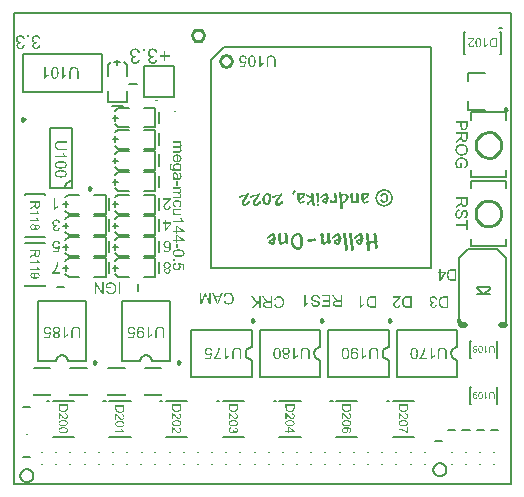
<source format=gto>
G04*
G04 #@! TF.GenerationSoftware,Altium Limited,Altium Designer,23.4.1 (23)*
G04*
G04 Layer_Color=65535*
%FSLAX25Y25*%
%MOIN*%
G70*
G04*
G04 #@! TF.SameCoordinates,1A0D6C89-7462-4606-8FCB-5999C6F1BDD3*
G04*
G04*
G04 #@! TF.FilePolarity,Positive*
G04*
G01*
G75*
%ADD10C,0.01000*%
%ADD11C,0.00984*%
%ADD12C,0.00591*%
%ADD13C,0.00787*%
%ADD14C,0.00394*%
%ADD15C,0.00300*%
%ADD16C,0.00669*%
%ADD17C,0.01968*%
G36*
X151700Y94022D02*
X151696Y93979D01*
Y93928D01*
X151692Y93869D01*
X151688Y93810D01*
X151673Y93676D01*
X151653Y93538D01*
X151625Y93409D01*
X151610Y93350D01*
X151590Y93295D01*
Y93291D01*
X151586Y93283D01*
X151578Y93267D01*
X151570Y93248D01*
X151555Y93224D01*
X151539Y93197D01*
X151500Y93134D01*
X151449Y93063D01*
X151382Y92988D01*
X151299Y92914D01*
X151205Y92847D01*
X151201Y92843D01*
X151193Y92839D01*
X151177Y92831D01*
X151158Y92819D01*
X151130Y92808D01*
X151099Y92792D01*
X151067Y92776D01*
X151028Y92760D01*
X150938Y92733D01*
X150836Y92705D01*
X150722Y92686D01*
X150663Y92678D01*
X150600D01*
X150596D01*
X150580D01*
X150556D01*
X150529Y92682D01*
X150490Y92686D01*
X150450Y92694D01*
X150399Y92701D01*
X150348Y92713D01*
X150293Y92729D01*
X150234Y92745D01*
X150175Y92768D01*
X150112Y92796D01*
X150053Y92827D01*
X149990Y92866D01*
X149932Y92906D01*
X149876Y92957D01*
X149873Y92961D01*
X149865Y92969D01*
X149849Y92984D01*
X149829Y93008D01*
X149806Y93039D01*
X149778Y93075D01*
X149751Y93118D01*
X149719Y93169D01*
X149688Y93224D01*
X149656Y93287D01*
X149625Y93358D01*
X149594Y93436D01*
X149566Y93519D01*
X149542Y93609D01*
X149519Y93708D01*
X149503Y93814D01*
Y93810D01*
X149499Y93806D01*
X149491Y93794D01*
X149487Y93778D01*
X149464Y93739D01*
X149440Y93692D01*
X149409Y93641D01*
X149377Y93590D01*
X149338Y93538D01*
X149303Y93491D01*
X149299Y93488D01*
X149295Y93480D01*
X149279Y93468D01*
X149264Y93452D01*
X149244Y93432D01*
X149216Y93409D01*
X149189Y93381D01*
X149153Y93350D01*
X149075Y93283D01*
X148984Y93208D01*
X148878Y93130D01*
X148764Y93051D01*
X147672Y92356D01*
Y93020D01*
X148509Y93554D01*
X148513Y93558D01*
X148525Y93566D01*
X148544Y93578D01*
X148568Y93594D01*
X148599Y93613D01*
X148635Y93637D01*
X148713Y93688D01*
X148804Y93751D01*
X148894Y93814D01*
X148984Y93880D01*
X149024Y93908D01*
X149063Y93939D01*
X149067D01*
X149071Y93947D01*
X149094Y93963D01*
X149130Y93994D01*
X149169Y94030D01*
X149212Y94073D01*
X149256Y94116D01*
X149299Y94163D01*
X149330Y94211D01*
X149334Y94214D01*
X149342Y94230D01*
X149358Y94254D01*
X149373Y94285D01*
X149393Y94321D01*
X149409Y94360D01*
X149428Y94403D01*
X149440Y94450D01*
Y94454D01*
X149444Y94466D01*
X149448Y94490D01*
X149452Y94521D01*
Y94560D01*
X149456Y94611D01*
X149460Y94674D01*
Y95362D01*
X147672D01*
Y95897D01*
X151700D01*
Y94022D01*
D02*
G37*
G36*
X149012Y91518D02*
X149008D01*
X149000D01*
X148984Y91515D01*
X148961Y91511D01*
X148933Y91507D01*
X148906Y91499D01*
X148835Y91483D01*
X148757Y91464D01*
X148674Y91432D01*
X148591Y91397D01*
X148513Y91353D01*
X148509D01*
X148505Y91346D01*
X148481Y91330D01*
X148446Y91298D01*
X148403Y91255D01*
X148352Y91200D01*
X148301Y91129D01*
X148246Y91047D01*
X148198Y90953D01*
Y90949D01*
X148195Y90941D01*
X148187Y90925D01*
X148179Y90905D01*
X148171Y90878D01*
X148163Y90847D01*
X148151Y90811D01*
X148140Y90772D01*
X148128Y90729D01*
X148120Y90681D01*
X148100Y90575D01*
X148084Y90457D01*
X148081Y90332D01*
Y90281D01*
X148084Y90253D01*
Y90222D01*
X148092Y90151D01*
X148104Y90068D01*
X148120Y89978D01*
X148140Y89888D01*
X148171Y89797D01*
Y89793D01*
X148175Y89785D01*
X148179Y89774D01*
X148187Y89758D01*
X148206Y89715D01*
X148238Y89664D01*
X148273Y89609D01*
X148312Y89550D01*
X148363Y89495D01*
X148418Y89447D01*
X148426Y89443D01*
X148446Y89428D01*
X148477Y89412D01*
X148521Y89389D01*
X148572Y89369D01*
X148631Y89349D01*
X148694Y89337D01*
X148764Y89333D01*
X148768D01*
X148772D01*
X148796D01*
X148831Y89337D01*
X148878Y89345D01*
X148929Y89361D01*
X148984Y89381D01*
X149039Y89408D01*
X149094Y89443D01*
X149102Y89447D01*
X149118Y89463D01*
X149146Y89491D01*
X149177Y89530D01*
X149216Y89581D01*
X149256Y89644D01*
X149295Y89719D01*
X149330Y89809D01*
X149334Y89817D01*
X149338Y89829D01*
X149342Y89844D01*
X149350Y89864D01*
X149358Y89888D01*
X149370Y89919D01*
X149381Y89958D01*
X149393Y90001D01*
X149409Y90053D01*
X149425Y90112D01*
X149440Y90178D01*
X149460Y90253D01*
X149480Y90336D01*
X149503Y90426D01*
X149527Y90524D01*
Y90532D01*
X149535Y90548D01*
X149539Y90575D01*
X149550Y90615D01*
X149562Y90658D01*
X149574Y90713D01*
X149590Y90768D01*
X149609Y90831D01*
X149649Y90956D01*
X149688Y91086D01*
X149712Y91149D01*
X149735Y91204D01*
X149755Y91255D01*
X149778Y91302D01*
Y91306D01*
X149786Y91314D01*
X149794Y91330D01*
X149806Y91350D01*
X149821Y91373D01*
X149837Y91401D01*
X149884Y91464D01*
X149939Y91534D01*
X150002Y91605D01*
X150077Y91672D01*
X150156Y91731D01*
X150160D01*
X150167Y91739D01*
X150179Y91742D01*
X150195Y91754D01*
X150215Y91762D01*
X150242Y91774D01*
X150301Y91802D01*
X150376Y91829D01*
X150462Y91849D01*
X150556Y91864D01*
X150659Y91872D01*
X150663D01*
X150670D01*
X150690D01*
X150710Y91868D01*
X150737D01*
X150769Y91864D01*
X150804Y91856D01*
X150843Y91849D01*
X150930Y91829D01*
X151028Y91798D01*
X151126Y91754D01*
X151177Y91731D01*
X151228Y91699D01*
X151232Y91695D01*
X151240Y91691D01*
X151256Y91680D01*
X151272Y91668D01*
X151295Y91648D01*
X151319Y91629D01*
X151378Y91570D01*
X151445Y91499D01*
X151511Y91412D01*
X151578Y91314D01*
X151633Y91196D01*
Y91192D01*
X151641Y91180D01*
X151645Y91161D01*
X151657Y91137D01*
X151665Y91106D01*
X151676Y91070D01*
X151688Y91027D01*
X151704Y90980D01*
X151716Y90925D01*
X151728Y90870D01*
X151739Y90807D01*
X151751Y90744D01*
X151767Y90607D01*
X151771Y90457D01*
Y90414D01*
X151767Y90383D01*
Y90343D01*
X151763Y90296D01*
X151759Y90245D01*
X151751Y90190D01*
X151743Y90131D01*
X151735Y90068D01*
X151708Y89935D01*
X151673Y89801D01*
X151625Y89667D01*
Y89664D01*
X151618Y89652D01*
X151610Y89636D01*
X151598Y89613D01*
X151582Y89581D01*
X151566Y89550D01*
X151519Y89475D01*
X151456Y89389D01*
X151386Y89302D01*
X151299Y89215D01*
X151201Y89141D01*
X151197Y89137D01*
X151189Y89133D01*
X151173Y89125D01*
X151154Y89113D01*
X151126Y89098D01*
X151095Y89082D01*
X151059Y89066D01*
X151016Y89047D01*
X150973Y89027D01*
X150926Y89011D01*
X150816Y88980D01*
X150698Y88952D01*
X150635Y88944D01*
X150568Y88940D01*
X150529Y89451D01*
X150533D01*
X150545Y89455D01*
X150564D01*
X150592Y89463D01*
X150623Y89467D01*
X150659Y89479D01*
X150698Y89491D01*
X150741Y89502D01*
X150836Y89538D01*
X150930Y89589D01*
X150977Y89620D01*
X151020Y89652D01*
X151063Y89691D01*
X151103Y89734D01*
X151107Y89738D01*
X151111Y89746D01*
X151122Y89758D01*
X151134Y89777D01*
X151150Y89801D01*
X151166Y89833D01*
X151181Y89868D01*
X151201Y89911D01*
X151221Y89958D01*
X151236Y90009D01*
X151252Y90064D01*
X151268Y90127D01*
X151279Y90198D01*
X151291Y90269D01*
X151295Y90351D01*
X151299Y90434D01*
Y90481D01*
X151295Y90512D01*
Y90552D01*
X151291Y90599D01*
X151284Y90650D01*
X151276Y90701D01*
X151256Y90819D01*
X151225Y90933D01*
X151201Y90992D01*
X151177Y91043D01*
X151150Y91094D01*
X151118Y91137D01*
Y91141D01*
X151111Y91145D01*
X151087Y91173D01*
X151048Y91208D01*
X151000Y91247D01*
X150938Y91287D01*
X150863Y91322D01*
X150784Y91350D01*
X150741Y91353D01*
X150694Y91357D01*
X150690D01*
X150686D01*
X150674D01*
X150659Y91353D01*
X150615Y91350D01*
X150568Y91338D01*
X150509Y91318D01*
X150450Y91294D01*
X150391Y91255D01*
X150336Y91204D01*
Y91200D01*
X150329Y91196D01*
X150321Y91185D01*
X150313Y91169D01*
X150301Y91149D01*
X150285Y91122D01*
X150266Y91086D01*
X150246Y91047D01*
X150226Y90996D01*
X150203Y90941D01*
X150179Y90874D01*
X150156Y90799D01*
X150128Y90717D01*
X150101Y90623D01*
X150073Y90516D01*
X150046Y90402D01*
Y90395D01*
X150038Y90375D01*
X150030Y90339D01*
X150022Y90296D01*
X150010Y90245D01*
X149994Y90182D01*
X149979Y90115D01*
X149959Y90045D01*
X149920Y89895D01*
X149876Y89750D01*
X149853Y89679D01*
X149833Y89616D01*
X149810Y89557D01*
X149790Y89506D01*
Y89502D01*
X149782Y89491D01*
X149774Y89471D01*
X149763Y89447D01*
X149747Y89420D01*
X149727Y89389D01*
X149680Y89310D01*
X149621Y89227D01*
X149550Y89141D01*
X149472Y89058D01*
X149428Y89023D01*
X149381Y88988D01*
X149377Y88984D01*
X149370Y88980D01*
X149358Y88972D01*
X149338Y88960D01*
X149315Y88948D01*
X149287Y88933D01*
X149252Y88917D01*
X149216Y88901D01*
X149134Y88874D01*
X149036Y88846D01*
X148925Y88827D01*
X148866Y88819D01*
X148808D01*
X148804D01*
X148792D01*
X148776D01*
X148753Y88823D01*
X148725D01*
X148690Y88827D01*
X148654Y88834D01*
X148611Y88842D01*
X148517Y88862D01*
X148415Y88897D01*
X148309Y88940D01*
X148257Y88972D01*
X148202Y89003D01*
X148198Y89007D01*
X148191Y89011D01*
X148175Y89023D01*
X148155Y89039D01*
X148132Y89058D01*
X148104Y89078D01*
X148073Y89105D01*
X148041Y89137D01*
X148006Y89176D01*
X147970Y89215D01*
X147935Y89259D01*
X147896Y89306D01*
X147825Y89412D01*
X147762Y89534D01*
Y89538D01*
X147754Y89550D01*
X147747Y89569D01*
X147739Y89593D01*
X147727Y89628D01*
X147711Y89664D01*
X147699Y89711D01*
X147684Y89758D01*
X147668Y89813D01*
X147656Y89872D01*
X147640Y89939D01*
X147629Y90005D01*
X147613Y90151D01*
X147605Y90308D01*
Y90359D01*
X147609Y90399D01*
Y90446D01*
X147613Y90501D01*
X147617Y90560D01*
X147625Y90626D01*
X147633Y90697D01*
X147644Y90772D01*
X147672Y90925D01*
X147711Y91078D01*
X147735Y91153D01*
X147762Y91224D01*
X147766Y91228D01*
X147770Y91240D01*
X147778Y91259D01*
X147794Y91283D01*
X147809Y91314D01*
X147829Y91353D01*
X147853Y91393D01*
X147884Y91436D01*
X147951Y91526D01*
X148033Y91625D01*
X148132Y91719D01*
X148242Y91805D01*
X148246Y91809D01*
X148257Y91813D01*
X148273Y91825D01*
X148297Y91837D01*
X148328Y91853D01*
X148363Y91872D01*
X148407Y91892D01*
X148454Y91912D01*
X148505Y91931D01*
X148560Y91951D01*
X148619Y91966D01*
X148686Y91986D01*
X148823Y92010D01*
X148894Y92018D01*
X148969Y92022D01*
X149012Y91518D01*
D02*
G37*
G36*
X151700Y85199D02*
X151225D01*
Y86531D01*
X147672D01*
Y87066D01*
X151225D01*
Y88394D01*
X151700D01*
Y85199D01*
D02*
G37*
G36*
X151700Y119695D02*
X151696Y119651D01*
Y119604D01*
X151692Y119506D01*
X151684Y119404D01*
X151672Y119306D01*
X151669Y119258D01*
X151661Y119219D01*
Y119215D01*
X151657Y119207D01*
Y119192D01*
X151649Y119168D01*
X151645Y119144D01*
X151637Y119113D01*
X151618Y119046D01*
X151594Y118968D01*
X151559Y118881D01*
X151519Y118799D01*
X151472Y118720D01*
Y118716D01*
X151464Y118712D01*
X151449Y118689D01*
X151417Y118649D01*
X151374Y118606D01*
X151315Y118555D01*
X151252Y118500D01*
X151173Y118445D01*
X151083Y118398D01*
X151079D01*
X151071Y118394D01*
X151059Y118386D01*
X151040Y118378D01*
X151016Y118370D01*
X150989Y118359D01*
X150957Y118347D01*
X150922Y118335D01*
X150839Y118311D01*
X150745Y118292D01*
X150643Y118276D01*
X150533Y118272D01*
X150529D01*
X150509D01*
X150482Y118276D01*
X150446D01*
X150403Y118284D01*
X150352Y118288D01*
X150297Y118300D01*
X150234Y118311D01*
X150167Y118331D01*
X150097Y118351D01*
X150026Y118378D01*
X149951Y118410D01*
X149876Y118449D01*
X149806Y118492D01*
X149735Y118543D01*
X149664Y118602D01*
X149660Y118606D01*
X149649Y118618D01*
X149633Y118638D01*
X149609Y118665D01*
X149582Y118704D01*
X149554Y118752D01*
X149519Y118807D01*
X149487Y118873D01*
X149456Y118948D01*
X149425Y119035D01*
X149393Y119129D01*
X149366Y119239D01*
X149342Y119357D01*
X149326Y119486D01*
X149314Y119628D01*
X149311Y119781D01*
Y120815D01*
X147672D01*
Y121349D01*
X151700D01*
Y119695D01*
D02*
G37*
G36*
Y115710D02*
X151696Y115666D01*
Y115615D01*
X151692Y115556D01*
X151688Y115498D01*
X151672Y115364D01*
X151653Y115226D01*
X151625Y115097D01*
X151610Y115038D01*
X151590Y114983D01*
Y114979D01*
X151586Y114971D01*
X151578Y114955D01*
X151570Y114936D01*
X151555Y114912D01*
X151539Y114884D01*
X151500Y114822D01*
X151449Y114751D01*
X151382Y114676D01*
X151299Y114601D01*
X151205Y114535D01*
X151201Y114531D01*
X151193Y114527D01*
X151177Y114519D01*
X151158Y114507D01*
X151130Y114495D01*
X151099Y114480D01*
X151067Y114464D01*
X151028Y114448D01*
X150938Y114421D01*
X150835Y114393D01*
X150722Y114374D01*
X150663Y114366D01*
X150600D01*
X150596D01*
X150580D01*
X150556D01*
X150529Y114370D01*
X150490Y114374D01*
X150450Y114381D01*
X150399Y114389D01*
X150348Y114401D01*
X150293Y114417D01*
X150234Y114432D01*
X150175Y114456D01*
X150112Y114483D01*
X150053Y114515D01*
X149990Y114554D01*
X149932Y114594D01*
X149876Y114645D01*
X149873Y114649D01*
X149865Y114656D01*
X149849Y114672D01*
X149829Y114696D01*
X149806Y114727D01*
X149778Y114763D01*
X149751Y114806D01*
X149719Y114857D01*
X149688Y114912D01*
X149656Y114975D01*
X149625Y115045D01*
X149594Y115124D01*
X149566Y115207D01*
X149542Y115297D01*
X149519Y115395D01*
X149503Y115501D01*
Y115498D01*
X149499Y115494D01*
X149491Y115482D01*
X149487Y115466D01*
X149464Y115427D01*
X149440Y115380D01*
X149409Y115329D01*
X149377Y115277D01*
X149338Y115226D01*
X149303Y115179D01*
X149299Y115175D01*
X149295Y115167D01*
X149279Y115156D01*
X149263Y115140D01*
X149244Y115120D01*
X149216Y115097D01*
X149189Y115069D01*
X149153Y115038D01*
X149075Y114971D01*
X148984Y114896D01*
X148878Y114818D01*
X148764Y114739D01*
X147672Y114043D01*
Y114708D01*
X148509Y115242D01*
X148513Y115246D01*
X148525Y115254D01*
X148544Y115266D01*
X148568Y115281D01*
X148599Y115301D01*
X148635Y115324D01*
X148713Y115376D01*
X148804Y115438D01*
X148894Y115501D01*
X148984Y115568D01*
X149024Y115596D01*
X149063Y115627D01*
X149067D01*
X149071Y115635D01*
X149094Y115651D01*
X149130Y115682D01*
X149169Y115718D01*
X149212Y115761D01*
X149256Y115804D01*
X149299Y115851D01*
X149330Y115898D01*
X149334Y115902D01*
X149342Y115918D01*
X149358Y115942D01*
X149373Y115973D01*
X149393Y116008D01*
X149409Y116048D01*
X149428Y116091D01*
X149440Y116138D01*
Y116142D01*
X149444Y116154D01*
X149448Y116177D01*
X149452Y116209D01*
Y116248D01*
X149456Y116299D01*
X149460Y116362D01*
Y117050D01*
X147672D01*
Y117584D01*
X151700D01*
Y115710D01*
D02*
G37*
G36*
X149700Y113690D02*
X149731D01*
X149763D01*
X149798Y113686D01*
X149884Y113678D01*
X149979Y113666D01*
X150089Y113646D01*
X150207Y113627D01*
X150329Y113599D01*
X150458Y113564D01*
X150588Y113517D01*
X150718Y113466D01*
X150847Y113403D01*
X150973Y113332D01*
X151091Y113250D01*
X151201Y113155D01*
X151209Y113147D01*
X151225Y113132D01*
X151252Y113100D01*
X151291Y113057D01*
X151335Y113006D01*
X151382Y112939D01*
X151433Y112864D01*
X151488Y112778D01*
X151539Y112684D01*
X151590Y112577D01*
X151637Y112463D01*
X151680Y112342D01*
X151720Y112208D01*
X151747Y112067D01*
X151763Y111921D01*
X151771Y111764D01*
Y111709D01*
X151767Y111670D01*
X151763Y111623D01*
X151755Y111564D01*
X151747Y111501D01*
X151739Y111430D01*
X151724Y111351D01*
X151704Y111273D01*
X151684Y111190D01*
X151657Y111104D01*
X151629Y111017D01*
X151590Y110931D01*
X151551Y110844D01*
X151504Y110758D01*
X151500Y110754D01*
X151492Y110738D01*
X151476Y110715D01*
X151456Y110683D01*
X151429Y110648D01*
X151393Y110605D01*
X151354Y110557D01*
X151311Y110502D01*
X151260Y110451D01*
X151205Y110392D01*
X151142Y110337D01*
X151075Y110278D01*
X151004Y110223D01*
X150926Y110172D01*
X150843Y110121D01*
X150757Y110074D01*
X150753Y110070D01*
X150737Y110062D01*
X150710Y110050D01*
X150674Y110039D01*
X150627Y110019D01*
X150576Y109999D01*
X150513Y109980D01*
X150443Y109956D01*
X150368Y109933D01*
X150285Y109913D01*
X150195Y109893D01*
X150101Y109874D01*
X150002Y109862D01*
X149900Y109850D01*
X149790Y109842D01*
X149680Y109838D01*
X149672D01*
X149653D01*
X149621D01*
X149578Y109842D01*
X149523Y109846D01*
X149460Y109850D01*
X149389Y109858D01*
X149314Y109870D01*
X149232Y109881D01*
X149142Y109897D01*
X149051Y109917D01*
X148961Y109944D01*
X148863Y109972D01*
X148768Y110003D01*
X148674Y110043D01*
X148584Y110086D01*
X148580Y110090D01*
X148564Y110098D01*
X148536Y110113D01*
X148505Y110133D01*
X148466Y110157D01*
X148418Y110188D01*
X148367Y110223D01*
X148312Y110267D01*
X148253Y110314D01*
X148195Y110365D01*
X148132Y110424D01*
X148073Y110487D01*
X148014Y110554D01*
X147955Y110628D01*
X147904Y110707D01*
X147853Y110789D01*
X147849Y110793D01*
X147841Y110809D01*
X147829Y110833D01*
X147813Y110868D01*
X147794Y110911D01*
X147774Y110958D01*
X147750Y111017D01*
X147731Y111080D01*
X147707Y111151D01*
X147684Y111226D01*
X147664Y111308D01*
X147644Y111395D01*
X147629Y111481D01*
X147617Y111575D01*
X147609Y111670D01*
X147605Y111768D01*
Y111823D01*
X147609Y111862D01*
X147613Y111913D01*
X147621Y111972D01*
X147629Y112035D01*
X147640Y112110D01*
X147652Y112185D01*
X147672Y112267D01*
X147692Y112349D01*
X147719Y112436D01*
X147750Y112526D01*
X147786Y112613D01*
X147829Y112699D01*
X147876Y112786D01*
X147880Y112790D01*
X147888Y112805D01*
X147904Y112829D01*
X147927Y112860D01*
X147955Y112896D01*
X147990Y112939D01*
X148029Y112986D01*
X148073Y113037D01*
X148124Y113092D01*
X148179Y113147D01*
X148242Y113206D01*
X148309Y113261D01*
X148379Y113316D01*
X148458Y113371D01*
X148540Y113418D01*
X148627Y113466D01*
X148631Y113470D01*
X148646Y113473D01*
X148674Y113485D01*
X148709Y113501D01*
X148752Y113517D01*
X148804Y113536D01*
X148866Y113560D01*
X148929Y113580D01*
X149004Y113599D01*
X149083Y113623D01*
X149165Y113643D01*
X149252Y113658D01*
X149342Y113674D01*
X149436Y113682D01*
X149535Y113690D01*
X149633Y113694D01*
X149637D01*
X149645D01*
X149656D01*
X149676D01*
X149700Y113690D01*
D02*
G37*
G36*
X149767Y109284D02*
X149821Y109280D01*
X149881Y109276D01*
X149951Y109268D01*
X150026Y109257D01*
X150108Y109245D01*
X150195Y109229D01*
X150285Y109210D01*
X150380Y109186D01*
X150474Y109158D01*
X150572Y109123D01*
X150666Y109088D01*
X150765Y109044D01*
X150773Y109040D01*
X150788Y109033D01*
X150812Y109017D01*
X150847Y108997D01*
X150891Y108974D01*
X150938Y108942D01*
X150993Y108907D01*
X151052Y108864D01*
X151110Y108817D01*
X151173Y108761D01*
X151236Y108706D01*
X151299Y108640D01*
X151362Y108573D01*
X151421Y108498D01*
X151472Y108420D01*
X151523Y108337D01*
X151527Y108333D01*
X151535Y108317D01*
X151547Y108290D01*
X151562Y108255D01*
X151582Y108211D01*
X151602Y108160D01*
X151625Y108097D01*
X151649Y108030D01*
X151669Y107956D01*
X151692Y107873D01*
X151712Y107787D01*
X151732Y107693D01*
X151747Y107594D01*
X151759Y107492D01*
X151767Y107382D01*
X151771Y107272D01*
Y107229D01*
X151767Y107197D01*
Y107162D01*
X151763Y107115D01*
X151759Y107064D01*
X151751Y107009D01*
X151743Y106950D01*
X151735Y106887D01*
X151708Y106757D01*
X151672Y106620D01*
X151625Y106486D01*
Y106482D01*
X151618Y106470D01*
X151610Y106451D01*
X151598Y106427D01*
X151586Y106400D01*
X151566Y106364D01*
X151523Y106286D01*
X151468Y106195D01*
X151401Y106105D01*
X151323Y106014D01*
X151232Y105932D01*
X151228Y105928D01*
X151221Y105924D01*
X151205Y105912D01*
X151185Y105896D01*
X151162Y105881D01*
X151130Y105861D01*
X151095Y105842D01*
X151056Y105818D01*
X151012Y105790D01*
X150961Y105767D01*
X150906Y105743D01*
X150847Y105716D01*
X150784Y105692D01*
X150718Y105668D01*
X150647Y105645D01*
X150572Y105625D01*
X150443Y106105D01*
X150446D01*
X150454Y106109D01*
X150474Y106113D01*
X150494Y106121D01*
X150517Y106128D01*
X150549Y106140D01*
X150619Y106168D01*
X150694Y106199D01*
X150777Y106238D01*
X150855Y106282D01*
X150926Y106333D01*
X150930D01*
X150934Y106341D01*
X150953Y106356D01*
X150989Y106388D01*
X151028Y106431D01*
X151071Y106486D01*
X151118Y106553D01*
X151166Y106628D01*
X151209Y106718D01*
Y106722D01*
X151213Y106730D01*
X151221Y106741D01*
X151225Y106761D01*
X151232Y106785D01*
X151244Y106812D01*
X151252Y106844D01*
X151264Y106879D01*
X151279Y106962D01*
X151299Y107056D01*
X151311Y107162D01*
X151315Y107272D01*
Y107335D01*
X151311Y107366D01*
Y107402D01*
X151307Y107441D01*
X151299Y107488D01*
X151287Y107586D01*
X151268Y107693D01*
X151240Y107802D01*
X151201Y107905D01*
Y107909D01*
X151197Y107916D01*
X151189Y107928D01*
X151181Y107948D01*
X151170Y107972D01*
X151158Y107995D01*
X151122Y108058D01*
X151079Y108125D01*
X151032Y108195D01*
X150973Y108266D01*
X150906Y108333D01*
X150898Y108341D01*
X150875Y108361D01*
X150839Y108388D01*
X150788Y108423D01*
X150729Y108467D01*
X150663Y108506D01*
X150588Y108549D01*
X150509Y108585D01*
X150505D01*
X150494Y108592D01*
X150474Y108600D01*
X150443Y108608D01*
X150411Y108620D01*
X150368Y108632D01*
X150321Y108648D01*
X150269Y108659D01*
X150211Y108675D01*
X150148Y108691D01*
X150081Y108703D01*
X150010Y108714D01*
X149861Y108730D01*
X149700Y108738D01*
X149692D01*
X149676D01*
X149649D01*
X149609Y108734D01*
X149562D01*
X149511Y108726D01*
X149452Y108722D01*
X149385Y108714D01*
X149314Y108706D01*
X149244Y108691D01*
X149091Y108659D01*
X148941Y108612D01*
X148866Y108585D01*
X148796Y108553D01*
X148792Y108549D01*
X148780Y108545D01*
X148760Y108534D01*
X148737Y108518D01*
X148705Y108498D01*
X148674Y108475D01*
X148635Y108447D01*
X148591Y108416D01*
X148548Y108380D01*
X148505Y108341D01*
X148462Y108298D01*
X148415Y108247D01*
X148371Y108195D01*
X148332Y108141D01*
X148293Y108078D01*
X148257Y108015D01*
Y108011D01*
X148249Y107999D01*
X148242Y107979D01*
X148230Y107952D01*
X148218Y107920D01*
X148202Y107881D01*
X148187Y107838D01*
X148171Y107787D01*
X148155Y107736D01*
X148140Y107677D01*
X148112Y107547D01*
X148092Y107410D01*
X148088Y107339D01*
X148084Y107264D01*
Y107229D01*
X148088Y107205D01*
Y107174D01*
X148092Y107138D01*
X148096Y107095D01*
X148100Y107048D01*
X148116Y106946D01*
X148140Y106832D01*
X148171Y106710D01*
X148214Y106588D01*
Y106584D01*
X148222Y106572D01*
X148226Y106557D01*
X148238Y106533D01*
X148249Y106506D01*
X148265Y106474D01*
X148301Y106400D01*
X148344Y106321D01*
X148391Y106238D01*
X148446Y106156D01*
X148501Y106085D01*
X149252D01*
Y107268D01*
X149727D01*
Y105562D01*
X148230D01*
X148226Y105566D01*
X148218Y105578D01*
X148198Y105602D01*
X148179Y105629D01*
X148151Y105665D01*
X148124Y105708D01*
X148092Y105759D01*
X148057Y105810D01*
X148018Y105869D01*
X147978Y105932D01*
X147904Y106069D01*
X147829Y106219D01*
X147762Y106376D01*
Y106380D01*
X147754Y106396D01*
X147747Y106415D01*
X147739Y106447D01*
X147727Y106486D01*
X147711Y106529D01*
X147699Y106580D01*
X147684Y106639D01*
X147668Y106702D01*
X147656Y106769D01*
X147640Y106840D01*
X147629Y106914D01*
X147613Y107068D01*
X147605Y107233D01*
Y107292D01*
X147609Y107331D01*
X147613Y107386D01*
X147617Y107445D01*
X147625Y107516D01*
X147636Y107590D01*
X147648Y107673D01*
X147668Y107755D01*
X147687Y107846D01*
X147711Y107940D01*
X147739Y108034D01*
X147774Y108129D01*
X147813Y108219D01*
X147856Y108313D01*
X147860Y108317D01*
X147868Y108333D01*
X147884Y108361D01*
X147904Y108392D01*
X147931Y108431D01*
X147963Y108478D01*
X148002Y108530D01*
X148045Y108585D01*
X148092Y108644D01*
X148147Y108703D01*
X148210Y108765D01*
X148273Y108824D01*
X148344Y108883D01*
X148422Y108942D01*
X148505Y108993D01*
X148591Y109044D01*
X148595Y109048D01*
X148615Y109056D01*
X148639Y109068D01*
X148678Y109084D01*
X148721Y109099D01*
X148776Y109123D01*
X148839Y109143D01*
X148906Y109166D01*
X148984Y109190D01*
X149067Y109210D01*
X149157Y109233D01*
X149252Y109249D01*
X149350Y109265D01*
X149452Y109276D01*
X149558Y109284D01*
X149668Y109288D01*
X149676D01*
X149696D01*
X149727D01*
X149767Y109284D01*
D02*
G37*
G36*
X5523Y149293D02*
X4891D01*
Y149925D01*
X5523D01*
Y149293D01*
D02*
G37*
G36*
X7971Y149996D02*
X8011D01*
X8064Y149991D01*
X8122Y149982D01*
X8188Y149969D01*
X8263Y149956D01*
X8338Y149938D01*
X8418Y149912D01*
X8502Y149885D01*
X8581Y149850D01*
X8665Y149810D01*
X8749Y149761D01*
X8829Y149708D01*
X8904Y149646D01*
X8908Y149642D01*
X8922Y149629D01*
X8939Y149611D01*
X8966Y149580D01*
X8997Y149545D01*
X9032Y149505D01*
X9067Y149456D01*
X9107Y149399D01*
X9147Y149337D01*
X9187Y149266D01*
X9222Y149191D01*
X9258Y149107D01*
X9289Y149019D01*
X9315Y148926D01*
X9337Y148829D01*
X9350Y148723D01*
X8794Y148647D01*
Y148652D01*
X8789Y148670D01*
X8785Y148692D01*
X8776Y148727D01*
X8767Y148762D01*
X8754Y148811D01*
X8736Y148860D01*
X8718Y148913D01*
X8674Y149023D01*
X8617Y149138D01*
X8550Y149244D01*
X8511Y149288D01*
X8471Y149333D01*
X8466D01*
X8462Y149341D01*
X8449Y149350D01*
X8431Y149364D01*
X8409Y149381D01*
X8382Y149399D01*
X8316Y149434D01*
X8232Y149474D01*
X8135Y149509D01*
X8029Y149531D01*
X7971Y149536D01*
X7909Y149540D01*
X7870D01*
X7843Y149536D01*
X7808Y149531D01*
X7773Y149527D01*
X7728Y149518D01*
X7680Y149505D01*
X7574Y149474D01*
X7520Y149452D01*
X7463Y149425D01*
X7406Y149395D01*
X7352Y149359D01*
X7299Y149319D01*
X7247Y149271D01*
X7242Y149266D01*
X7233Y149258D01*
X7220Y149244D01*
X7202Y149222D01*
X7185Y149196D01*
X7163Y149165D01*
X7136Y149129D01*
X7109Y149085D01*
X7087Y149041D01*
X7061Y148988D01*
X7017Y148873D01*
X7003Y148811D01*
X6990Y148745D01*
X6981Y148674D01*
X6977Y148599D01*
Y148594D01*
Y148581D01*
Y148564D01*
X6981Y148533D01*
X6986Y148502D01*
X6990Y148462D01*
X6999Y148422D01*
X7008Y148373D01*
X7039Y148276D01*
X7056Y148223D01*
X7083Y148170D01*
X7114Y148117D01*
X7145Y148064D01*
X7185Y148015D01*
X7229Y147967D01*
X7233Y147962D01*
X7242Y147958D01*
X7255Y147945D01*
X7273Y147927D01*
X7299Y147909D01*
X7331Y147887D01*
X7361Y147865D01*
X7401Y147843D01*
X7445Y147821D01*
X7494Y147799D01*
X7604Y147759D01*
X7728Y147728D01*
X7795Y147724D01*
X7865Y147719D01*
X7892D01*
X7927Y147724D01*
X7971Y147728D01*
X8029Y147733D01*
X8095Y147741D01*
X8170Y147759D01*
X8254Y147777D01*
X8192Y147291D01*
X8184D01*
X8161Y147295D01*
X8130Y147299D01*
X8069D01*
X8042Y147295D01*
X8011D01*
X7976Y147291D01*
X7936Y147282D01*
X7892Y147277D01*
X7790Y147255D01*
X7684Y147220D01*
X7574Y147176D01*
X7463Y147114D01*
X7459Y147109D01*
X7450Y147105D01*
X7436Y147096D01*
X7419Y147078D01*
X7397Y147061D01*
X7370Y147034D01*
X7348Y147008D01*
X7317Y146972D01*
X7291Y146937D01*
X7269Y146893D01*
X7242Y146844D01*
X7220Y146795D01*
X7202Y146738D01*
X7189Y146676D01*
X7180Y146614D01*
X7176Y146544D01*
Y146539D01*
Y146530D01*
Y146513D01*
X7180Y146491D01*
Y146464D01*
X7185Y146433D01*
X7202Y146362D01*
X7224Y146283D01*
X7264Y146199D01*
X7313Y146115D01*
X7348Y146075D01*
X7384Y146035D01*
X7388Y146031D01*
X7392Y146027D01*
X7406Y146018D01*
X7419Y146004D01*
X7468Y145969D01*
X7529Y145934D01*
X7604Y145898D01*
X7697Y145863D01*
X7803Y145841D01*
X7856Y145832D01*
X7949D01*
X7971Y145836D01*
X8002D01*
X8033Y145841D01*
X8108Y145859D01*
X8197Y145881D01*
X8285Y145920D01*
X8378Y145969D01*
X8422Y146004D01*
X8462Y146040D01*
X8466Y146044D01*
X8471Y146049D01*
X8484Y146062D01*
X8497Y146080D01*
X8515Y146097D01*
X8533Y146124D01*
X8555Y146155D01*
X8577Y146190D01*
X8599Y146234D01*
X8625Y146278D01*
X8648Y146327D01*
X8670Y146385D01*
X8687Y146442D01*
X8709Y146508D01*
X8723Y146574D01*
X8736Y146650D01*
X9293Y146552D01*
Y146548D01*
X9289Y146526D01*
X9280Y146499D01*
X9271Y146460D01*
X9258Y146415D01*
X9240Y146358D01*
X9222Y146300D01*
X9196Y146234D01*
X9169Y146168D01*
X9134Y146097D01*
X9098Y146022D01*
X9054Y145951D01*
X9010Y145881D01*
X8957Y145810D01*
X8895Y145748D01*
X8833Y145686D01*
X8829Y145682D01*
X8816Y145673D01*
X8798Y145660D01*
X8767Y145638D01*
X8732Y145615D01*
X8692Y145589D01*
X8639Y145558D01*
X8586Y145531D01*
X8524Y145501D01*
X8453Y145474D01*
X8378Y145447D01*
X8298Y145425D01*
X8214Y145403D01*
X8126Y145390D01*
X8029Y145381D01*
X7932Y145377D01*
X7896D01*
X7870Y145381D01*
X7834D01*
X7799Y145386D01*
X7755Y145390D01*
X7706Y145394D01*
X7600Y145416D01*
X7490Y145443D01*
X7370Y145483D01*
X7251Y145536D01*
X7247D01*
X7238Y145545D01*
X7220Y145554D01*
X7198Y145567D01*
X7171Y145580D01*
X7145Y145602D01*
X7074Y145651D01*
X6995Y145713D01*
X6915Y145788D01*
X6840Y145876D01*
X6774Y145973D01*
Y145978D01*
X6765Y145987D01*
X6756Y146000D01*
X6747Y146022D01*
X6734Y146044D01*
X6720Y146075D01*
X6690Y146150D01*
X6659Y146234D01*
X6632Y146336D01*
X6614Y146442D01*
X6606Y146557D01*
Y146561D01*
Y146570D01*
Y146583D01*
X6610Y146606D01*
Y146632D01*
X6614Y146663D01*
X6623Y146734D01*
X6645Y146818D01*
X6672Y146906D01*
X6712Y146999D01*
X6765Y147092D01*
Y147096D01*
X6774Y147100D01*
X6782Y147114D01*
X6796Y147132D01*
X6831Y147176D01*
X6884Y147229D01*
X6950Y147291D01*
X7030Y147353D01*
X7123Y147414D01*
X7233Y147472D01*
X7229D01*
X7215Y147476D01*
X7193Y147481D01*
X7167Y147490D01*
X7132Y147503D01*
X7096Y147516D01*
X7003Y147556D01*
X6906Y147604D01*
X6800Y147675D01*
X6698Y147755D01*
X6654Y147803D01*
X6610Y147856D01*
X6606Y147861D01*
X6601Y147870D01*
X6588Y147887D01*
X6575Y147909D01*
X6557Y147936D01*
X6539Y147971D01*
X6517Y148011D01*
X6495Y148055D01*
X6477Y148108D01*
X6455Y148161D01*
X6438Y148223D01*
X6420Y148285D01*
X6393Y148426D01*
X6389Y148506D01*
X6385Y148586D01*
Y148590D01*
Y148612D01*
X6389Y148643D01*
Y148683D01*
X6398Y148736D01*
X6407Y148793D01*
X6420Y148860D01*
X6438Y148935D01*
X6460Y149010D01*
X6491Y149090D01*
X6526Y149173D01*
X6566Y149258D01*
X6619Y149341D01*
X6676Y149430D01*
X6743Y149509D01*
X6818Y149589D01*
X6822Y149593D01*
X6835Y149607D01*
X6862Y149629D01*
X6897Y149651D01*
X6937Y149686D01*
X6990Y149717D01*
X7048Y149757D01*
X7118Y149792D01*
X7193Y149832D01*
X7277Y149872D01*
X7366Y149903D01*
X7463Y149934D01*
X7565Y149960D01*
X7675Y149982D01*
X7790Y149996D01*
X7914Y150000D01*
X7940D01*
X7971Y149996D01*
D02*
G37*
G36*
X2694D02*
X2734D01*
X2787Y149991D01*
X2844Y149982D01*
X2911Y149969D01*
X2986Y149956D01*
X3061Y149938D01*
X3140Y149912D01*
X3224Y149885D01*
X3304Y149850D01*
X3388Y149810D01*
X3472Y149761D01*
X3551Y149708D01*
X3627Y149646D01*
X3631Y149642D01*
X3644Y149629D01*
X3662Y149611D01*
X3688Y149580D01*
X3719Y149545D01*
X3755Y149505D01*
X3790Y149456D01*
X3830Y149399D01*
X3870Y149337D01*
X3909Y149266D01*
X3945Y149191D01*
X3980Y149107D01*
X4011Y149019D01*
X4038Y148926D01*
X4060Y148829D01*
X4073Y148723D01*
X3516Y148647D01*
Y148652D01*
X3512Y148670D01*
X3507Y148692D01*
X3498Y148727D01*
X3489Y148762D01*
X3476Y148811D01*
X3458Y148860D01*
X3441Y148913D01*
X3397Y149023D01*
X3339Y149138D01*
X3273Y149244D01*
X3233Y149288D01*
X3193Y149333D01*
X3189D01*
X3184Y149341D01*
X3171Y149350D01*
X3153Y149364D01*
X3131Y149381D01*
X3105Y149399D01*
X3039Y149434D01*
X2955Y149474D01*
X2857Y149509D01*
X2751Y149531D01*
X2694Y149536D01*
X2632Y149540D01*
X2592D01*
X2566Y149536D01*
X2530Y149531D01*
X2495Y149527D01*
X2451Y149518D01*
X2402Y149505D01*
X2296Y149474D01*
X2243Y149452D01*
X2186Y149425D01*
X2128Y149395D01*
X2075Y149359D01*
X2022Y149319D01*
X1969Y149271D01*
X1965Y149266D01*
X1956Y149258D01*
X1942Y149244D01*
X1925Y149222D01*
X1907Y149196D01*
X1885Y149165D01*
X1859Y149129D01*
X1832Y149085D01*
X1810Y149041D01*
X1783Y148988D01*
X1739Y148873D01*
X1726Y148811D01*
X1713Y148745D01*
X1704Y148674D01*
X1699Y148599D01*
Y148594D01*
Y148581D01*
Y148564D01*
X1704Y148533D01*
X1708Y148502D01*
X1713Y148462D01*
X1722Y148422D01*
X1730Y148373D01*
X1761Y148276D01*
X1779Y148223D01*
X1805Y148170D01*
X1836Y148117D01*
X1867Y148064D01*
X1907Y148015D01*
X1951Y147967D01*
X1956Y147962D01*
X1965Y147958D01*
X1978Y147945D01*
X1995Y147927D01*
X2022Y147909D01*
X2053Y147887D01*
X2084Y147865D01*
X2124Y147843D01*
X2168Y147821D01*
X2217Y147799D01*
X2327Y147759D01*
X2451Y147728D01*
X2517Y147724D01*
X2588Y147719D01*
X2614D01*
X2650Y147724D01*
X2694Y147728D01*
X2751Y147733D01*
X2818Y147741D01*
X2893Y147759D01*
X2977Y147777D01*
X2915Y147291D01*
X2906D01*
X2884Y147295D01*
X2853Y147299D01*
X2791D01*
X2765Y147295D01*
X2734D01*
X2698Y147291D01*
X2658Y147282D01*
X2614Y147277D01*
X2513Y147255D01*
X2407Y147220D01*
X2296Y147176D01*
X2186Y147114D01*
X2181Y147109D01*
X2172Y147105D01*
X2159Y147096D01*
X2141Y147078D01*
X2119Y147061D01*
X2093Y147034D01*
X2071Y147008D01*
X2040Y146972D01*
X2013Y146937D01*
X1991Y146893D01*
X1965Y146844D01*
X1942Y146795D01*
X1925Y146738D01*
X1911Y146676D01*
X1903Y146614D01*
X1898Y146544D01*
Y146539D01*
Y146530D01*
Y146513D01*
X1903Y146491D01*
Y146464D01*
X1907Y146433D01*
X1925Y146362D01*
X1947Y146283D01*
X1987Y146199D01*
X2035Y146115D01*
X2071Y146075D01*
X2106Y146035D01*
X2110Y146031D01*
X2115Y146027D01*
X2128Y146018D01*
X2141Y146004D01*
X2190Y145969D01*
X2252Y145934D01*
X2327Y145898D01*
X2420Y145863D01*
X2526Y145841D01*
X2579Y145832D01*
X2672D01*
X2694Y145836D01*
X2725D01*
X2756Y145841D01*
X2831Y145859D01*
X2919Y145881D01*
X3008Y145920D01*
X3101Y145969D01*
X3145Y146004D01*
X3184Y146040D01*
X3189Y146044D01*
X3193Y146049D01*
X3207Y146062D01*
X3220Y146080D01*
X3238Y146097D01*
X3255Y146124D01*
X3277Y146155D01*
X3299Y146190D01*
X3322Y146234D01*
X3348Y146278D01*
X3370Y146327D01*
X3392Y146385D01*
X3410Y146442D01*
X3432Y146508D01*
X3445Y146574D01*
X3458Y146650D01*
X4015Y146552D01*
Y146548D01*
X4011Y146526D01*
X4002Y146499D01*
X3993Y146460D01*
X3980Y146415D01*
X3962Y146358D01*
X3945Y146300D01*
X3918Y146234D01*
X3892Y146168D01*
X3856Y146097D01*
X3821Y146022D01*
X3777Y145951D01*
X3733Y145881D01*
X3680Y145810D01*
X3618Y145748D01*
X3556Y145686D01*
X3551Y145682D01*
X3538Y145673D01*
X3520Y145660D01*
X3489Y145638D01*
X3454Y145615D01*
X3414Y145589D01*
X3361Y145558D01*
X3308Y145531D01*
X3246Y145501D01*
X3176Y145474D01*
X3101Y145447D01*
X3021Y145425D01*
X2937Y145403D01*
X2849Y145390D01*
X2751Y145381D01*
X2654Y145377D01*
X2619D01*
X2592Y145381D01*
X2557D01*
X2521Y145386D01*
X2477Y145390D01*
X2429Y145394D01*
X2323Y145416D01*
X2212Y145443D01*
X2093Y145483D01*
X1973Y145536D01*
X1969D01*
X1960Y145545D01*
X1942Y145554D01*
X1920Y145567D01*
X1894Y145580D01*
X1867Y145602D01*
X1797Y145651D01*
X1717Y145713D01*
X1637Y145788D01*
X1562Y145876D01*
X1496Y145973D01*
Y145978D01*
X1487Y145987D01*
X1478Y146000D01*
X1469Y146022D01*
X1456Y146044D01*
X1443Y146075D01*
X1412Y146150D01*
X1381Y146234D01*
X1355Y146336D01*
X1337Y146442D01*
X1328Y146557D01*
Y146561D01*
Y146570D01*
Y146583D01*
X1333Y146606D01*
Y146632D01*
X1337Y146663D01*
X1346Y146734D01*
X1368Y146818D01*
X1394Y146906D01*
X1434Y146999D01*
X1487Y147092D01*
Y147096D01*
X1496Y147100D01*
X1505Y147114D01*
X1518Y147132D01*
X1553Y147176D01*
X1607Y147229D01*
X1673Y147291D01*
X1752Y147353D01*
X1845Y147414D01*
X1956Y147472D01*
X1951D01*
X1938Y147476D01*
X1916Y147481D01*
X1889Y147490D01*
X1854Y147503D01*
X1819Y147516D01*
X1726Y147556D01*
X1629Y147604D01*
X1523Y147675D01*
X1421Y147755D01*
X1377Y147803D01*
X1333Y147856D01*
X1328Y147861D01*
X1324Y147870D01*
X1310Y147887D01*
X1297Y147909D01*
X1280Y147936D01*
X1262Y147971D01*
X1240Y148011D01*
X1218Y148055D01*
X1200Y148108D01*
X1178Y148161D01*
X1160Y148223D01*
X1142Y148285D01*
X1116Y148426D01*
X1111Y148506D01*
X1107Y148586D01*
Y148590D01*
Y148612D01*
X1111Y148643D01*
Y148683D01*
X1120Y148736D01*
X1129Y148793D01*
X1142Y148860D01*
X1160Y148935D01*
X1182Y149010D01*
X1213Y149090D01*
X1249Y149173D01*
X1288Y149258D01*
X1341Y149341D01*
X1399Y149430D01*
X1465Y149509D01*
X1540Y149589D01*
X1545Y149593D01*
X1558Y149607D01*
X1584Y149629D01*
X1620Y149651D01*
X1660Y149686D01*
X1713Y149717D01*
X1770Y149757D01*
X1841Y149792D01*
X1916Y149832D01*
X2000Y149872D01*
X2088Y149903D01*
X2186Y149934D01*
X2287Y149960D01*
X2398Y149982D01*
X2513Y149996D01*
X2636Y150000D01*
X2663D01*
X2694Y149996D01*
D02*
G37*
G36*
X44087Y144784D02*
X43383D01*
Y145487D01*
X44087D01*
Y144784D01*
D02*
G37*
G36*
X46812Y145566D02*
X46857D01*
X46916Y145561D01*
X46980Y145551D01*
X47054Y145536D01*
X47137Y145522D01*
X47221Y145502D01*
X47309Y145473D01*
X47403Y145443D01*
X47491Y145404D01*
X47585Y145359D01*
X47678Y145305D01*
X47767Y145246D01*
X47851Y145177D01*
X47855Y145172D01*
X47870Y145158D01*
X47890Y145138D01*
X47919Y145104D01*
X47954Y145064D01*
X47993Y145020D01*
X48033Y144966D01*
X48077Y144902D01*
X48121Y144833D01*
X48166Y144754D01*
X48205Y144670D01*
X48244Y144577D01*
X48279Y144479D01*
X48308Y144375D01*
X48333Y144267D01*
X48347Y144149D01*
X47728Y144065D01*
Y144070D01*
X47723Y144090D01*
X47718Y144115D01*
X47708Y144154D01*
X47698Y144193D01*
X47683Y144247D01*
X47664Y144301D01*
X47644Y144361D01*
X47595Y144484D01*
X47531Y144612D01*
X47457Y144730D01*
X47413Y144779D01*
X47368Y144828D01*
X47363D01*
X47359Y144838D01*
X47344Y144848D01*
X47324Y144862D01*
X47300Y144882D01*
X47270Y144902D01*
X47196Y144941D01*
X47103Y144985D01*
X46995Y145025D01*
X46876Y145049D01*
X46812Y145054D01*
X46744Y145059D01*
X46699D01*
X46670Y145054D01*
X46630Y145049D01*
X46591Y145045D01*
X46542Y145035D01*
X46488Y145020D01*
X46370Y144985D01*
X46311Y144961D01*
X46247Y144931D01*
X46183Y144897D01*
X46124Y144858D01*
X46065Y144813D01*
X46006Y144759D01*
X46001Y144754D01*
X45991Y144744D01*
X45976Y144730D01*
X45956Y144705D01*
X45937Y144676D01*
X45912Y144641D01*
X45883Y144602D01*
X45853Y144552D01*
X45829Y144503D01*
X45799Y144444D01*
X45750Y144316D01*
X45735Y144247D01*
X45720Y144174D01*
X45710Y144095D01*
X45706Y144011D01*
Y144006D01*
Y143992D01*
Y143972D01*
X45710Y143937D01*
X45715Y143903D01*
X45720Y143859D01*
X45730Y143815D01*
X45740Y143760D01*
X45774Y143652D01*
X45794Y143593D01*
X45823Y143534D01*
X45858Y143475D01*
X45892Y143416D01*
X45937Y143362D01*
X45986Y143308D01*
X45991Y143303D01*
X46001Y143298D01*
X46015Y143283D01*
X46035Y143263D01*
X46065Y143244D01*
X46099Y143219D01*
X46134Y143194D01*
X46178Y143170D01*
X46227Y143145D01*
X46281Y143121D01*
X46404Y143076D01*
X46542Y143042D01*
X46616Y143037D01*
X46694Y143032D01*
X46724D01*
X46763Y143037D01*
X46812Y143042D01*
X46876Y143047D01*
X46950Y143057D01*
X47034Y143076D01*
X47127Y143096D01*
X47058Y142555D01*
X47049D01*
X47024Y142560D01*
X46990Y142565D01*
X46921D01*
X46891Y142560D01*
X46857D01*
X46817Y142555D01*
X46773Y142545D01*
X46724Y142540D01*
X46611Y142516D01*
X46493Y142476D01*
X46370Y142427D01*
X46247Y142358D01*
X46242Y142353D01*
X46232Y142348D01*
X46217Y142338D01*
X46198Y142319D01*
X46173Y142299D01*
X46143Y142270D01*
X46119Y142240D01*
X46084Y142201D01*
X46055Y142161D01*
X46030Y142112D01*
X46001Y142058D01*
X45976Y142004D01*
X45956Y141940D01*
X45942Y141871D01*
X45932Y141802D01*
X45927Y141724D01*
Y141718D01*
Y141709D01*
Y141689D01*
X45932Y141664D01*
Y141635D01*
X45937Y141601D01*
X45956Y141522D01*
X45981Y141433D01*
X46025Y141340D01*
X46079Y141246D01*
X46119Y141202D01*
X46158Y141158D01*
X46163Y141153D01*
X46168Y141148D01*
X46183Y141138D01*
X46198Y141123D01*
X46252Y141084D01*
X46321Y141044D01*
X46404Y141005D01*
X46507Y140966D01*
X46626Y140941D01*
X46685Y140931D01*
X46788D01*
X46812Y140936D01*
X46847D01*
X46881Y140941D01*
X46965Y140961D01*
X47063Y140985D01*
X47162Y141030D01*
X47265Y141084D01*
X47314Y141123D01*
X47359Y141163D01*
X47363Y141167D01*
X47368Y141172D01*
X47383Y141187D01*
X47398Y141207D01*
X47418Y141226D01*
X47437Y141256D01*
X47462Y141290D01*
X47486Y141330D01*
X47511Y141379D01*
X47541Y141428D01*
X47565Y141482D01*
X47590Y141546D01*
X47609Y141610D01*
X47634Y141684D01*
X47649Y141758D01*
X47664Y141841D01*
X48283Y141733D01*
Y141728D01*
X48279Y141704D01*
X48269Y141674D01*
X48259Y141630D01*
X48244Y141581D01*
X48224Y141517D01*
X48205Y141453D01*
X48175Y141379D01*
X48146Y141305D01*
X48106Y141226D01*
X48067Y141143D01*
X48018Y141064D01*
X47969Y140985D01*
X47910Y140907D01*
X47841Y140838D01*
X47772Y140769D01*
X47767Y140764D01*
X47752Y140754D01*
X47732Y140740D01*
X47698Y140715D01*
X47659Y140690D01*
X47614Y140661D01*
X47555Y140626D01*
X47496Y140597D01*
X47427Y140562D01*
X47349Y140533D01*
X47265Y140503D01*
X47177Y140479D01*
X47083Y140454D01*
X46985Y140439D01*
X46876Y140429D01*
X46768Y140425D01*
X46729D01*
X46699Y140429D01*
X46660D01*
X46621Y140434D01*
X46571Y140439D01*
X46517Y140444D01*
X46399Y140469D01*
X46276Y140498D01*
X46143Y140543D01*
X46011Y140602D01*
X46006D01*
X45996Y140612D01*
X45976Y140621D01*
X45952Y140636D01*
X45922Y140651D01*
X45892Y140675D01*
X45814Y140730D01*
X45725Y140798D01*
X45637Y140882D01*
X45553Y140981D01*
X45479Y141089D01*
Y141094D01*
X45469Y141103D01*
X45459Y141118D01*
X45450Y141143D01*
X45435Y141167D01*
X45420Y141202D01*
X45386Y141286D01*
X45351Y141379D01*
X45322Y141492D01*
X45302Y141610D01*
X45292Y141738D01*
Y141743D01*
Y141753D01*
Y141768D01*
X45297Y141792D01*
Y141822D01*
X45302Y141856D01*
X45312Y141935D01*
X45336Y142028D01*
X45366Y142127D01*
X45410Y142230D01*
X45469Y142333D01*
Y142338D01*
X45479Y142343D01*
X45489Y142358D01*
X45504Y142378D01*
X45543Y142427D01*
X45602Y142486D01*
X45676Y142555D01*
X45764Y142624D01*
X45868Y142693D01*
X45991Y142757D01*
X45986D01*
X45971Y142762D01*
X45946Y142766D01*
X45917Y142776D01*
X45878Y142791D01*
X45838Y142806D01*
X45735Y142850D01*
X45627Y142904D01*
X45509Y142983D01*
X45395Y143071D01*
X45346Y143126D01*
X45297Y143185D01*
X45292Y143190D01*
X45287Y143200D01*
X45272Y143219D01*
X45258Y143244D01*
X45238Y143273D01*
X45218Y143313D01*
X45194Y143357D01*
X45169Y143406D01*
X45149Y143465D01*
X45125Y143524D01*
X45105Y143593D01*
X45085Y143662D01*
X45056Y143819D01*
X45051Y143908D01*
X45046Y143997D01*
Y144001D01*
Y144026D01*
X45051Y144060D01*
Y144105D01*
X45061Y144164D01*
X45071Y144228D01*
X45085Y144301D01*
X45105Y144385D01*
X45130Y144469D01*
X45164Y144557D01*
X45204Y144651D01*
X45248Y144744D01*
X45307Y144838D01*
X45371Y144936D01*
X45445Y145025D01*
X45528Y145113D01*
X45533Y145118D01*
X45548Y145133D01*
X45577Y145158D01*
X45617Y145182D01*
X45661Y145222D01*
X45720Y145256D01*
X45784Y145300D01*
X45863Y145340D01*
X45946Y145384D01*
X46040Y145428D01*
X46138Y145463D01*
X46247Y145497D01*
X46360Y145527D01*
X46483Y145551D01*
X46611Y145566D01*
X46749Y145571D01*
X46778D01*
X46812Y145566D01*
D02*
G37*
G36*
X40938D02*
X40982D01*
X41041Y145561D01*
X41105Y145551D01*
X41179Y145536D01*
X41263Y145522D01*
X41346Y145502D01*
X41435Y145473D01*
X41528Y145443D01*
X41617Y145404D01*
X41710Y145359D01*
X41804Y145305D01*
X41892Y145246D01*
X41976Y145177D01*
X41981Y145172D01*
X41996Y145158D01*
X42015Y145138D01*
X42045Y145104D01*
X42079Y145064D01*
X42119Y145020D01*
X42158Y144966D01*
X42202Y144902D01*
X42247Y144833D01*
X42291Y144754D01*
X42330Y144670D01*
X42370Y144577D01*
X42404Y144479D01*
X42434Y144375D01*
X42458Y144267D01*
X42473Y144149D01*
X41853Y144065D01*
Y144070D01*
X41848Y144090D01*
X41843Y144115D01*
X41833Y144154D01*
X41824Y144193D01*
X41809Y144247D01*
X41789Y144301D01*
X41769Y144361D01*
X41720Y144484D01*
X41656Y144612D01*
X41583Y144730D01*
X41538Y144779D01*
X41494Y144828D01*
X41489D01*
X41484Y144838D01*
X41469Y144848D01*
X41450Y144862D01*
X41425Y144882D01*
X41396Y144902D01*
X41322Y144941D01*
X41228Y144985D01*
X41120Y145025D01*
X41002Y145049D01*
X40938Y145054D01*
X40869Y145059D01*
X40825D01*
X40795Y145054D01*
X40756Y145049D01*
X40717Y145045D01*
X40667Y145035D01*
X40613Y145020D01*
X40495Y144985D01*
X40436Y144961D01*
X40372Y144931D01*
X40308Y144897D01*
X40249Y144858D01*
X40190Y144813D01*
X40131Y144759D01*
X40126Y144754D01*
X40116Y144744D01*
X40102Y144730D01*
X40082Y144705D01*
X40062Y144676D01*
X40038Y144641D01*
X40008Y144602D01*
X39979Y144552D01*
X39954Y144503D01*
X39924Y144444D01*
X39875Y144316D01*
X39860Y144247D01*
X39846Y144174D01*
X39836Y144095D01*
X39831Y144011D01*
Y144006D01*
Y143992D01*
Y143972D01*
X39836Y143937D01*
X39841Y143903D01*
X39846Y143859D01*
X39856Y143815D01*
X39865Y143760D01*
X39900Y143652D01*
X39919Y143593D01*
X39949Y143534D01*
X39983Y143475D01*
X40018Y143416D01*
X40062Y143362D01*
X40111Y143308D01*
X40116Y143303D01*
X40126Y143298D01*
X40141Y143283D01*
X40161Y143263D01*
X40190Y143244D01*
X40225Y143219D01*
X40259Y143194D01*
X40303Y143170D01*
X40352Y143145D01*
X40407Y143121D01*
X40530Y143076D01*
X40667Y143042D01*
X40741Y143037D01*
X40820Y143032D01*
X40849D01*
X40889Y143037D01*
X40938Y143042D01*
X41002Y143047D01*
X41076Y143057D01*
X41159Y143076D01*
X41253Y143096D01*
X41184Y142555D01*
X41174D01*
X41150Y142560D01*
X41115Y142565D01*
X41046D01*
X41017Y142560D01*
X40982D01*
X40943Y142555D01*
X40899Y142545D01*
X40849Y142540D01*
X40736Y142516D01*
X40618Y142476D01*
X40495Y142427D01*
X40372Y142358D01*
X40367Y142353D01*
X40357Y142348D01*
X40343Y142338D01*
X40323Y142319D01*
X40298Y142299D01*
X40269Y142270D01*
X40244Y142240D01*
X40210Y142201D01*
X40180Y142161D01*
X40156Y142112D01*
X40126Y142058D01*
X40102Y142004D01*
X40082Y141940D01*
X40067Y141871D01*
X40057Y141802D01*
X40052Y141724D01*
Y141718D01*
Y141709D01*
Y141689D01*
X40057Y141664D01*
Y141635D01*
X40062Y141601D01*
X40082Y141522D01*
X40106Y141433D01*
X40151Y141340D01*
X40205Y141246D01*
X40244Y141202D01*
X40284Y141158D01*
X40288Y141153D01*
X40293Y141148D01*
X40308Y141138D01*
X40323Y141123D01*
X40377Y141084D01*
X40446Y141044D01*
X40530Y141005D01*
X40633Y140966D01*
X40751Y140941D01*
X40810Y140931D01*
X40913D01*
X40938Y140936D01*
X40972D01*
X41007Y140941D01*
X41091Y140961D01*
X41189Y140985D01*
X41287Y141030D01*
X41391Y141084D01*
X41440Y141123D01*
X41484Y141163D01*
X41489Y141167D01*
X41494Y141172D01*
X41509Y141187D01*
X41524Y141207D01*
X41543Y141226D01*
X41563Y141256D01*
X41587Y141290D01*
X41612Y141330D01*
X41637Y141379D01*
X41666Y141428D01*
X41691Y141482D01*
X41715Y141546D01*
X41735Y141610D01*
X41760Y141684D01*
X41774Y141758D01*
X41789Y141841D01*
X42409Y141733D01*
Y141728D01*
X42404Y141704D01*
X42394Y141674D01*
X42384Y141630D01*
X42370Y141581D01*
X42350Y141517D01*
X42330Y141453D01*
X42301Y141379D01*
X42271Y141305D01*
X42232Y141226D01*
X42193Y141143D01*
X42143Y141064D01*
X42094Y140985D01*
X42035Y140907D01*
X41966Y140838D01*
X41897Y140769D01*
X41892Y140764D01*
X41878Y140754D01*
X41858Y140740D01*
X41824Y140715D01*
X41784Y140690D01*
X41740Y140661D01*
X41681Y140626D01*
X41622Y140597D01*
X41553Y140562D01*
X41474Y140533D01*
X41391Y140503D01*
X41302Y140479D01*
X41209Y140454D01*
X41110Y140439D01*
X41002Y140429D01*
X40894Y140425D01*
X40854D01*
X40825Y140429D01*
X40786D01*
X40746Y140434D01*
X40697Y140439D01*
X40643Y140444D01*
X40525Y140469D01*
X40402Y140498D01*
X40269Y140543D01*
X40136Y140602D01*
X40131D01*
X40121Y140612D01*
X40102Y140621D01*
X40077Y140636D01*
X40047Y140651D01*
X40018Y140675D01*
X39939Y140730D01*
X39851Y140798D01*
X39762Y140882D01*
X39678Y140981D01*
X39605Y141089D01*
Y141094D01*
X39595Y141103D01*
X39585Y141118D01*
X39575Y141143D01*
X39560Y141167D01*
X39546Y141202D01*
X39511Y141286D01*
X39477Y141379D01*
X39447Y141492D01*
X39428Y141610D01*
X39418Y141738D01*
Y141743D01*
Y141753D01*
Y141768D01*
X39423Y141792D01*
Y141822D01*
X39428Y141856D01*
X39437Y141935D01*
X39462Y142028D01*
X39492Y142127D01*
X39536Y142230D01*
X39595Y142333D01*
Y142338D01*
X39605Y142343D01*
X39614Y142358D01*
X39629Y142378D01*
X39669Y142427D01*
X39728Y142486D01*
X39801Y142555D01*
X39890Y142624D01*
X39993Y142693D01*
X40116Y142757D01*
X40111D01*
X40097Y142762D01*
X40072Y142766D01*
X40042Y142776D01*
X40003Y142791D01*
X39964Y142806D01*
X39860Y142850D01*
X39752Y142904D01*
X39634Y142983D01*
X39521Y143071D01*
X39472Y143126D01*
X39423Y143185D01*
X39418Y143190D01*
X39413Y143200D01*
X39398Y143219D01*
X39383Y143244D01*
X39364Y143273D01*
X39344Y143313D01*
X39319Y143357D01*
X39295Y143406D01*
X39275Y143465D01*
X39250Y143524D01*
X39231Y143593D01*
X39211Y143662D01*
X39182Y143819D01*
X39177Y143908D01*
X39172Y143997D01*
Y144001D01*
Y144026D01*
X39177Y144060D01*
Y144105D01*
X39186Y144164D01*
X39196Y144228D01*
X39211Y144301D01*
X39231Y144385D01*
X39255Y144469D01*
X39290Y144557D01*
X39329Y144651D01*
X39373Y144744D01*
X39432Y144838D01*
X39496Y144936D01*
X39570Y145025D01*
X39654Y145113D01*
X39659Y145118D01*
X39674Y145133D01*
X39703Y145158D01*
X39742Y145182D01*
X39787Y145222D01*
X39846Y145256D01*
X39910Y145300D01*
X39988Y145340D01*
X40072Y145384D01*
X40165Y145428D01*
X40264Y145463D01*
X40372Y145497D01*
X40485Y145527D01*
X40608Y145551D01*
X40736Y145566D01*
X40874Y145571D01*
X40903D01*
X40938Y145566D01*
D02*
G37*
G36*
X50990Y143288D02*
X52362D01*
Y142712D01*
X50990D01*
Y141340D01*
X50404D01*
Y142712D01*
X49031D01*
Y143288D01*
X50404D01*
Y144670D01*
X50990D01*
Y143288D01*
D02*
G37*
G36*
X30366Y63720D02*
X29845D01*
X27823Y66739D01*
Y63720D01*
X27336D01*
Y67564D01*
X27861D01*
X29878Y64549D01*
Y67564D01*
X30366D01*
Y63720D01*
D02*
G37*
G36*
X32800Y67624D02*
X32852Y67620D01*
X32908Y67616D01*
X32976Y67609D01*
X33047Y67598D01*
X33126Y67586D01*
X33205Y67568D01*
X33291Y67549D01*
X33381Y67526D01*
X33471Y67500D01*
X33561Y67466D01*
X33647Y67429D01*
X33737Y67388D01*
X33741Y67384D01*
X33756Y67376D01*
X33782Y67361D01*
X33812Y67343D01*
X33850Y67316D01*
X33895Y67286D01*
X33943Y67249D01*
X33996Y67208D01*
X34052Y67163D01*
X34108Y67110D01*
X34168Y67050D01*
X34225Y66990D01*
X34281Y66923D01*
X34337Y66848D01*
X34386Y66769D01*
X34435Y66686D01*
X34438Y66683D01*
X34446Y66664D01*
X34457Y66641D01*
X34472Y66604D01*
X34487Y66563D01*
X34510Y66510D01*
X34528Y66450D01*
X34551Y66386D01*
X34573Y66311D01*
X34592Y66233D01*
X34615Y66146D01*
X34630Y66056D01*
X34645Y65963D01*
X34656Y65865D01*
X34663Y65764D01*
X34667Y65659D01*
Y65651D01*
Y65633D01*
Y65603D01*
X34663Y65565D01*
X34660Y65513D01*
X34656Y65456D01*
X34648Y65389D01*
X34637Y65318D01*
X34626Y65239D01*
X34611Y65156D01*
X34592Y65070D01*
X34570Y64980D01*
X34543Y64890D01*
X34510Y64796D01*
X34476Y64706D01*
X34435Y64613D01*
X34431Y64605D01*
X34423Y64590D01*
X34408Y64568D01*
X34390Y64534D01*
X34367Y64493D01*
X34337Y64448D01*
X34303Y64395D01*
X34262Y64339D01*
X34217Y64283D01*
X34165Y64223D01*
X34112Y64163D01*
X34048Y64103D01*
X33985Y64043D01*
X33913Y63986D01*
X33838Y63938D01*
X33760Y63889D01*
X33756Y63885D01*
X33741Y63878D01*
X33715Y63866D01*
X33681Y63851D01*
X33640Y63833D01*
X33591Y63814D01*
X33531Y63791D01*
X33467Y63769D01*
X33396Y63750D01*
X33317Y63728D01*
X33235Y63709D01*
X33145Y63690D01*
X33051Y63675D01*
X32953Y63664D01*
X32848Y63656D01*
X32743Y63653D01*
X32702D01*
X32672Y63656D01*
X32638D01*
X32593Y63660D01*
X32545Y63664D01*
X32492Y63671D01*
X32436Y63679D01*
X32376Y63686D01*
X32252Y63713D01*
X32121Y63746D01*
X31993Y63791D01*
X31990D01*
X31978Y63799D01*
X31960Y63806D01*
X31937Y63818D01*
X31911Y63829D01*
X31877Y63848D01*
X31802Y63889D01*
X31716Y63941D01*
X31630Y64005D01*
X31543Y64080D01*
X31465Y64166D01*
X31461Y64170D01*
X31457Y64178D01*
X31446Y64193D01*
X31431Y64211D01*
X31416Y64234D01*
X31397Y64264D01*
X31378Y64298D01*
X31356Y64335D01*
X31330Y64376D01*
X31307Y64425D01*
X31285Y64478D01*
X31258Y64534D01*
X31236Y64594D01*
X31213Y64658D01*
X31191Y64725D01*
X31172Y64796D01*
X31630Y64920D01*
Y64916D01*
X31633Y64909D01*
X31637Y64890D01*
X31645Y64871D01*
X31652Y64849D01*
X31663Y64819D01*
X31690Y64751D01*
X31720Y64680D01*
X31757Y64601D01*
X31798Y64526D01*
X31847Y64459D01*
Y64455D01*
X31855Y64451D01*
X31870Y64433D01*
X31900Y64399D01*
X31941Y64361D01*
X31993Y64320D01*
X32057Y64275D01*
X32128Y64230D01*
X32215Y64189D01*
X32218D01*
X32226Y64185D01*
X32237Y64178D01*
X32256Y64174D01*
X32278Y64166D01*
X32305Y64155D01*
X32335Y64148D01*
X32368Y64136D01*
X32447Y64121D01*
X32537Y64103D01*
X32638Y64091D01*
X32743Y64088D01*
X32803D01*
X32833Y64091D01*
X32867D01*
X32905Y64095D01*
X32950Y64103D01*
X33043Y64114D01*
X33145Y64133D01*
X33250Y64159D01*
X33347Y64196D01*
X33351D01*
X33358Y64200D01*
X33370Y64208D01*
X33388Y64215D01*
X33411Y64226D01*
X33433Y64238D01*
X33493Y64271D01*
X33557Y64313D01*
X33625Y64358D01*
X33692Y64414D01*
X33756Y64478D01*
X33763Y64485D01*
X33782Y64508D01*
X33808Y64541D01*
X33842Y64590D01*
X33883Y64646D01*
X33921Y64710D01*
X33962Y64781D01*
X33996Y64856D01*
Y64860D01*
X34003Y64871D01*
X34011Y64890D01*
X34018Y64920D01*
X34030Y64950D01*
X34041Y64991D01*
X34056Y65036D01*
X34067Y65085D01*
X34082Y65141D01*
X34097Y65201D01*
X34108Y65265D01*
X34120Y65333D01*
X34135Y65475D01*
X34142Y65629D01*
Y65636D01*
Y65651D01*
Y65678D01*
X34138Y65715D01*
Y65760D01*
X34131Y65809D01*
X34127Y65865D01*
X34120Y65929D01*
X34112Y65996D01*
X34097Y66064D01*
X34067Y66210D01*
X34022Y66353D01*
X33996Y66424D01*
X33966Y66491D01*
X33962Y66495D01*
X33958Y66506D01*
X33947Y66525D01*
X33932Y66548D01*
X33913Y66578D01*
X33891Y66608D01*
X33865Y66645D01*
X33835Y66686D01*
X33801Y66728D01*
X33763Y66769D01*
X33722Y66810D01*
X33673Y66855D01*
X33625Y66896D01*
X33572Y66934D01*
X33512Y66971D01*
X33452Y67005D01*
X33448D01*
X33437Y67013D01*
X33418Y67020D01*
X33392Y67031D01*
X33362Y67043D01*
X33325Y67058D01*
X33283Y67073D01*
X33235Y67088D01*
X33186Y67103D01*
X33130Y67118D01*
X33006Y67144D01*
X32875Y67163D01*
X32807Y67166D01*
X32736Y67170D01*
X32702D01*
X32680Y67166D01*
X32650D01*
X32616Y67163D01*
X32575Y67159D01*
X32530Y67155D01*
X32432Y67140D01*
X32323Y67118D01*
X32207Y67088D01*
X32091Y67046D01*
X32087D01*
X32076Y67039D01*
X32061Y67035D01*
X32038Y67024D01*
X32012Y67013D01*
X31982Y66998D01*
X31911Y66964D01*
X31836Y66923D01*
X31757Y66878D01*
X31678Y66825D01*
X31611Y66773D01*
Y66056D01*
X32740D01*
Y65603D01*
X31112D01*
Y67031D01*
X31116Y67035D01*
X31127Y67043D01*
X31150Y67061D01*
X31176Y67080D01*
X31210Y67106D01*
X31251Y67133D01*
X31300Y67163D01*
X31348Y67196D01*
X31405Y67234D01*
X31465Y67271D01*
X31596Y67343D01*
X31738Y67414D01*
X31888Y67478D01*
X31892D01*
X31907Y67485D01*
X31926Y67493D01*
X31956Y67500D01*
X31993Y67511D01*
X32035Y67526D01*
X32083Y67538D01*
X32140Y67553D01*
X32200Y67568D01*
X32263Y67579D01*
X32331Y67594D01*
X32402Y67605D01*
X32548Y67620D01*
X32706Y67628D01*
X32762D01*
X32800Y67624D01*
D02*
G37*
G36*
X35942Y63720D02*
X35432D01*
Y67564D01*
X35942D01*
Y63720D01*
D02*
G37*
G36*
X56281Y114143D02*
X55895D01*
X55898Y114136D01*
X55910Y114128D01*
X55925Y114121D01*
X55962Y114091D01*
X56007Y114049D01*
X56060Y114001D01*
X56116Y113941D01*
X56169Y113873D01*
X56217Y113795D01*
Y113791D01*
X56221Y113783D01*
X56229Y113772D01*
X56236Y113757D01*
X56247Y113734D01*
X56258Y113712D01*
X56281Y113652D01*
X56304Y113577D01*
X56326Y113495D01*
X56341Y113401D01*
X56345Y113300D01*
Y113269D01*
X56341Y113247D01*
Y113221D01*
X56337Y113191D01*
X56330Y113119D01*
X56311Y113041D01*
X56288Y112954D01*
X56258Y112872D01*
X56213Y112793D01*
Y112789D01*
X56206Y112786D01*
X56191Y112759D01*
X56161Y112726D01*
X56120Y112685D01*
X56071Y112639D01*
X56011Y112591D01*
X55940Y112549D01*
X55857Y112516D01*
X55861Y112512D01*
X55880Y112501D01*
X55902Y112482D01*
X55932Y112456D01*
X55970Y112422D01*
X56011Y112381D01*
X56056Y112336D01*
X56101Y112283D01*
X56146Y112223D01*
X56191Y112160D01*
X56232Y112088D01*
X56270Y112010D01*
X56300Y111931D01*
X56322Y111841D01*
X56341Y111751D01*
X56345Y111653D01*
Y111612D01*
X56341Y111586D01*
X56337Y111548D01*
X56334Y111511D01*
X56326Y111466D01*
X56315Y111417D01*
X56288Y111316D01*
X56270Y111263D01*
X56247Y111207D01*
X56221Y111158D01*
X56187Y111106D01*
X56154Y111061D01*
X56112Y111016D01*
X56108Y111012D01*
X56101Y111004D01*
X56090Y110993D01*
X56071Y110982D01*
X56045Y110963D01*
X56015Y110944D01*
X55981Y110926D01*
X55940Y110903D01*
X55891Y110881D01*
X55839Y110862D01*
X55782Y110843D01*
X55718Y110825D01*
X55651Y110813D01*
X55576Y110802D01*
X55493Y110794D01*
X55407Y110791D01*
X53495D01*
Y111263D01*
X55250D01*
X55253D01*
X55261D01*
X55276D01*
X55295D01*
X55317D01*
X55347Y111267D01*
X55407Y111271D01*
X55471Y111275D01*
X55538Y111282D01*
X55602Y111297D01*
X55655Y111312D01*
X55662Y111316D01*
X55677Y111319D01*
X55700Y111331D01*
X55730Y111349D01*
X55760Y111372D01*
X55793Y111402D01*
X55827Y111436D01*
X55857Y111477D01*
X55861Y111481D01*
X55869Y111500D01*
X55884Y111522D01*
X55898Y111556D01*
X55910Y111597D01*
X55925Y111646D01*
X55932Y111698D01*
X55936Y111758D01*
Y111788D01*
X55932Y111807D01*
X55928Y111833D01*
X55925Y111863D01*
X55910Y111931D01*
X55887Y112010D01*
X55853Y112092D01*
X55831Y112133D01*
X55805Y112171D01*
X55771Y112212D01*
X55737Y112250D01*
X55734Y112253D01*
X55730Y112257D01*
X55715Y112268D01*
X55700Y112279D01*
X55677Y112294D01*
X55655Y112310D01*
X55621Y112328D01*
X55587Y112343D01*
X55546Y112362D01*
X55497Y112381D01*
X55449Y112396D01*
X55392Y112411D01*
X55329Y112422D01*
X55261Y112433D01*
X55190Y112437D01*
X55111Y112441D01*
X53495D01*
Y112913D01*
X55306D01*
X55310D01*
X55321D01*
X55336D01*
X55358D01*
X55385Y112917D01*
X55415Y112921D01*
X55482Y112928D01*
X55561Y112943D01*
X55640Y112962D01*
X55715Y112992D01*
X55778Y113030D01*
X55786Y113033D01*
X55805Y113052D01*
X55827Y113078D01*
X55857Y113119D01*
X55887Y113172D01*
X55910Y113236D01*
X55928Y113314D01*
X55936Y113405D01*
Y113438D01*
X55932Y113476D01*
X55925Y113524D01*
X55910Y113581D01*
X55891Y113645D01*
X55865Y113712D01*
X55831Y113776D01*
X55827Y113783D01*
X55812Y113802D01*
X55786Y113832D01*
X55752Y113870D01*
X55711Y113911D01*
X55659Y113948D01*
X55595Y113986D01*
X55524Y114020D01*
X55520D01*
X55516Y114023D01*
X55501Y114027D01*
X55486Y114031D01*
X55463Y114038D01*
X55441Y114042D01*
X55411Y114049D01*
X55374Y114057D01*
X55336Y114065D01*
X55291Y114072D01*
X55242Y114076D01*
X55190Y114083D01*
X55133Y114087D01*
X55073Y114091D01*
X55010Y114094D01*
X54939D01*
X53495D01*
Y114567D01*
X56281D01*
Y114143D01*
D02*
G37*
G36*
X54931Y110247D02*
X54980Y110243D01*
X55040Y110240D01*
X55107Y110232D01*
X55182Y110221D01*
X55265Y110206D01*
X55347Y110187D01*
X55437Y110164D01*
X55527Y110134D01*
X55621Y110097D01*
X55711Y110056D01*
X55797Y110011D01*
X55880Y109955D01*
X55955Y109891D01*
X55958Y109887D01*
X55974Y109872D01*
X55992Y109853D01*
X56015Y109823D01*
X56045Y109790D01*
X56078Y109745D01*
X56112Y109696D01*
X56150Y109636D01*
X56187Y109572D01*
X56221Y109501D01*
X56255Y109422D01*
X56285Y109339D01*
X56307Y109249D01*
X56330Y109156D01*
X56341Y109055D01*
X56345Y108949D01*
Y108923D01*
X56341Y108897D01*
X56337Y108856D01*
X56334Y108811D01*
X56326Y108755D01*
X56311Y108691D01*
X56296Y108627D01*
X56277Y108556D01*
X56251Y108481D01*
X56221Y108406D01*
X56183Y108331D01*
X56138Y108252D01*
X56090Y108177D01*
X56030Y108106D01*
X55962Y108038D01*
X55958Y108035D01*
X55944Y108023D01*
X55921Y108004D01*
X55891Y107982D01*
X55853Y107956D01*
X55805Y107926D01*
X55748Y107892D01*
X55685Y107858D01*
X55613Y107828D01*
X55531Y107794D01*
X55445Y107764D01*
X55347Y107738D01*
X55246Y107716D01*
X55133Y107697D01*
X55017Y107686D01*
X54890Y107682D01*
X54882D01*
X54871D01*
X54860D01*
X54841D01*
X54818D01*
X54796Y107686D01*
X54766D01*
Y109767D01*
X54762D01*
X54747D01*
X54721Y109763D01*
X54691Y109759D01*
X54654Y109752D01*
X54609Y109745D01*
X54560Y109737D01*
X54504Y109726D01*
X54391Y109692D01*
X54331Y109669D01*
X54275Y109647D01*
X54219Y109617D01*
X54162Y109587D01*
X54110Y109549D01*
X54061Y109508D01*
X54057Y109504D01*
X54050Y109497D01*
X54039Y109486D01*
X54023Y109467D01*
X54005Y109444D01*
X53982Y109415D01*
X53964Y109385D01*
X53941Y109347D01*
X53915Y109306D01*
X53896Y109265D01*
X53873Y109216D01*
X53855Y109163D01*
X53840Y109107D01*
X53829Y109051D01*
X53821Y108987D01*
X53817Y108923D01*
Y108897D01*
X53821Y108878D01*
Y108856D01*
X53825Y108833D01*
X53836Y108770D01*
X53851Y108702D01*
X53873Y108627D01*
X53907Y108552D01*
X53952Y108481D01*
Y108477D01*
X53960Y108473D01*
X53979Y108451D01*
X54012Y108417D01*
X54061Y108376D01*
X54121Y108327D01*
X54196Y108278D01*
X54241Y108256D01*
X54290Y108233D01*
X54339Y108211D01*
X54395Y108188D01*
X54331Y107701D01*
X54327D01*
X54312Y107704D01*
X54290Y107712D01*
X54260Y107723D01*
X54222Y107735D01*
X54181Y107753D01*
X54136Y107772D01*
X54087Y107794D01*
X54035Y107825D01*
X53979Y107854D01*
X53922Y107888D01*
X53866Y107930D01*
X53813Y107971D01*
X53761Y108019D01*
X53708Y108072D01*
X53663Y108128D01*
X53660Y108132D01*
X53652Y108143D01*
X53641Y108158D01*
X53626Y108185D01*
X53611Y108214D01*
X53588Y108252D01*
X53570Y108297D01*
X53547Y108346D01*
X53525Y108398D01*
X53506Y108458D01*
X53483Y108526D01*
X53469Y108593D01*
X53453Y108672D01*
X53442Y108751D01*
X53435Y108833D01*
X53431Y108923D01*
Y108949D01*
X53435Y108983D01*
X53439Y109025D01*
X53442Y109077D01*
X53450Y109137D01*
X53461Y109201D01*
X53480Y109272D01*
X53499Y109351D01*
X53521Y109430D01*
X53555Y109508D01*
X53588Y109591D01*
X53633Y109669D01*
X53682Y109748D01*
X53738Y109823D01*
X53806Y109895D01*
X53810Y109898D01*
X53825Y109909D01*
X53843Y109928D01*
X53877Y109951D01*
X53915Y109977D01*
X53960Y110007D01*
X54016Y110041D01*
X54080Y110071D01*
X54151Y110105D01*
X54230Y110138D01*
X54316Y110168D01*
X54410Y110195D01*
X54511Y110217D01*
X54624Y110236D01*
X54740Y110247D01*
X54864Y110251D01*
X54867D01*
X54871D01*
X54893D01*
X54931Y110247D01*
D02*
G37*
G36*
X54969Y107284D02*
X55006D01*
X55047Y107281D01*
X55092Y107277D01*
X55145Y107270D01*
X55201Y107262D01*
X55257Y107255D01*
X55381Y107228D01*
X55512Y107194D01*
X55640Y107146D01*
X55643D01*
X55655Y107138D01*
X55673Y107131D01*
X55696Y107120D01*
X55722Y107105D01*
X55756Y107086D01*
X55831Y107037D01*
X55917Y106977D01*
X56003Y106906D01*
X56086Y106823D01*
X56161Y106726D01*
X56165Y106722D01*
X56169Y106714D01*
X56180Y106700D01*
X56191Y106677D01*
X56202Y106651D01*
X56221Y106621D01*
X56236Y106583D01*
X56255Y106542D01*
X56270Y106497D01*
X56288Y106448D01*
X56304Y106396D01*
X56315Y106340D01*
X56337Y106216D01*
X56341Y106152D01*
X56345Y106085D01*
Y106062D01*
X56341Y106036D01*
X56337Y106002D01*
X56334Y105961D01*
X56322Y105912D01*
X56311Y105856D01*
X56296Y105796D01*
X56274Y105736D01*
X56247Y105668D01*
X56217Y105601D01*
X56176Y105533D01*
X56131Y105466D01*
X56078Y105398D01*
X56019Y105331D01*
X55947Y105271D01*
X56281D01*
Y104836D01*
X53870D01*
X53862D01*
X53840D01*
X53810D01*
X53765Y104840D01*
X53712D01*
X53649Y104843D01*
X53585Y104847D01*
X53513Y104851D01*
X53360Y104869D01*
X53210Y104892D01*
X53135Y104907D01*
X53067Y104926D01*
X53007Y104948D01*
X52951Y104971D01*
X52947D01*
X52940Y104978D01*
X52925Y104986D01*
X52906Y104997D01*
X52883Y105008D01*
X52857Y105027D01*
X52794Y105072D01*
X52726Y105132D01*
X52655Y105203D01*
X52583Y105289D01*
X52520Y105391D01*
Y105394D01*
X52512Y105402D01*
X52505Y105421D01*
X52494Y105443D01*
X52482Y105470D01*
X52471Y105503D01*
X52456Y105541D01*
X52441Y105586D01*
X52426Y105634D01*
X52411Y105687D01*
X52400Y105747D01*
X52389Y105807D01*
X52377Y105875D01*
X52370Y105946D01*
X52362Y106096D01*
Y106144D01*
X52366Y106178D01*
X52370Y106219D01*
X52373Y106268D01*
X52381Y106325D01*
X52392Y106381D01*
X52419Y106508D01*
X52437Y106576D01*
X52456Y106643D01*
X52482Y106711D01*
X52512Y106774D01*
X52546Y106838D01*
X52587Y106898D01*
X52591Y106902D01*
X52599Y106910D01*
X52610Y106928D01*
X52628Y106947D01*
X52655Y106969D01*
X52681Y106996D01*
X52715Y107022D01*
X52756Y107052D01*
X52801Y107078D01*
X52850Y107105D01*
X52906Y107131D01*
X52966Y107153D01*
X53034Y107172D01*
X53105Y107183D01*
X53180Y107194D01*
X53262D01*
X53195Y106737D01*
X53191D01*
X53187D01*
X53176Y106733D01*
X53161Y106729D01*
X53123Y106722D01*
X53079Y106707D01*
X53026Y106685D01*
X52977Y106658D01*
X52929Y106624D01*
X52887Y106579D01*
Y106576D01*
X52880Y106572D01*
X52876Y106561D01*
X52865Y106546D01*
X52857Y106531D01*
X52846Y106508D01*
X52820Y106452D01*
X52794Y106385D01*
X52775Y106302D01*
X52760Y106208D01*
X52752Y106099D01*
Y106070D01*
X52756Y106043D01*
Y106017D01*
X52760Y105987D01*
X52771Y105912D01*
X52786Y105830D01*
X52808Y105747D01*
X52842Y105665D01*
X52887Y105593D01*
Y105589D01*
X52895Y105586D01*
X52910Y105563D01*
X52940Y105533D01*
X52981Y105496D01*
X53034Y105455D01*
X53097Y105413D01*
X53172Y105379D01*
X53255Y105350D01*
X53262D01*
X53270Y105346D01*
X53285Y105342D01*
X53303D01*
X53326Y105338D01*
X53352Y105334D01*
X53382Y105331D01*
X53420Y105327D01*
X53465Y105323D01*
X53513D01*
X53570Y105319D01*
X53630Y105316D01*
X53701D01*
X53776D01*
X53859D01*
X53855Y105319D01*
X53843Y105331D01*
X53825Y105346D01*
X53802Y105372D01*
X53776Y105402D01*
X53742Y105439D01*
X53712Y105481D01*
X53679Y105529D01*
X53641Y105582D01*
X53611Y105642D01*
X53581Y105706D01*
X53551Y105773D01*
X53528Y105844D01*
X53510Y105923D01*
X53499Y106002D01*
X53495Y106088D01*
Y106114D01*
X53499Y106144D01*
X53502Y106182D01*
X53506Y106231D01*
X53517Y106287D01*
X53528Y106347D01*
X53547Y106414D01*
X53570Y106486D01*
X53596Y106557D01*
X53630Y106632D01*
X53667Y106703D01*
X53716Y106778D01*
X53772Y106850D01*
X53836Y106913D01*
X53907Y106977D01*
X53911Y106981D01*
X53926Y106992D01*
X53948Y107007D01*
X53982Y107026D01*
X54020Y107048D01*
X54068Y107074D01*
X54125Y107105D01*
X54189Y107131D01*
X54256Y107161D01*
X54335Y107191D01*
X54413Y107217D01*
X54504Y107239D01*
X54593Y107258D01*
X54691Y107273D01*
X54796Y107284D01*
X54901Y107288D01*
X54905D01*
X54920D01*
X54939D01*
X54969Y107284D01*
D02*
G37*
G36*
X54301Y104277D02*
X54350Y104270D01*
X54410Y104258D01*
X54470Y104243D01*
X54537Y104221D01*
X54601Y104191D01*
X54605D01*
X54609Y104187D01*
X54631Y104172D01*
X54661Y104153D01*
X54698Y104123D01*
X54743Y104089D01*
X54789Y104048D01*
X54834Y103999D01*
X54875Y103947D01*
X54878Y103939D01*
X54890Y103921D01*
X54909Y103891D01*
X54931Y103849D01*
X54957Y103797D01*
X54984Y103741D01*
X55006Y103677D01*
X55028Y103610D01*
Y103602D01*
X55036Y103583D01*
X55044Y103550D01*
X55051Y103505D01*
X55062Y103445D01*
X55073Y103373D01*
X55089Y103287D01*
X55100Y103190D01*
Y103182D01*
X55103Y103163D01*
X55107Y103133D01*
X55111Y103096D01*
X55119Y103051D01*
X55126Y102995D01*
X55137Y102935D01*
X55145Y102871D01*
X55171Y102732D01*
X55197Y102593D01*
X55212Y102526D01*
X55231Y102462D01*
X55246Y102402D01*
X55265Y102349D01*
X55269D01*
X55280D01*
X55295D01*
X55313Y102346D01*
X55355D01*
X55374D01*
X55385D01*
X55388D01*
X55396D01*
X55411D01*
X55433Y102349D01*
X55456D01*
X55482Y102353D01*
X55546Y102361D01*
X55610Y102380D01*
X55681Y102402D01*
X55741Y102436D01*
X55771Y102458D01*
X55793Y102481D01*
X55797Y102485D01*
X55801Y102488D01*
X55809Y102499D01*
X55820Y102515D01*
X55831Y102533D01*
X55846Y102556D01*
X55861Y102582D01*
X55876Y102616D01*
X55891Y102649D01*
X55902Y102691D01*
X55917Y102736D01*
X55928Y102785D01*
X55940Y102833D01*
X55947Y102893D01*
X55955Y102953D01*
Y103069D01*
X55951Y103100D01*
X55947Y103129D01*
X55940Y103201D01*
X55925Y103279D01*
X55906Y103362D01*
X55876Y103437D01*
X55857Y103474D01*
X55835Y103505D01*
X55831Y103512D01*
X55812Y103531D01*
X55782Y103557D01*
X55741Y103591D01*
X55685Y103632D01*
X55651Y103651D01*
X55613Y103670D01*
X55572Y103688D01*
X55524Y103707D01*
X55475Y103722D01*
X55422Y103737D01*
X55486Y104198D01*
X55490D01*
X55501Y104194D01*
X55516Y104191D01*
X55535Y104187D01*
X55561Y104180D01*
X55591Y104172D01*
X55659Y104149D01*
X55734Y104123D01*
X55812Y104086D01*
X55891Y104044D01*
X55962Y103996D01*
X55966D01*
X55970Y103988D01*
X55992Y103970D01*
X56026Y103936D01*
X56067Y103887D01*
X56112Y103831D01*
X56157Y103760D01*
X56202Y103673D01*
X56243Y103579D01*
Y103576D01*
X56247Y103568D01*
X56255Y103553D01*
X56258Y103531D01*
X56266Y103505D01*
X56277Y103474D01*
X56285Y103437D01*
X56296Y103396D01*
X56304Y103355D01*
X56311Y103306D01*
X56330Y103197D01*
X56341Y103077D01*
X56345Y102946D01*
Y102886D01*
X56341Y102856D01*
Y102822D01*
X56337Y102781D01*
X56334Y102740D01*
X56322Y102649D01*
X56307Y102552D01*
X56288Y102458D01*
X56258Y102368D01*
Y102365D01*
X56255Y102357D01*
X56251Y102346D01*
X56243Y102331D01*
X56225Y102293D01*
X56202Y102244D01*
X56172Y102192D01*
X56135Y102136D01*
X56094Y102087D01*
X56049Y102042D01*
X56041Y102038D01*
X56026Y102023D01*
X56000Y102008D01*
X55962Y101986D01*
X55914Y101960D01*
X55857Y101937D01*
X55797Y101915D01*
X55726Y101896D01*
X55718D01*
X55704Y101892D01*
X55670Y101888D01*
X55629Y101881D01*
X55598D01*
X55568Y101877D01*
X55531D01*
X55493Y101873D01*
X55449D01*
X55400Y101869D01*
X55347D01*
X55291D01*
X54661D01*
X54654D01*
X54631D01*
X54597D01*
X54556D01*
X54504D01*
X54444D01*
X54380Y101866D01*
X54308D01*
X54166Y101862D01*
X54098Y101858D01*
X54031D01*
X53967Y101855D01*
X53911Y101851D01*
X53862Y101843D01*
X53825Y101839D01*
X53817D01*
X53795Y101832D01*
X53761Y101824D01*
X53720Y101813D01*
X53667Y101798D01*
X53615Y101776D01*
X53555Y101750D01*
X53495Y101719D01*
Y102211D01*
X53502Y102215D01*
X53521Y102222D01*
X53551Y102237D01*
X53592Y102252D01*
X53645Y102271D01*
X53701Y102286D01*
X53768Y102297D01*
X53840Y102308D01*
X53836Y102312D01*
X53829Y102320D01*
X53817Y102334D01*
X53802Y102353D01*
X53784Y102376D01*
X53765Y102406D01*
X53716Y102470D01*
X53663Y102548D01*
X53611Y102631D01*
X53562Y102725D01*
X53521Y102814D01*
Y102818D01*
X53517Y102826D01*
X53513Y102837D01*
X53506Y102856D01*
X53499Y102878D01*
X53491Y102904D01*
X53483Y102935D01*
X53476Y102968D01*
X53461Y103047D01*
X53446Y103133D01*
X53435Y103231D01*
X53431Y103332D01*
Y103377D01*
X53435Y103407D01*
X53439Y103445D01*
X53442Y103489D01*
X53450Y103538D01*
X53457Y103591D01*
X53483Y103703D01*
X53502Y103763D01*
X53525Y103823D01*
X53551Y103879D01*
X53581Y103936D01*
X53615Y103988D01*
X53652Y104037D01*
X53656Y104041D01*
X53663Y104048D01*
X53675Y104060D01*
X53693Y104075D01*
X53716Y104093D01*
X53742Y104116D01*
X53772Y104135D01*
X53810Y104157D01*
X53847Y104183D01*
X53892Y104202D01*
X53937Y104225D01*
X53990Y104243D01*
X54042Y104258D01*
X54102Y104270D01*
X54162Y104277D01*
X54226Y104281D01*
X54230D01*
X54233D01*
X54245D01*
X54260D01*
X54301Y104277D01*
D02*
G37*
G36*
X55126Y99871D02*
X54650D01*
Y101322D01*
X55126D01*
Y99871D01*
D02*
G37*
G36*
X56281Y98926D02*
X55895D01*
X55898Y98918D01*
X55910Y98911D01*
X55925Y98903D01*
X55962Y98873D01*
X56007Y98832D01*
X56060Y98783D01*
X56116Y98723D01*
X56169Y98656D01*
X56217Y98577D01*
Y98573D01*
X56221Y98566D01*
X56229Y98554D01*
X56236Y98540D01*
X56247Y98517D01*
X56258Y98494D01*
X56281Y98435D01*
X56304Y98360D01*
X56326Y98277D01*
X56341Y98183D01*
X56345Y98082D01*
Y98052D01*
X56341Y98030D01*
Y98003D01*
X56337Y97973D01*
X56330Y97902D01*
X56311Y97823D01*
X56288Y97737D01*
X56258Y97654D01*
X56213Y97576D01*
Y97572D01*
X56206Y97568D01*
X56191Y97542D01*
X56161Y97508D01*
X56120Y97467D01*
X56071Y97422D01*
X56011Y97373D01*
X55940Y97332D01*
X55857Y97298D01*
X55861Y97294D01*
X55880Y97283D01*
X55902Y97264D01*
X55932Y97238D01*
X55970Y97205D01*
X56011Y97163D01*
X56056Y97118D01*
X56101Y97066D01*
X56146Y97006D01*
X56191Y96942D01*
X56232Y96871D01*
X56270Y96792D01*
X56300Y96713D01*
X56322Y96623D01*
X56341Y96533D01*
X56345Y96436D01*
Y96394D01*
X56341Y96368D01*
X56337Y96331D01*
X56334Y96293D01*
X56326Y96248D01*
X56315Y96200D01*
X56288Y96098D01*
X56270Y96046D01*
X56247Y95990D01*
X56221Y95941D01*
X56187Y95888D01*
X56154Y95843D01*
X56112Y95798D01*
X56108Y95794D01*
X56101Y95787D01*
X56090Y95776D01*
X56071Y95764D01*
X56045Y95746D01*
X56015Y95727D01*
X55981Y95708D01*
X55940Y95686D01*
X55891Y95663D01*
X55839Y95644D01*
X55782Y95626D01*
X55718Y95607D01*
X55651Y95596D01*
X55576Y95584D01*
X55493Y95577D01*
X55407Y95573D01*
X53495D01*
Y96046D01*
X55250D01*
X55253D01*
X55261D01*
X55276D01*
X55295D01*
X55317D01*
X55347Y96049D01*
X55407Y96053D01*
X55471Y96057D01*
X55538Y96065D01*
X55602Y96079D01*
X55655Y96095D01*
X55662Y96098D01*
X55677Y96102D01*
X55700Y96113D01*
X55730Y96132D01*
X55760Y96154D01*
X55793Y96184D01*
X55827Y96218D01*
X55857Y96259D01*
X55861Y96263D01*
X55869Y96282D01*
X55884Y96305D01*
X55898Y96338D01*
X55910Y96380D01*
X55925Y96428D01*
X55932Y96481D01*
X55936Y96541D01*
Y96571D01*
X55932Y96589D01*
X55928Y96616D01*
X55925Y96646D01*
X55910Y96713D01*
X55887Y96792D01*
X55853Y96874D01*
X55831Y96916D01*
X55805Y96953D01*
X55771Y96995D01*
X55737Y97032D01*
X55734Y97036D01*
X55730Y97040D01*
X55715Y97051D01*
X55700Y97062D01*
X55677Y97077D01*
X55655Y97092D01*
X55621Y97111D01*
X55587Y97126D01*
X55546Y97145D01*
X55497Y97163D01*
X55449Y97178D01*
X55392Y97193D01*
X55329Y97205D01*
X55261Y97216D01*
X55190Y97220D01*
X55111Y97223D01*
X53495D01*
Y97696D01*
X55306D01*
X55310D01*
X55321D01*
X55336D01*
X55358D01*
X55385Y97699D01*
X55415Y97703D01*
X55482Y97711D01*
X55561Y97726D01*
X55640Y97745D01*
X55715Y97774D01*
X55778Y97812D01*
X55786Y97816D01*
X55805Y97834D01*
X55827Y97861D01*
X55857Y97902D01*
X55887Y97954D01*
X55910Y98018D01*
X55928Y98097D01*
X55936Y98187D01*
Y98221D01*
X55932Y98258D01*
X55925Y98307D01*
X55910Y98363D01*
X55891Y98427D01*
X55865Y98494D01*
X55831Y98558D01*
X55827Y98566D01*
X55812Y98585D01*
X55786Y98615D01*
X55752Y98652D01*
X55711Y98693D01*
X55659Y98731D01*
X55595Y98768D01*
X55524Y98802D01*
X55520D01*
X55516Y98806D01*
X55501Y98809D01*
X55486Y98813D01*
X55463Y98821D01*
X55441Y98825D01*
X55411Y98832D01*
X55374Y98839D01*
X55336Y98847D01*
X55291Y98855D01*
X55242Y98858D01*
X55190Y98866D01*
X55133Y98870D01*
X55073Y98873D01*
X55010Y98877D01*
X54939D01*
X53495D01*
Y99349D01*
X56281D01*
Y98926D01*
D02*
G37*
G36*
X54950Y95015D02*
X54991D01*
X55036Y95011D01*
X55089Y95007D01*
X55145Y94999D01*
X55205Y94992D01*
X55269Y94981D01*
X55400Y94958D01*
X55535Y94921D01*
X55666Y94872D01*
X55670Y94868D01*
X55681Y94864D01*
X55700Y94857D01*
X55722Y94842D01*
X55748Y94827D01*
X55782Y94808D01*
X55857Y94760D01*
X55940Y94696D01*
X56022Y94617D01*
X56101Y94523D01*
X56138Y94475D01*
X56172Y94418D01*
X56176Y94415D01*
X56180Y94403D01*
X56187Y94388D01*
X56199Y94366D01*
X56213Y94336D01*
X56229Y94302D01*
X56243Y94265D01*
X56258Y94219D01*
X56274Y94171D01*
X56288Y94118D01*
X56318Y94006D01*
X56337Y93882D01*
X56345Y93818D01*
Y93706D01*
X56341Y93676D01*
X56337Y93638D01*
X56334Y93593D01*
X56326Y93541D01*
X56315Y93488D01*
X56288Y93368D01*
X56270Y93308D01*
X56247Y93244D01*
X56221Y93185D01*
X56187Y93125D01*
X56154Y93064D01*
X56112Y93008D01*
X56108Y93005D01*
X56101Y92997D01*
X56090Y92982D01*
X56071Y92963D01*
X56045Y92937D01*
X56019Y92911D01*
X55985Y92884D01*
X55947Y92854D01*
X55902Y92821D01*
X55853Y92791D01*
X55801Y92761D01*
X55741Y92731D01*
X55681Y92701D01*
X55613Y92678D01*
X55538Y92656D01*
X55463Y92637D01*
X55392Y93094D01*
X55396D01*
X55404Y93098D01*
X55418Y93102D01*
X55437Y93106D01*
X55463Y93117D01*
X55490Y93125D01*
X55550Y93151D01*
X55621Y93181D01*
X55689Y93222D01*
X55756Y93271D01*
X55816Y93331D01*
X55823Y93338D01*
X55839Y93361D01*
X55861Y93395D01*
X55887Y93443D01*
X55914Y93499D01*
X55936Y93571D01*
X55951Y93646D01*
X55958Y93732D01*
Y93766D01*
X55955Y93792D01*
X55951Y93822D01*
X55944Y93856D01*
X55936Y93897D01*
X55925Y93938D01*
X55914Y93983D01*
X55895Y94032D01*
X55876Y94077D01*
X55850Y94126D01*
X55820Y94174D01*
X55786Y94223D01*
X55745Y94268D01*
X55700Y94313D01*
X55696Y94317D01*
X55689Y94324D01*
X55673Y94332D01*
X55651Y94347D01*
X55625Y94366D01*
X55591Y94384D01*
X55550Y94403D01*
X55505Y94422D01*
X55449Y94445D01*
X55388Y94463D01*
X55325Y94482D01*
X55250Y94501D01*
X55171Y94516D01*
X55085Y94523D01*
X54991Y94531D01*
X54890Y94534D01*
X54882D01*
X54864D01*
X54837D01*
X54800Y94531D01*
X54751Y94527D01*
X54698Y94523D01*
X54638Y94516D01*
X54579Y94508D01*
X54444Y94482D01*
X54376Y94463D01*
X54308Y94445D01*
X54241Y94418D01*
X54181Y94392D01*
X54125Y94358D01*
X54072Y94321D01*
X54068Y94317D01*
X54061Y94310D01*
X54050Y94298D01*
X54031Y94283D01*
X54012Y94261D01*
X53993Y94235D01*
X53967Y94204D01*
X53945Y94171D01*
X53922Y94133D01*
X53900Y94088D01*
X53877Y94043D01*
X53859Y93994D01*
X53840Y93938D01*
X53829Y93882D01*
X53821Y93822D01*
X53817Y93758D01*
Y93732D01*
X53821Y93713D01*
Y93687D01*
X53825Y93661D01*
X53840Y93597D01*
X53859Y93522D01*
X53888Y93447D01*
X53930Y93368D01*
X53956Y93331D01*
X53986Y93297D01*
X53990Y93293D01*
X53993Y93290D01*
X54005Y93278D01*
X54020Y93267D01*
X54039Y93252D01*
X54061Y93233D01*
X54087Y93214D01*
X54117Y93196D01*
X54151Y93177D01*
X54192Y93155D01*
X54233Y93136D01*
X54282Y93117D01*
X54335Y93098D01*
X54391Y93083D01*
X54451Y93068D01*
X54515Y93057D01*
X54451Y92592D01*
X54447D01*
X54428Y92596D01*
X54406Y92599D01*
X54372Y92611D01*
X54331Y92618D01*
X54286Y92633D01*
X54233Y92652D01*
X54177Y92671D01*
X54117Y92693D01*
X54057Y92723D01*
X53993Y92753D01*
X53934Y92791D01*
X53870Y92832D01*
X53810Y92877D01*
X53754Y92930D01*
X53701Y92986D01*
X53697Y92989D01*
X53690Y93001D01*
X53675Y93016D01*
X53660Y93042D01*
X53637Y93072D01*
X53615Y93110D01*
X53592Y93151D01*
X53566Y93199D01*
X53540Y93252D01*
X53517Y93308D01*
X53495Y93372D01*
X53472Y93440D01*
X53457Y93515D01*
X53442Y93590D01*
X53435Y93672D01*
X53431Y93755D01*
Y93781D01*
X53435Y93811D01*
X53439Y93848D01*
X53442Y93897D01*
X53450Y93953D01*
X53461Y94017D01*
X53476Y94085D01*
X53499Y94156D01*
X53521Y94231D01*
X53551Y94306D01*
X53588Y94381D01*
X53630Y94459D01*
X53679Y94534D01*
X53738Y94606D01*
X53802Y94673D01*
X53806Y94677D01*
X53821Y94688D01*
X53840Y94703D01*
X53873Y94726D01*
X53911Y94752D01*
X53956Y94782D01*
X54012Y94812D01*
X54076Y94846D01*
X54147Y94880D01*
X54230Y94910D01*
X54316Y94940D01*
X54413Y94966D01*
X54519Y94985D01*
X54627Y95003D01*
X54747Y95015D01*
X54875Y95018D01*
X54878D01*
X54893D01*
X54920D01*
X54950Y95015D01*
D02*
G37*
G36*
X56281Y91726D02*
X54732D01*
X54729D01*
X54717D01*
X54698D01*
X54672D01*
X54642D01*
X54609D01*
X54530Y91722D01*
X54447Y91718D01*
X54365Y91715D01*
X54327Y91711D01*
X54294Y91707D01*
X54260Y91703D01*
X54233Y91699D01*
X54230D01*
X54226Y91696D01*
X54203Y91688D01*
X54170Y91677D01*
X54128Y91658D01*
X54080Y91632D01*
X54031Y91602D01*
X53982Y91561D01*
X53941Y91512D01*
X53937Y91505D01*
X53926Y91486D01*
X53907Y91456D01*
X53888Y91411D01*
X53870Y91362D01*
X53851Y91298D01*
X53840Y91231D01*
X53836Y91156D01*
Y91118D01*
X53843Y91081D01*
X53851Y91028D01*
X53862Y90968D01*
X53881Y90901D01*
X53907Y90833D01*
X53945Y90762D01*
Y90758D01*
X53948Y90754D01*
X53964Y90732D01*
X53990Y90698D01*
X54023Y90657D01*
X54065Y90616D01*
X54117Y90571D01*
X54173Y90530D01*
X54241Y90496D01*
X54245D01*
X54248Y90492D01*
X54260Y90488D01*
X54275Y90484D01*
X54297Y90477D01*
X54320Y90469D01*
X54346Y90462D01*
X54380Y90455D01*
X54417Y90451D01*
X54455Y90443D01*
X54500Y90436D01*
X54549Y90428D01*
X54601Y90425D01*
X54661Y90421D01*
X54721Y90417D01*
X54785D01*
X56281D01*
Y89944D01*
X53495D01*
Y90368D01*
X53900D01*
X53896Y90372D01*
X53881Y90383D01*
X53855Y90402D01*
X53829Y90428D01*
X53791Y90462D01*
X53750Y90500D01*
X53708Y90548D01*
X53667Y90601D01*
X53622Y90661D01*
X53581Y90728D01*
X53540Y90799D01*
X53506Y90878D01*
X53476Y90961D01*
X53450Y91051D01*
X53435Y91148D01*
X53431Y91250D01*
Y91291D01*
X53435Y91313D01*
Y91339D01*
X53442Y91400D01*
X53453Y91471D01*
X53472Y91549D01*
X53495Y91628D01*
X53525Y91711D01*
Y91715D01*
X53528Y91718D01*
X53536Y91729D01*
X53544Y91745D01*
X53562Y91782D01*
X53588Y91831D01*
X53622Y91883D01*
X53663Y91936D01*
X53708Y91984D01*
X53761Y92030D01*
X53768Y92033D01*
X53787Y92045D01*
X53817Y92063D01*
X53859Y92086D01*
X53907Y92108D01*
X53967Y92131D01*
X54035Y92153D01*
X54110Y92172D01*
X54117D01*
X54136Y92176D01*
X54170Y92180D01*
X54219Y92183D01*
X54282Y92191D01*
X54357Y92194D01*
X54447Y92198D01*
X54552D01*
X56281D01*
Y91726D01*
D02*
G37*
G36*
X56390Y88969D02*
X56393Y88955D01*
X56405Y88936D01*
X56420Y88906D01*
X56438Y88872D01*
X56461Y88835D01*
X56484Y88789D01*
X56514Y88741D01*
X56577Y88632D01*
X56656Y88516D01*
X56742Y88399D01*
X56836Y88283D01*
X56840Y88279D01*
X56847Y88272D01*
X56862Y88253D01*
X56881Y88235D01*
X56907Y88212D01*
X56933Y88182D01*
X56967Y88152D01*
X57001Y88118D01*
X57080Y88051D01*
X57166Y87983D01*
X57260Y87919D01*
X57305Y87889D01*
X57354Y87867D01*
Y87559D01*
X53495D01*
Y88032D01*
X56498D01*
Y88036D01*
X56491Y88039D01*
X56484Y88051D01*
X56472Y88062D01*
X56438Y88099D01*
X56397Y88152D01*
X56349Y88216D01*
X56292Y88295D01*
X56232Y88384D01*
X56172Y88482D01*
Y88486D01*
X56165Y88493D01*
X56157Y88508D01*
X56146Y88527D01*
X56131Y88553D01*
X56116Y88579D01*
X56082Y88647D01*
X56045Y88722D01*
X56003Y88805D01*
X55966Y88891D01*
X55932Y88973D01*
X56386D01*
X56390Y88969D01*
D02*
G37*
G36*
X57339Y84751D02*
Y84364D01*
X54845D01*
Y83847D01*
X54413D01*
Y84364D01*
X53495D01*
Y84837D01*
X54413D01*
Y86506D01*
X54845D01*
X57339Y84751D01*
D02*
G37*
G36*
Y81766D02*
Y81379D01*
X54845D01*
Y80862D01*
X54413D01*
Y81379D01*
X53495D01*
Y81852D01*
X54413D01*
Y83521D01*
X54845D01*
X57339Y81766D01*
D02*
G37*
G36*
X55126Y78983D02*
X54650D01*
Y80435D01*
X55126D01*
Y78983D01*
D02*
G37*
G36*
X55501Y78589D02*
X55561D01*
X55625Y78586D01*
X55700Y78582D01*
X55782Y78575D01*
X55869Y78567D01*
X55958Y78559D01*
X56138Y78533D01*
X56322Y78500D01*
X56405Y78477D01*
X56487Y78455D01*
X56491D01*
X56506Y78447D01*
X56529Y78439D01*
X56555Y78428D01*
X56592Y78413D01*
X56630Y78395D01*
X56675Y78376D01*
X56723Y78350D01*
X56828Y78293D01*
X56933Y78222D01*
X57035Y78136D01*
X57083Y78087D01*
X57129Y78038D01*
X57132Y78035D01*
X57140Y78027D01*
X57151Y78008D01*
X57162Y77990D01*
X57181Y77960D01*
X57200Y77930D01*
X57218Y77888D01*
X57241Y77847D01*
X57263Y77798D01*
X57282Y77746D01*
X57301Y77689D01*
X57320Y77626D01*
X57331Y77562D01*
X57342Y77491D01*
X57350Y77420D01*
X57354Y77341D01*
Y77288D01*
X57350Y77262D01*
X57346Y77232D01*
X57342Y77194D01*
X57339Y77157D01*
X57323Y77074D01*
X57301Y76985D01*
X57267Y76891D01*
X57226Y76801D01*
Y76797D01*
X57218Y76789D01*
X57215Y76778D01*
X57204Y76759D01*
X57174Y76718D01*
X57136Y76662D01*
X57083Y76602D01*
X57024Y76538D01*
X56949Y76474D01*
X56866Y76415D01*
X56862D01*
X56855Y76407D01*
X56844Y76399D01*
X56825Y76388D01*
X56802Y76377D01*
X56776Y76362D01*
X56742Y76347D01*
X56709Y76328D01*
X56667Y76310D01*
X56626Y76291D01*
X56529Y76253D01*
X56416Y76212D01*
X56296Y76178D01*
X56292D01*
X56281Y76174D01*
X56262Y76171D01*
X56236Y76163D01*
X56202Y76156D01*
X56161Y76148D01*
X56112Y76141D01*
X56056Y76133D01*
X55996Y76126D01*
X55925Y76118D01*
X55853Y76111D01*
X55771Y76103D01*
X55685Y76096D01*
X55591Y76092D01*
X55493Y76088D01*
X55388D01*
X55381D01*
X55358D01*
X55325D01*
X55276Y76092D01*
X55220D01*
X55152Y76096D01*
X55081Y76099D01*
X54998Y76107D01*
X54912Y76114D01*
X54826Y76122D01*
X54642Y76148D01*
X54462Y76182D01*
X54380Y76205D01*
X54297Y76231D01*
X54294D01*
X54278Y76238D01*
X54256Y76246D01*
X54230Y76257D01*
X54192Y76272D01*
X54155Y76291D01*
X54110Y76310D01*
X54061Y76336D01*
X53960Y76392D01*
X53851Y76463D01*
X53750Y76550D01*
X53701Y76598D01*
X53656Y76647D01*
X53652Y76651D01*
X53645Y76658D01*
X53633Y76673D01*
X53622Y76696D01*
X53604Y76722D01*
X53585Y76756D01*
X53566Y76793D01*
X53544Y76834D01*
X53521Y76883D01*
X53502Y76936D01*
X53483Y76992D01*
X53465Y77056D01*
X53453Y77119D01*
X53442Y77191D01*
X53435Y77262D01*
X53431Y77341D01*
Y77367D01*
X53435Y77393D01*
X53439Y77434D01*
X53442Y77479D01*
X53453Y77536D01*
X53465Y77596D01*
X53480Y77659D01*
X53502Y77727D01*
X53528Y77798D01*
X53558Y77873D01*
X53596Y77944D01*
X53641Y78016D01*
X53693Y78087D01*
X53757Y78154D01*
X53825Y78215D01*
X53832Y78218D01*
X53847Y78229D01*
X53877Y78248D01*
X53918Y78275D01*
X53971Y78301D01*
X54035Y78334D01*
X54114Y78368D01*
X54203Y78402D01*
X54305Y78439D01*
X54421Y78473D01*
X54549Y78507D01*
X54687Y78533D01*
X54845Y78559D01*
X55010Y78578D01*
X55194Y78589D01*
X55388Y78593D01*
X55392D01*
X55396D01*
X55418D01*
X55456D01*
X55501Y78589D01*
D02*
G37*
G36*
X54031Y74806D02*
X53495D01*
Y75342D01*
X54031D01*
Y74806D01*
D02*
G37*
G36*
X54545Y73621D02*
X54541D01*
X54530Y73617D01*
X54511Y73613D01*
X54485Y73610D01*
X54455Y73602D01*
X54421Y73594D01*
X54339Y73568D01*
X54252Y73535D01*
X54162Y73493D01*
X54072Y73437D01*
X54035Y73403D01*
X53997Y73369D01*
X53993Y73366D01*
X53990Y73358D01*
X53982Y73347D01*
X53971Y73332D01*
X53956Y73313D01*
X53941Y73291D01*
X53907Y73231D01*
X53873Y73159D01*
X53847Y73077D01*
X53825Y72983D01*
X53821Y72935D01*
X53817Y72882D01*
Y72848D01*
X53821Y72826D01*
X53825Y72796D01*
X53832Y72762D01*
X53840Y72724D01*
X53851Y72683D01*
X53881Y72589D01*
X53900Y72544D01*
X53926Y72496D01*
X53956Y72447D01*
X53990Y72398D01*
X54027Y72350D01*
X54072Y72304D01*
X54076Y72301D01*
X54084Y72293D01*
X54098Y72282D01*
X54121Y72267D01*
X54144Y72248D01*
X54177Y72229D01*
X54215Y72207D01*
X54256Y72184D01*
X54301Y72166D01*
X54353Y72143D01*
X54410Y72124D01*
X54470Y72106D01*
X54533Y72091D01*
X54605Y72079D01*
X54676Y72072D01*
X54755Y72068D01*
X54759D01*
X54773D01*
X54792D01*
X54822Y72072D01*
X54856Y72076D01*
X54893Y72079D01*
X54939Y72087D01*
X54987Y72098D01*
X55089Y72124D01*
X55141Y72143D01*
X55194Y72166D01*
X55246Y72192D01*
X55299Y72222D01*
X55347Y72256D01*
X55392Y72297D01*
X55396Y72301D01*
X55404Y72308D01*
X55415Y72320D01*
X55430Y72338D01*
X55449Y72361D01*
X55467Y72387D01*
X55490Y72421D01*
X55512Y72455D01*
X55531Y72496D01*
X55554Y72541D01*
X55572Y72589D01*
X55591Y72642D01*
X55606Y72702D01*
X55617Y72762D01*
X55625Y72826D01*
X55629Y72893D01*
Y72931D01*
X55625Y72953D01*
Y72976D01*
X55617Y73032D01*
X55602Y73096D01*
X55584Y73163D01*
X55557Y73234D01*
X55524Y73306D01*
Y73309D01*
X55520Y73313D01*
X55505Y73336D01*
X55482Y73369D01*
X55452Y73407D01*
X55411Y73456D01*
X55366Y73501D01*
X55313Y73549D01*
X55257Y73591D01*
X55313Y74033D01*
X57290Y73662D01*
Y71746D01*
X56840D01*
Y73287D01*
X55801Y73493D01*
X55805Y73489D01*
X55812Y73478D01*
X55823Y73460D01*
X55839Y73433D01*
X55857Y73403D01*
X55880Y73362D01*
X55898Y73321D01*
X55925Y73272D01*
X55947Y73220D01*
X55966Y73163D01*
X56007Y73040D01*
X56022Y72976D01*
X56033Y72908D01*
X56041Y72837D01*
X56045Y72766D01*
Y72743D01*
X56041Y72717D01*
Y72680D01*
X56033Y72638D01*
X56026Y72586D01*
X56015Y72530D01*
X56000Y72470D01*
X55981Y72406D01*
X55958Y72334D01*
X55932Y72263D01*
X55898Y72192D01*
X55857Y72121D01*
X55812Y72049D01*
X55756Y71982D01*
X55696Y71914D01*
X55692Y71911D01*
X55681Y71899D01*
X55659Y71881D01*
X55632Y71858D01*
X55598Y71832D01*
X55557Y71806D01*
X55509Y71772D01*
X55452Y71738D01*
X55392Y71708D01*
X55325Y71675D01*
X55250Y71648D01*
X55171Y71618D01*
X55085Y71600D01*
X54995Y71581D01*
X54897Y71570D01*
X54796Y71566D01*
X54789D01*
X54773D01*
X54747Y71570D01*
X54710D01*
X54665Y71573D01*
X54612Y71581D01*
X54552Y71592D01*
X54488Y71603D01*
X54421Y71622D01*
X54346Y71641D01*
X54271Y71667D01*
X54196Y71697D01*
X54121Y71731D01*
X54042Y71772D01*
X53967Y71821D01*
X53896Y71873D01*
X53892Y71877D01*
X53877Y71892D01*
X53855Y71911D01*
X53825Y71941D01*
X53787Y71978D01*
X53750Y72023D01*
X53708Y72076D01*
X53663Y72136D01*
X53619Y72207D01*
X53577Y72282D01*
X53540Y72364D01*
X53502Y72455D01*
X53472Y72552D01*
X53450Y72653D01*
X53435Y72766D01*
X53431Y72882D01*
Y72904D01*
X53435Y72931D01*
Y72968D01*
X53439Y73013D01*
X53446Y73066D01*
X53457Y73122D01*
X53469Y73186D01*
X53483Y73253D01*
X53502Y73321D01*
X53525Y73392D01*
X53555Y73467D01*
X53588Y73538D01*
X53626Y73610D01*
X53671Y73677D01*
X53724Y73741D01*
X53727Y73744D01*
X53738Y73756D01*
X53754Y73771D01*
X53776Y73793D01*
X53806Y73820D01*
X53843Y73846D01*
X53885Y73879D01*
X53930Y73909D01*
X53982Y73943D01*
X54042Y73977D01*
X54106Y74007D01*
X54177Y74037D01*
X54252Y74063D01*
X54331Y74086D01*
X54413Y74104D01*
X54504Y74116D01*
X54545Y73621D01*
D02*
G37*
G36*
X51633Y74398D02*
X51670D01*
X51719Y74391D01*
X51775Y74383D01*
X51839Y74376D01*
X51907Y74361D01*
X51978Y74342D01*
X52053Y74320D01*
X52128Y74293D01*
X52203Y74260D01*
X52282Y74222D01*
X52357Y74177D01*
X52428Y74128D01*
X52495Y74068D01*
X52499Y74065D01*
X52510Y74053D01*
X52525Y74035D01*
X52548Y74009D01*
X52574Y73975D01*
X52604Y73934D01*
X52634Y73888D01*
X52668Y73836D01*
X52702Y73780D01*
X52732Y73716D01*
X52762Y73645D01*
X52788Y73570D01*
X52807Y73491D01*
X52825Y73409D01*
X52837Y73322D01*
X52840Y73228D01*
Y73225D01*
Y73213D01*
Y73191D01*
X52837Y73165D01*
X52833Y73135D01*
X52829Y73097D01*
X52825Y73056D01*
X52818Y73011D01*
X52795Y72910D01*
X52762Y72805D01*
X52739Y72752D01*
X52713Y72700D01*
X52687Y72651D01*
X52653Y72602D01*
X52649Y72598D01*
X52645Y72591D01*
X52634Y72580D01*
X52619Y72561D01*
X52597Y72539D01*
X52574Y72516D01*
X52544Y72490D01*
X52514Y72464D01*
X52477Y72434D01*
X52435Y72407D01*
X52390Y72377D01*
X52342Y72347D01*
X52289Y72321D01*
X52233Y72299D01*
X52173Y72276D01*
X52109Y72257D01*
X52113D01*
X52120Y72253D01*
X52139Y72246D01*
X52158Y72238D01*
X52180Y72227D01*
X52210Y72212D01*
X52274Y72178D01*
X52345Y72133D01*
X52420Y72081D01*
X52488Y72021D01*
X52548Y71950D01*
Y71946D01*
X52555Y71942D01*
X52559Y71931D01*
X52570Y71916D01*
X52582Y71893D01*
X52593Y71871D01*
X52615Y71815D01*
X52642Y71747D01*
X52664Y71665D01*
X52679Y71575D01*
X52687Y71473D01*
Y71470D01*
Y71455D01*
X52683Y71432D01*
Y71402D01*
X52679Y71368D01*
X52672Y71327D01*
X52660Y71278D01*
X52649Y71226D01*
X52634Y71174D01*
X52612Y71117D01*
X52589Y71057D01*
X52559Y70997D01*
X52525Y70941D01*
X52484Y70881D01*
X52439Y70825D01*
X52387Y70768D01*
X52383Y70765D01*
X52372Y70757D01*
X52357Y70742D01*
X52330Y70723D01*
X52300Y70701D01*
X52267Y70678D01*
X52222Y70652D01*
X52173Y70622D01*
X52120Y70596D01*
X52060Y70570D01*
X51993Y70547D01*
X51922Y70525D01*
X51843Y70506D01*
X51764Y70491D01*
X51674Y70483D01*
X51584Y70480D01*
X51535D01*
X51502Y70483D01*
X51457Y70487D01*
X51408Y70495D01*
X51355Y70506D01*
X51295Y70517D01*
X51232Y70532D01*
X51164Y70551D01*
X51097Y70574D01*
X51029Y70603D01*
X50962Y70637D01*
X50898Y70675D01*
X50834Y70720D01*
X50774Y70772D01*
X50770Y70776D01*
X50759Y70787D01*
X50744Y70802D01*
X50725Y70825D01*
X50703Y70851D01*
X50677Y70889D01*
X50650Y70926D01*
X50620Y70971D01*
X50590Y71020D01*
X50564Y71076D01*
X50538Y71132D01*
X50515Y71196D01*
X50497Y71263D01*
X50478Y71335D01*
X50470Y71406D01*
X50467Y71485D01*
Y71488D01*
Y71496D01*
Y71511D01*
X50470Y71530D01*
Y71552D01*
X50474Y71582D01*
X50485Y71646D01*
X50500Y71717D01*
X50527Y71796D01*
X50560Y71875D01*
X50609Y71953D01*
Y71957D01*
X50617Y71961D01*
X50635Y71987D01*
X50669Y72021D01*
X50714Y72066D01*
X50774Y72115D01*
X50845Y72163D01*
X50932Y72212D01*
X51033Y72257D01*
X51029D01*
X51018Y72261D01*
X50999Y72268D01*
X50977Y72280D01*
X50947Y72291D01*
X50913Y72306D01*
X50834Y72347D01*
X50748Y72400D01*
X50658Y72464D01*
X50572Y72539D01*
X50534Y72584D01*
X50497Y72628D01*
X50493Y72632D01*
X50489Y72640D01*
X50478Y72655D01*
X50467Y72673D01*
X50452Y72700D01*
X50437Y72726D01*
X50422Y72764D01*
X50403Y72801D01*
X50384Y72842D01*
X50369Y72891D01*
X50339Y72992D01*
X50317Y73112D01*
X50313Y73172D01*
X50309Y73240D01*
Y73243D01*
Y73262D01*
X50313Y73289D01*
Y73322D01*
X50320Y73364D01*
X50328Y73412D01*
X50339Y73468D01*
X50354Y73528D01*
X50373Y73592D01*
X50395Y73660D01*
X50422Y73727D01*
X50455Y73799D01*
X50497Y73870D01*
X50542Y73937D01*
X50598Y74005D01*
X50658Y74068D01*
X50662Y74072D01*
X50673Y74084D01*
X50695Y74098D01*
X50722Y74121D01*
X50755Y74147D01*
X50797Y74173D01*
X50849Y74203D01*
X50902Y74234D01*
X50965Y74267D01*
X51037Y74297D01*
X51112Y74323D01*
X51194Y74350D01*
X51280Y74372D01*
X51374Y74387D01*
X51472Y74398D01*
X51577Y74402D01*
X51603D01*
X51633Y74398D01*
D02*
G37*
G36*
X51569Y81485D02*
X51610Y81481D01*
X51659Y81474D01*
X51719Y81466D01*
X51783Y81451D01*
X51854Y81436D01*
X51929Y81414D01*
X52004Y81384D01*
X52087Y81350D01*
X52165Y81305D01*
X52248Y81256D01*
X52327Y81200D01*
X52402Y81133D01*
X52473Y81058D01*
X52477Y81054D01*
X52488Y81035D01*
X52507Y81012D01*
X52529Y80975D01*
X52559Y80926D01*
X52589Y80866D01*
X52623Y80799D01*
X52657Y80716D01*
X52694Y80623D01*
X52728Y80518D01*
X52758Y80401D01*
X52784Y80270D01*
X52810Y80131D01*
X52829Y79974D01*
X52840Y79809D01*
X52844Y79629D01*
Y79625D01*
Y79618D01*
Y79602D01*
Y79580D01*
Y79554D01*
X52840Y79524D01*
Y79486D01*
X52837Y79445D01*
Y79404D01*
X52833Y79355D01*
X52822Y79250D01*
X52810Y79134D01*
X52792Y79010D01*
X52773Y78879D01*
X52743Y78744D01*
X52713Y78609D01*
X52672Y78474D01*
X52627Y78346D01*
X52570Y78223D01*
X52507Y78110D01*
X52435Y78009D01*
X52432Y78005D01*
X52420Y77990D01*
X52398Y77968D01*
X52368Y77941D01*
X52334Y77908D01*
X52289Y77870D01*
X52237Y77829D01*
X52180Y77788D01*
X52113Y77746D01*
X52042Y77705D01*
X51963Y77667D01*
X51877Y77634D01*
X51783Y77608D01*
X51685Y77585D01*
X51580Y77570D01*
X51468Y77566D01*
X51423D01*
X51393Y77570D01*
X51352Y77574D01*
X51307Y77581D01*
X51258Y77589D01*
X51202Y77596D01*
X51085Y77630D01*
X51022Y77649D01*
X50962Y77675D01*
X50898Y77701D01*
X50838Y77739D01*
X50778Y77776D01*
X50722Y77821D01*
X50718Y77825D01*
X50710Y77833D01*
X50695Y77847D01*
X50677Y77866D01*
X50654Y77893D01*
X50628Y77926D01*
X50598Y77964D01*
X50568Y78005D01*
X50538Y78050D01*
X50508Y78106D01*
X50482Y78162D01*
X50452Y78226D01*
X50425Y78294D01*
X50407Y78365D01*
X50388Y78440D01*
X50373Y78522D01*
X50842Y78560D01*
Y78556D01*
X50845Y78549D01*
X50849Y78534D01*
X50853Y78515D01*
X50860Y78492D01*
X50868Y78466D01*
X50887Y78406D01*
X50913Y78339D01*
X50943Y78271D01*
X50980Y78207D01*
X51022Y78155D01*
X51025Y78151D01*
X51029Y78148D01*
X51040Y78136D01*
X51055Y78125D01*
X51074Y78106D01*
X51097Y78091D01*
X51153Y78054D01*
X51220Y78016D01*
X51303Y77982D01*
X51393Y77960D01*
X51442Y77956D01*
X51494Y77952D01*
X51532D01*
X51573Y77960D01*
X51629Y77968D01*
X51689Y77982D01*
X51757Y78005D01*
X51824Y78039D01*
X51892Y78080D01*
X51895D01*
X51903Y78088D01*
X51914Y78095D01*
X51929Y78110D01*
X51967Y78148D01*
X52019Y78200D01*
X52075Y78268D01*
X52135Y78350D01*
X52192Y78444D01*
X52244Y78556D01*
Y78560D01*
X52248Y78571D01*
X52255Y78590D01*
X52263Y78613D01*
X52274Y78646D01*
X52285Y78684D01*
X52297Y78733D01*
X52308Y78785D01*
X52319Y78845D01*
X52330Y78909D01*
X52342Y78984D01*
X52353Y79062D01*
X52360Y79149D01*
X52368Y79242D01*
X52372Y79340D01*
X52375Y79445D01*
X52372Y79441D01*
X52368Y79434D01*
X52357Y79419D01*
X52345Y79404D01*
X52330Y79381D01*
X52308Y79355D01*
X52259Y79299D01*
X52199Y79235D01*
X52128Y79171D01*
X52049Y79111D01*
X51959Y79059D01*
X51955D01*
X51948Y79055D01*
X51933Y79048D01*
X51918Y79040D01*
X51892Y79029D01*
X51865Y79018D01*
X51835Y79006D01*
X51802Y78995D01*
X51723Y78973D01*
X51637Y78950D01*
X51543Y78935D01*
X51442Y78931D01*
X51419D01*
X51397Y78935D01*
X51363D01*
X51322Y78943D01*
X51273Y78950D01*
X51220Y78961D01*
X51164Y78976D01*
X51104Y78995D01*
X51037Y79018D01*
X50973Y79044D01*
X50905Y79078D01*
X50834Y79119D01*
X50767Y79164D01*
X50703Y79220D01*
X50639Y79280D01*
X50635Y79284D01*
X50624Y79295D01*
X50609Y79317D01*
X50587Y79344D01*
X50560Y79378D01*
X50534Y79419D01*
X50504Y79467D01*
X50470Y79524D01*
X50440Y79584D01*
X50410Y79651D01*
X50384Y79726D01*
X50358Y79805D01*
X50335Y79891D01*
X50320Y79981D01*
X50309Y80075D01*
X50305Y80176D01*
Y80180D01*
Y80191D01*
Y80210D01*
X50309Y80236D01*
Y80270D01*
X50313Y80308D01*
X50317Y80349D01*
X50324Y80397D01*
X50343Y80502D01*
X50373Y80615D01*
X50410Y80731D01*
X50463Y80851D01*
Y80855D01*
X50470Y80866D01*
X50478Y80881D01*
X50493Y80900D01*
X50508Y80926D01*
X50527Y80956D01*
X50575Y81024D01*
X50639Y81103D01*
X50710Y81181D01*
X50797Y81256D01*
X50894Y81324D01*
X50898D01*
X50905Y81331D01*
X50920Y81339D01*
X50943Y81350D01*
X50969Y81361D01*
X50999Y81376D01*
X51033Y81391D01*
X51074Y81406D01*
X51115Y81421D01*
X51164Y81436D01*
X51269Y81463D01*
X51385Y81481D01*
X51449Y81485D01*
X51513Y81489D01*
X51539D01*
X51569Y81485D01*
D02*
G37*
G36*
X51236Y87617D02*
X52904D01*
Y87186D01*
X51149Y84692D01*
X50763D01*
Y87186D01*
X50245D01*
Y87617D01*
X50763D01*
Y88536D01*
X51236D01*
Y87617D01*
D02*
G37*
G36*
X52844Y95626D02*
Y95623D01*
Y95600D01*
Y95570D01*
X52840Y95525D01*
X52833Y95476D01*
X52825Y95420D01*
X52811Y95364D01*
X52792Y95304D01*
Y95300D01*
X52788Y95293D01*
X52780Y95278D01*
X52773Y95259D01*
X52762Y95236D01*
X52750Y95210D01*
X52717Y95143D01*
X52672Y95064D01*
X52619Y94978D01*
X52555Y94888D01*
X52480Y94794D01*
X52477Y94790D01*
X52469Y94783D01*
X52458Y94768D01*
X52439Y94749D01*
X52417Y94726D01*
X52390Y94696D01*
X52360Y94663D01*
X52323Y94625D01*
X52282Y94588D01*
X52237Y94543D01*
X52184Y94494D01*
X52132Y94441D01*
X52072Y94389D01*
X52008Y94333D01*
X51937Y94273D01*
X51865Y94213D01*
X51858Y94205D01*
X51839Y94190D01*
X51805Y94164D01*
X51764Y94126D01*
X51712Y94085D01*
X51655Y94033D01*
X51592Y93976D01*
X51524Y93916D01*
X51382Y93785D01*
X51243Y93650D01*
X51179Y93583D01*
X51119Y93515D01*
X51063Y93455D01*
X51018Y93395D01*
X51014Y93391D01*
X51007Y93380D01*
X50995Y93365D01*
X50984Y93343D01*
X50965Y93316D01*
X50947Y93286D01*
X50928Y93249D01*
X50906Y93211D01*
X50864Y93125D01*
X50827Y93031D01*
X50815Y92979D01*
X50804Y92930D01*
X50797Y92878D01*
X50793Y92829D01*
Y92825D01*
Y92818D01*
Y92803D01*
X50797Y92780D01*
X50801Y92758D01*
X50804Y92731D01*
X50819Y92664D01*
X50842Y92589D01*
X50879Y92510D01*
X50902Y92473D01*
X50928Y92431D01*
X50958Y92394D01*
X50995Y92356D01*
X50999Y92353D01*
X51003Y92349D01*
X51018Y92338D01*
X51033Y92326D01*
X51052Y92311D01*
X51078Y92296D01*
X51104Y92278D01*
X51138Y92259D01*
X51172Y92240D01*
X51213Y92221D01*
X51303Y92191D01*
X51404Y92169D01*
X51460Y92165D01*
X51521Y92161D01*
X51554D01*
X51577Y92165D01*
X51607Y92169D01*
X51640Y92173D01*
X51678Y92180D01*
X51715Y92188D01*
X51805Y92210D01*
X51895Y92248D01*
X51940Y92270D01*
X51986Y92300D01*
X52027Y92330D01*
X52068Y92368D01*
X52072Y92371D01*
X52075Y92375D01*
X52087Y92390D01*
X52098Y92405D01*
X52113Y92424D01*
X52132Y92450D01*
X52150Y92480D01*
X52169Y92514D01*
X52188Y92551D01*
X52207Y92593D01*
X52222Y92641D01*
X52240Y92690D01*
X52252Y92743D01*
X52263Y92803D01*
X52267Y92863D01*
X52271Y92930D01*
X52754Y92881D01*
Y92874D01*
X52750Y92859D01*
X52747Y92829D01*
X52743Y92791D01*
X52732Y92746D01*
X52720Y92694D01*
X52705Y92638D01*
X52690Y92574D01*
X52668Y92510D01*
X52642Y92443D01*
X52612Y92375D01*
X52578Y92304D01*
X52537Y92236D01*
X52492Y92173D01*
X52439Y92113D01*
X52383Y92056D01*
X52379Y92053D01*
X52368Y92045D01*
X52349Y92030D01*
X52323Y92011D01*
X52289Y91989D01*
X52252Y91966D01*
X52203Y91940D01*
X52150Y91914D01*
X52090Y91888D01*
X52027Y91861D01*
X51955Y91839D01*
X51877Y91816D01*
X51794Y91798D01*
X51704Y91783D01*
X51610Y91775D01*
X51509Y91771D01*
X51483D01*
X51457Y91775D01*
X51415D01*
X51371Y91779D01*
X51318Y91786D01*
X51258Y91798D01*
X51190Y91809D01*
X51123Y91828D01*
X51052Y91846D01*
X50977Y91873D01*
X50906Y91903D01*
X50831Y91936D01*
X50763Y91978D01*
X50695Y92026D01*
X50632Y92079D01*
X50628Y92083D01*
X50617Y92094D01*
X50602Y92109D01*
X50583Y92135D01*
X50557Y92165D01*
X50530Y92199D01*
X50501Y92240D01*
X50470Y92289D01*
X50440Y92341D01*
X50410Y92401D01*
X50384Y92461D01*
X50358Y92529D01*
X50339Y92600D01*
X50324Y92679D01*
X50313Y92758D01*
X50309Y92840D01*
Y92844D01*
Y92851D01*
Y92863D01*
Y92878D01*
X50313Y92900D01*
Y92923D01*
X50320Y92983D01*
X50332Y93050D01*
X50350Y93129D01*
X50373Y93211D01*
X50407Y93294D01*
Y93298D01*
X50410Y93305D01*
X50418Y93316D01*
X50425Y93331D01*
X50437Y93354D01*
X50448Y93376D01*
X50482Y93436D01*
X50523Y93504D01*
X50579Y93586D01*
X50643Y93673D01*
X50722Y93763D01*
X50726Y93766D01*
X50733Y93774D01*
X50744Y93789D01*
X50763Y93808D01*
X50789Y93834D01*
X50815Y93864D01*
X50853Y93898D01*
X50894Y93939D01*
X50939Y93984D01*
X50995Y94036D01*
X51052Y94093D01*
X51119Y94153D01*
X51190Y94216D01*
X51269Y94288D01*
X51355Y94359D01*
X51446Y94438D01*
X51449Y94441D01*
X51464Y94453D01*
X51487Y94471D01*
X51513Y94494D01*
X51547Y94524D01*
X51584Y94558D01*
X51674Y94633D01*
X51764Y94711D01*
X51854Y94790D01*
X51895Y94828D01*
X51933Y94865D01*
X51967Y94895D01*
X51993Y94921D01*
X51997Y94925D01*
X52012Y94944D01*
X52034Y94970D01*
X52064Y95000D01*
X52094Y95041D01*
X52128Y95083D01*
X52162Y95128D01*
X52192Y95176D01*
X50305D01*
Y95630D01*
X52844D01*
Y95626D01*
D02*
G37*
G36*
X15274Y74335D02*
Y74316D01*
X15270Y74293D01*
Y74260D01*
X15266Y74215D01*
X15263Y74162D01*
X15255Y74102D01*
X15248Y74035D01*
X15240Y73956D01*
X15229Y73873D01*
X15214Y73783D01*
X15195Y73690D01*
X15176Y73585D01*
X15154Y73480D01*
X15128Y73363D01*
X15098Y73247D01*
Y73243D01*
X15094Y73240D01*
X15090Y73217D01*
X15079Y73183D01*
X15068Y73138D01*
X15049Y73078D01*
X15026Y73011D01*
X15004Y72936D01*
X14974Y72850D01*
X14940Y72760D01*
X14903Y72662D01*
X14865Y72557D01*
X14820Y72452D01*
X14723Y72231D01*
X14610Y72006D01*
X14606Y71998D01*
X14595Y71980D01*
X14576Y71950D01*
X14554Y71905D01*
X14524Y71856D01*
X14490Y71796D01*
X14449Y71728D01*
X14404Y71657D01*
X14355Y71578D01*
X14303Y71496D01*
X14190Y71327D01*
X14063Y71158D01*
X13999Y71076D01*
X13931Y70997D01*
X15810D01*
Y70543D01*
X13324D01*
Y70911D01*
X13328Y70915D01*
X13339Y70930D01*
X13361Y70952D01*
X13388Y70982D01*
X13421Y71023D01*
X13459Y71068D01*
X13504Y71125D01*
X13553Y71188D01*
X13605Y71260D01*
X13665Y71338D01*
X13725Y71425D01*
X13789Y71518D01*
X13853Y71616D01*
X13920Y71721D01*
X13988Y71833D01*
X14055Y71953D01*
X14059Y71961D01*
X14070Y71983D01*
X14089Y72017D01*
X14115Y72066D01*
X14145Y72122D01*
X14179Y72193D01*
X14216Y72272D01*
X14258Y72362D01*
X14303Y72460D01*
X14348Y72561D01*
X14396Y72673D01*
X14441Y72786D01*
X14486Y72906D01*
X14531Y73030D01*
X14573Y73157D01*
X14610Y73285D01*
Y73288D01*
X14618Y73307D01*
X14625Y73333D01*
X14633Y73367D01*
X14644Y73412D01*
X14659Y73468D01*
X14670Y73528D01*
X14685Y73596D01*
X14700Y73671D01*
X14715Y73753D01*
X14730Y73840D01*
X14745Y73933D01*
X14760Y74027D01*
X14771Y74128D01*
X14790Y74338D01*
X15274D01*
Y74335D01*
D02*
G37*
G36*
X14655Y88572D02*
X14689D01*
X14734Y88568D01*
X14783Y88560D01*
X14839Y88549D01*
X14903Y88538D01*
X14966Y88523D01*
X15034Y88500D01*
X15105Y88478D01*
X15173Y88448D01*
X15244Y88414D01*
X15315Y88373D01*
X15383Y88328D01*
X15446Y88275D01*
X15450Y88272D01*
X15461Y88260D01*
X15476Y88245D01*
X15499Y88219D01*
X15525Y88189D01*
X15555Y88155D01*
X15585Y88114D01*
X15619Y88065D01*
X15653Y88013D01*
X15686Y87953D01*
X15716Y87889D01*
X15746Y87818D01*
X15773Y87743D01*
X15795Y87664D01*
X15814Y87582D01*
X15825Y87492D01*
X15353Y87428D01*
Y87432D01*
X15349Y87447D01*
X15345Y87465D01*
X15338Y87495D01*
X15330Y87525D01*
X15319Y87567D01*
X15304Y87608D01*
X15289Y87653D01*
X15251Y87747D01*
X15203Y87844D01*
X15146Y87934D01*
X15113Y87972D01*
X15079Y88009D01*
X15075D01*
X15071Y88017D01*
X15060Y88024D01*
X15045Y88035D01*
X15026Y88050D01*
X15004Y88065D01*
X14948Y88095D01*
X14876Y88129D01*
X14794Y88159D01*
X14704Y88178D01*
X14655Y88182D01*
X14603Y88185D01*
X14569D01*
X14546Y88182D01*
X14516Y88178D01*
X14486Y88174D01*
X14449Y88167D01*
X14408Y88155D01*
X14318Y88129D01*
X14273Y88110D01*
X14224Y88088D01*
X14175Y88062D01*
X14130Y88032D01*
X14085Y87998D01*
X14040Y87957D01*
X14036Y87953D01*
X14029Y87945D01*
X14018Y87934D01*
X14003Y87915D01*
X13988Y87893D01*
X13969Y87867D01*
X13946Y87837D01*
X13924Y87799D01*
X13905Y87762D01*
X13883Y87717D01*
X13845Y87619D01*
X13834Y87567D01*
X13823Y87510D01*
X13815Y87450D01*
X13811Y87387D01*
Y87383D01*
Y87372D01*
Y87357D01*
X13815Y87330D01*
X13819Y87304D01*
X13823Y87270D01*
X13830Y87237D01*
X13838Y87195D01*
X13864Y87113D01*
X13879Y87068D01*
X13901Y87023D01*
X13928Y86978D01*
X13954Y86933D01*
X13988Y86892D01*
X14025Y86850D01*
X14029Y86847D01*
X14036Y86843D01*
X14048Y86832D01*
X14063Y86817D01*
X14085Y86802D01*
X14111Y86783D01*
X14138Y86764D01*
X14171Y86745D01*
X14209Y86727D01*
X14250Y86708D01*
X14344Y86674D01*
X14449Y86648D01*
X14505Y86644D01*
X14565Y86640D01*
X14588D01*
X14618Y86644D01*
X14655Y86648D01*
X14704Y86652D01*
X14760Y86659D01*
X14824Y86674D01*
X14895Y86689D01*
X14843Y86277D01*
X14835D01*
X14816Y86280D01*
X14790Y86284D01*
X14738D01*
X14715Y86280D01*
X14689D01*
X14659Y86277D01*
X14625Y86269D01*
X14588Y86265D01*
X14501Y86247D01*
X14411Y86217D01*
X14318Y86179D01*
X14224Y86127D01*
X14220Y86123D01*
X14213Y86119D01*
X14201Y86112D01*
X14186Y86097D01*
X14168Y86082D01*
X14145Y86059D01*
X14126Y86037D01*
X14100Y86007D01*
X14078Y85977D01*
X14059Y85939D01*
X14036Y85898D01*
X14018Y85857D01*
X14003Y85808D01*
X13991Y85755D01*
X13984Y85703D01*
X13980Y85643D01*
Y85639D01*
Y85632D01*
Y85617D01*
X13984Y85598D01*
Y85575D01*
X13988Y85549D01*
X14003Y85489D01*
X14021Y85422D01*
X14055Y85350D01*
X14096Y85279D01*
X14126Y85245D01*
X14156Y85212D01*
X14160Y85208D01*
X14164Y85204D01*
X14175Y85197D01*
X14186Y85185D01*
X14228Y85155D01*
X14280Y85125D01*
X14344Y85095D01*
X14423Y85065D01*
X14513Y85047D01*
X14558Y85039D01*
X14636D01*
X14655Y85043D01*
X14681D01*
X14708Y85047D01*
X14771Y85062D01*
X14846Y85080D01*
X14921Y85114D01*
X15000Y85155D01*
X15038Y85185D01*
X15071Y85215D01*
X15075Y85219D01*
X15079Y85223D01*
X15090Y85234D01*
X15101Y85249D01*
X15116Y85264D01*
X15131Y85287D01*
X15150Y85313D01*
X15169Y85343D01*
X15188Y85380D01*
X15210Y85418D01*
X15229Y85459D01*
X15248Y85508D01*
X15263Y85557D01*
X15281Y85613D01*
X15293Y85669D01*
X15304Y85733D01*
X15776Y85650D01*
Y85647D01*
X15773Y85628D01*
X15765Y85605D01*
X15758Y85572D01*
X15746Y85534D01*
X15731Y85485D01*
X15716Y85437D01*
X15694Y85380D01*
X15671Y85324D01*
X15641Y85264D01*
X15611Y85200D01*
X15574Y85140D01*
X15536Y85080D01*
X15491Y85020D01*
X15439Y84968D01*
X15386Y84915D01*
X15383Y84912D01*
X15371Y84904D01*
X15356Y84893D01*
X15330Y84874D01*
X15300Y84855D01*
X15266Y84833D01*
X15221Y84807D01*
X15176Y84784D01*
X15124Y84758D01*
X15064Y84735D01*
X15000Y84713D01*
X14933Y84694D01*
X14861Y84675D01*
X14786Y84664D01*
X14704Y84657D01*
X14621Y84653D01*
X14591D01*
X14569Y84657D01*
X14539D01*
X14509Y84660D01*
X14471Y84664D01*
X14430Y84668D01*
X14340Y84687D01*
X14246Y84709D01*
X14145Y84743D01*
X14044Y84788D01*
X14040D01*
X14033Y84795D01*
X14018Y84803D01*
X13999Y84814D01*
X13976Y84825D01*
X13954Y84844D01*
X13894Y84885D01*
X13826Y84938D01*
X13759Y85002D01*
X13695Y85077D01*
X13639Y85159D01*
Y85163D01*
X13631Y85170D01*
X13624Y85182D01*
X13616Y85200D01*
X13605Y85219D01*
X13594Y85245D01*
X13568Y85309D01*
X13541Y85380D01*
X13519Y85467D01*
X13504Y85557D01*
X13496Y85654D01*
Y85658D01*
Y85665D01*
Y85677D01*
X13500Y85695D01*
Y85718D01*
X13504Y85744D01*
X13511Y85804D01*
X13530Y85875D01*
X13553Y85950D01*
X13586Y86029D01*
X13631Y86108D01*
Y86112D01*
X13639Y86115D01*
X13646Y86127D01*
X13658Y86142D01*
X13688Y86179D01*
X13733Y86224D01*
X13789Y86277D01*
X13856Y86329D01*
X13935Y86382D01*
X14029Y86430D01*
X14025D01*
X14014Y86434D01*
X13995Y86438D01*
X13973Y86445D01*
X13943Y86457D01*
X13913Y86468D01*
X13834Y86502D01*
X13751Y86543D01*
X13661Y86603D01*
X13575Y86670D01*
X13538Y86712D01*
X13500Y86757D01*
X13496Y86760D01*
X13493Y86768D01*
X13481Y86783D01*
X13470Y86802D01*
X13455Y86824D01*
X13440Y86854D01*
X13421Y86888D01*
X13403Y86925D01*
X13388Y86970D01*
X13369Y87015D01*
X13354Y87068D01*
X13339Y87120D01*
X13316Y87240D01*
X13313Y87308D01*
X13309Y87375D01*
Y87379D01*
Y87398D01*
X13313Y87424D01*
Y87458D01*
X13320Y87503D01*
X13328Y87552D01*
X13339Y87608D01*
X13354Y87672D01*
X13373Y87735D01*
X13399Y87803D01*
X13429Y87874D01*
X13463Y87945D01*
X13508Y88017D01*
X13556Y88092D01*
X13613Y88159D01*
X13676Y88227D01*
X13680Y88230D01*
X13691Y88242D01*
X13714Y88260D01*
X13744Y88279D01*
X13778Y88309D01*
X13823Y88335D01*
X13871Y88369D01*
X13931Y88399D01*
X13995Y88433D01*
X14066Y88467D01*
X14141Y88493D01*
X14224Y88519D01*
X14310Y88542D01*
X14404Y88560D01*
X14501Y88572D01*
X14606Y88575D01*
X14629D01*
X14655Y88572D01*
D02*
G37*
G36*
X14333Y92626D02*
X14336D01*
X14340Y92634D01*
X14351Y92641D01*
X14363Y92653D01*
X14400Y92686D01*
X14453Y92728D01*
X14516Y92776D01*
X14595Y92833D01*
X14685Y92893D01*
X14783Y92953D01*
X14786D01*
X14794Y92960D01*
X14809Y92968D01*
X14828Y92979D01*
X14854Y92994D01*
X14880Y93009D01*
X14948Y93043D01*
X15023Y93080D01*
X15105Y93121D01*
X15191Y93159D01*
X15274Y93193D01*
Y92739D01*
X15270Y92735D01*
X15255Y92731D01*
X15236Y92720D01*
X15206Y92705D01*
X15173Y92686D01*
X15135Y92664D01*
X15090Y92641D01*
X15041Y92611D01*
X14933Y92548D01*
X14816Y92469D01*
X14700Y92383D01*
X14584Y92289D01*
X14580Y92285D01*
X14573Y92278D01*
X14554Y92263D01*
X14535Y92244D01*
X14513Y92218D01*
X14483Y92191D01*
X14453Y92158D01*
X14419Y92124D01*
X14351Y92045D01*
X14284Y91959D01*
X14220Y91865D01*
X14190Y91820D01*
X14168Y91771D01*
X13860D01*
Y95630D01*
X14333D01*
Y92626D01*
D02*
G37*
G36*
X14657Y81453D02*
X14694D01*
X14739Y81449D01*
X14792Y81442D01*
X14848Y81431D01*
X14912Y81419D01*
X14979Y81404D01*
X15047Y81386D01*
X15118Y81363D01*
X15193Y81333D01*
X15264Y81299D01*
X15336Y81262D01*
X15403Y81217D01*
X15467Y81164D01*
X15471Y81161D01*
X15482Y81149D01*
X15497Y81134D01*
X15519Y81112D01*
X15546Y81082D01*
X15572Y81044D01*
X15606Y81003D01*
X15636Y80958D01*
X15669Y80906D01*
X15703Y80846D01*
X15733Y80782D01*
X15763Y80711D01*
X15789Y80636D01*
X15812Y80557D01*
X15831Y80474D01*
X15842Y80384D01*
X15347Y80343D01*
Y80347D01*
X15343Y80358D01*
X15339Y80377D01*
X15336Y80403D01*
X15328Y80433D01*
X15321Y80467D01*
X15294Y80549D01*
X15261Y80636D01*
X15219Y80726D01*
X15163Y80816D01*
X15129Y80853D01*
X15096Y80891D01*
X15092Y80894D01*
X15084Y80898D01*
X15073Y80906D01*
X15058Y80917D01*
X15039Y80932D01*
X15017Y80947D01*
X14957Y80981D01*
X14886Y81014D01*
X14803Y81041D01*
X14709Y81063D01*
X14661Y81067D01*
X14608Y81071D01*
X14574D01*
X14552Y81067D01*
X14522Y81063D01*
X14488Y81056D01*
X14451Y81048D01*
X14409Y81037D01*
X14316Y81007D01*
X14271Y80988D01*
X14222Y80962D01*
X14173Y80932D01*
X14124Y80898D01*
X14076Y80861D01*
X14031Y80816D01*
X14027Y80812D01*
X14019Y80804D01*
X14008Y80789D01*
X13993Y80767D01*
X13974Y80744D01*
X13956Y80711D01*
X13933Y80673D01*
X13911Y80632D01*
X13892Y80587D01*
X13869Y80534D01*
X13851Y80478D01*
X13832Y80418D01*
X13817Y80354D01*
X13806Y80283D01*
X13798Y80212D01*
X13794Y80133D01*
Y80129D01*
Y80114D01*
Y80096D01*
X13798Y80066D01*
X13802Y80032D01*
X13806Y79994D01*
X13813Y79949D01*
X13824Y79901D01*
X13851Y79799D01*
X13869Y79747D01*
X13892Y79694D01*
X13918Y79642D01*
X13948Y79589D01*
X13982Y79541D01*
X14023Y79496D01*
X14027Y79492D01*
X14034Y79484D01*
X14046Y79473D01*
X14064Y79458D01*
X14087Y79439D01*
X14113Y79421D01*
X14147Y79398D01*
X14181Y79376D01*
X14222Y79357D01*
X14267Y79334D01*
X14316Y79316D01*
X14368Y79297D01*
X14428Y79282D01*
X14488Y79271D01*
X14552Y79263D01*
X14619Y79259D01*
X14657D01*
X14679Y79263D01*
X14702D01*
X14758Y79271D01*
X14822Y79286D01*
X14889Y79304D01*
X14961Y79331D01*
X15032Y79364D01*
X15036D01*
X15039Y79368D01*
X15062Y79383D01*
X15096Y79406D01*
X15133Y79436D01*
X15182Y79477D01*
X15227Y79522D01*
X15276Y79574D01*
X15317Y79631D01*
X15759Y79574D01*
X15388Y77598D01*
X13472D01*
Y78048D01*
X15013D01*
X15219Y79087D01*
X15216Y79083D01*
X15204Y79076D01*
X15186Y79064D01*
X15159Y79049D01*
X15129Y79031D01*
X15088Y79008D01*
X15047Y78989D01*
X14998Y78963D01*
X14946Y78941D01*
X14889Y78922D01*
X14766Y78881D01*
X14702Y78866D01*
X14634Y78854D01*
X14563Y78847D01*
X14492Y78843D01*
X14469D01*
X14443Y78847D01*
X14406D01*
X14364Y78854D01*
X14312Y78862D01*
X14256Y78873D01*
X14196Y78888D01*
X14132Y78907D01*
X14061Y78929D01*
X13989Y78956D01*
X13918Y78989D01*
X13847Y79031D01*
X13776Y79076D01*
X13708Y79132D01*
X13641Y79192D01*
X13637Y79196D01*
X13626Y79207D01*
X13607Y79229D01*
X13584Y79256D01*
X13558Y79289D01*
X13532Y79331D01*
X13498Y79379D01*
X13464Y79436D01*
X13434Y79496D01*
X13401Y79563D01*
X13374Y79638D01*
X13344Y79717D01*
X13326Y79803D01*
X13307Y79893D01*
X13296Y79991D01*
X13292Y80092D01*
Y80099D01*
Y80114D01*
X13296Y80141D01*
Y80178D01*
X13299Y80223D01*
X13307Y80276D01*
X13318Y80336D01*
X13329Y80399D01*
X13348Y80467D01*
X13367Y80542D01*
X13393Y80617D01*
X13423Y80692D01*
X13457Y80767D01*
X13498Y80846D01*
X13547Y80921D01*
X13599Y80992D01*
X13603Y80996D01*
X13618Y81011D01*
X13637Y81033D01*
X13667Y81063D01*
X13704Y81101D01*
X13749Y81138D01*
X13802Y81179D01*
X13862Y81224D01*
X13933Y81269D01*
X14008Y81311D01*
X14091Y81348D01*
X14181Y81386D01*
X14278Y81416D01*
X14379Y81438D01*
X14492Y81453D01*
X14608Y81457D01*
X14631D01*
X14657Y81453D01*
D02*
G37*
G36*
X100861Y82247D02*
X100897Y82235D01*
X100934Y82222D01*
X100977Y82198D01*
X101020Y82167D01*
X101064Y82124D01*
X101070Y82118D01*
X101076Y82099D01*
X101094Y82075D01*
X101113Y82038D01*
X101131Y81995D01*
X101143Y81946D01*
X101156Y81897D01*
X101162Y81841D01*
Y81835D01*
Y81817D01*
X101156Y81786D01*
X101149Y81743D01*
X101131Y81694D01*
X101113Y81638D01*
X101082Y81583D01*
X101045Y81521D01*
X101039Y81515D01*
X101020Y81497D01*
X100996Y81466D01*
X100965Y81435D01*
X100922Y81411D01*
X100879Y81380D01*
X100824Y81362D01*
X100768Y81355D01*
X100744D01*
X100707Y81349D01*
X100682D01*
X100651Y81343D01*
X100615D01*
X100572Y81337D01*
X100522Y81331D01*
X100461Y81325D01*
X100393Y81318D01*
X100319Y81306D01*
X100233Y81294D01*
X100141Y81282D01*
X100129D01*
X100092Y81275D01*
X100036Y81269D01*
X99969Y81257D01*
X99901Y81245D01*
X99834Y81239D01*
X99772Y81226D01*
X99723Y81220D01*
X99698D01*
X99674Y81214D01*
X99630Y81208D01*
X99569Y81202D01*
X99501Y81189D01*
X99409Y81177D01*
X99304Y81165D01*
X99298D01*
X99286Y81159D01*
X99261D01*
X99231Y81152D01*
X99151Y81140D01*
X99059Y81122D01*
X98960Y81109D01*
X98868Y81097D01*
X98788Y81091D01*
X98751Y81085D01*
X98696D01*
X98659Y81091D01*
X98616Y81103D01*
X98567Y81116D01*
X98517Y81140D01*
X98468Y81171D01*
X98419Y81214D01*
X98413Y81220D01*
X98400Y81232D01*
X98382Y81263D01*
X98357Y81294D01*
X98333Y81337D01*
X98314Y81380D01*
X98302Y81435D01*
X98296Y81491D01*
Y81497D01*
Y81515D01*
X98302Y81546D01*
X98308Y81589D01*
X98321Y81632D01*
X98339Y81687D01*
X98364Y81737D01*
X98400Y81792D01*
X98407Y81798D01*
X98419Y81810D01*
X98437Y81835D01*
X98468Y81860D01*
X98505Y81884D01*
X98548Y81909D01*
X98603Y81921D01*
X98659Y81927D01*
X98769D01*
X98825Y81933D01*
X98892Y81940D01*
X98979D01*
X99065Y81952D01*
X99169Y81958D01*
X99280Y81970D01*
X99397Y81989D01*
X99520Y82007D01*
X99655Y82026D01*
X99797Y82050D01*
X99944Y82081D01*
X100098Y82112D01*
X100104D01*
X100122Y82118D01*
X100153Y82124D01*
X100196Y82136D01*
X100245Y82143D01*
X100301Y82155D01*
X100424Y82179D01*
X100547Y82210D01*
X100664Y82229D01*
X100713Y82241D01*
X100750Y82247D01*
X100787Y82253D01*
X100830D01*
X100861Y82247D01*
D02*
G37*
G36*
X105245Y84209D02*
X105307Y84203D01*
X105387Y84184D01*
X105467Y84154D01*
X105547Y84110D01*
X105621Y84049D01*
X105682Y83963D01*
X105688Y83951D01*
Y83938D01*
X105694Y83914D01*
X105707Y83883D01*
X105713Y83846D01*
X105725Y83803D01*
X105737Y83754D01*
X105750Y83692D01*
X105762Y83618D01*
X105774Y83545D01*
X105787Y83452D01*
X105799Y83354D01*
X105817Y83249D01*
X105830Y83126D01*
X105842Y82997D01*
Y82991D01*
Y82985D01*
X105848Y82948D01*
X105854Y82893D01*
X105860Y82819D01*
X105867Y82745D01*
X105873Y82665D01*
X105885Y82591D01*
X105891Y82530D01*
Y82524D01*
Y82512D01*
X105897Y82493D01*
Y82468D01*
X105903Y82401D01*
X105916Y82315D01*
X105928Y82210D01*
X105947Y82087D01*
X105959Y81958D01*
X105971Y81823D01*
X106002Y81552D01*
X106020Y81423D01*
X106033Y81300D01*
X106039Y81195D01*
X106051Y81103D01*
X106057Y81036D01*
Y81005D01*
Y80986D01*
Y80980D01*
Y80962D01*
X106051Y80931D01*
Y80900D01*
X106039Y80857D01*
X106026Y80808D01*
X106014Y80759D01*
X105990Y80703D01*
X105959Y80648D01*
X105922Y80599D01*
X105879Y80550D01*
X105830Y80507D01*
X105768Y80470D01*
X105694Y80445D01*
X105608Y80427D01*
X105516Y80421D01*
X105473D01*
X105430Y80427D01*
X105381Y80439D01*
X105319Y80451D01*
X105264Y80476D01*
X105209Y80513D01*
X105159Y80556D01*
X105153Y80562D01*
X105141Y80580D01*
X105122Y80617D01*
X105098Y80660D01*
X105073Y80722D01*
X105049Y80796D01*
X105024Y80888D01*
X105012Y80993D01*
X105006Y80986D01*
X104999Y80974D01*
X104987Y80956D01*
X104963Y80931D01*
X104907Y80857D01*
X104833Y80771D01*
X104741Y80679D01*
X104630Y80574D01*
X104514Y80482D01*
X104384Y80396D01*
X104378D01*
X104366Y80384D01*
X104348Y80378D01*
X104323Y80359D01*
X104292Y80347D01*
X104249Y80328D01*
X104157Y80285D01*
X104046Y80248D01*
X103923Y80211D01*
X103794Y80187D01*
X103653Y80181D01*
X103603D01*
X103548Y80193D01*
X103480Y80205D01*
X103407Y80230D01*
X103321Y80261D01*
X103241Y80310D01*
X103161Y80378D01*
X103148Y80384D01*
X103124Y80414D01*
X103087Y80457D01*
X103044Y80519D01*
X102995Y80593D01*
X102939Y80691D01*
X102890Y80796D01*
X102847Y80925D01*
Y80931D01*
X102841Y80943D01*
X102835Y80968D01*
X102829Y80999D01*
X102822Y81048D01*
X102810Y81103D01*
X102804Y81177D01*
X102792Y81263D01*
X102779Y81362D01*
X102767Y81478D01*
X102755Y81608D01*
X102742Y81761D01*
X102730Y81927D01*
X102724Y82112D01*
X102712Y82321D01*
X102706Y82548D01*
Y82555D01*
Y82585D01*
X102699Y82628D01*
Y82690D01*
X102693Y82770D01*
X102687Y82862D01*
X102681Y82979D01*
X102669Y83114D01*
Y83120D01*
Y83133D01*
Y83151D01*
X102662Y83176D01*
X102656Y83237D01*
X102650Y83317D01*
Y83403D01*
X102644Y83483D01*
X102638Y83557D01*
Y83612D01*
Y83618D01*
Y83643D01*
X102644Y83680D01*
X102656Y83723D01*
X102681Y83772D01*
X102712Y83828D01*
X102755Y83883D01*
X102810Y83938D01*
X102816Y83944D01*
X102841Y83963D01*
X102878Y83981D01*
X102921Y84006D01*
X102976Y84037D01*
X103044Y84055D01*
X103118Y84074D01*
X103191Y84080D01*
X103228D01*
X103271Y84074D01*
X103321Y84067D01*
X103376Y84055D01*
X103437Y84037D01*
X103499Y84012D01*
X103560Y83981D01*
X103567Y83975D01*
X103585Y83963D01*
X103603Y83938D01*
X103628Y83908D01*
X103659Y83871D01*
X103677Y83821D01*
X103696Y83772D01*
X103702Y83711D01*
Y83705D01*
Y83686D01*
Y83662D01*
Y83612D01*
X103696Y83551D01*
Y83465D01*
Y83416D01*
Y83354D01*
X103690Y83293D01*
Y83225D01*
Y83219D01*
Y83200D01*
Y83176D01*
X103683Y83139D01*
Y83096D01*
Y83047D01*
X103677Y82936D01*
Y82819D01*
X103671Y82702D01*
Y82591D01*
Y82548D01*
Y82505D01*
Y82499D01*
Y82481D01*
Y82444D01*
Y82389D01*
Y82382D01*
Y82364D01*
Y82339D01*
X103665Y82309D01*
Y82229D01*
Y82155D01*
Y82149D01*
Y82143D01*
Y82124D01*
Y82099D01*
Y82032D01*
X103671Y81946D01*
X103677Y81847D01*
X103683Y81737D01*
X103690Y81620D01*
X103708Y81491D01*
X103726Y81368D01*
X103745Y81251D01*
X103776Y81140D01*
X103806Y81042D01*
X103843Y80956D01*
X103886Y80888D01*
X103911Y80863D01*
X103936Y80845D01*
X103966Y80839D01*
X103997Y80833D01*
X104003D01*
X104028Y80839D01*
X104071Y80845D01*
X104126Y80857D01*
X104188Y80888D01*
X104261Y80925D01*
X104348Y80980D01*
X104440Y81054D01*
X104452Y81066D01*
X104483Y81091D01*
X104526Y81140D01*
X104581Y81208D01*
X104643Y81288D01*
X104710Y81386D01*
X104772Y81497D01*
X104827Y81620D01*
Y81626D01*
X104833Y81638D01*
X104840Y81657D01*
X104846Y81681D01*
X104858Y81712D01*
X104870Y81749D01*
X104895Y81847D01*
X104920Y81958D01*
X104944Y82087D01*
X104956Y82235D01*
X104963Y82389D01*
Y82395D01*
Y82419D01*
X104956Y82468D01*
Y82499D01*
X104950Y82536D01*
Y82585D01*
X104944Y82635D01*
X104938Y82696D01*
X104926Y82758D01*
X104920Y82831D01*
X104907Y82917D01*
X104895Y83010D01*
X104883Y83108D01*
Y83114D01*
X104876Y83133D01*
X104870Y83170D01*
X104864Y83206D01*
X104858Y83262D01*
X104852Y83317D01*
X104833Y83446D01*
X104815Y83588D01*
X104797Y83723D01*
X104790Y83785D01*
Y83840D01*
X104784Y83889D01*
Y83932D01*
Y83938D01*
Y83951D01*
X104790Y83975D01*
X104797Y84006D01*
X104815Y84037D01*
X104833Y84067D01*
X104864Y84104D01*
X104907Y84135D01*
X104913Y84141D01*
X104926Y84147D01*
X104950Y84160D01*
X104987Y84172D01*
X105024Y84190D01*
X105073Y84203D01*
X105129Y84209D01*
X105184Y84215D01*
X105221D01*
X105245Y84209D01*
D02*
G37*
G36*
X91125D02*
X91186Y84203D01*
X91267Y84184D01*
X91347Y84154D01*
X91426Y84110D01*
X91500Y84049D01*
X91562Y83963D01*
X91568Y83951D01*
Y83938D01*
X91574Y83914D01*
X91586Y83883D01*
X91592Y83846D01*
X91605Y83803D01*
X91617Y83754D01*
X91629Y83692D01*
X91642Y83618D01*
X91654Y83545D01*
X91666Y83452D01*
X91679Y83354D01*
X91697Y83249D01*
X91709Y83126D01*
X91722Y82997D01*
Y82991D01*
Y82985D01*
X91728Y82948D01*
X91734Y82893D01*
X91740Y82819D01*
X91746Y82745D01*
X91752Y82665D01*
X91765Y82591D01*
X91771Y82530D01*
Y82524D01*
Y82512D01*
X91777Y82493D01*
Y82468D01*
X91783Y82401D01*
X91795Y82315D01*
X91808Y82210D01*
X91826Y82087D01*
X91839Y81958D01*
X91851Y81823D01*
X91882Y81552D01*
X91900Y81423D01*
X91912Y81300D01*
X91918Y81195D01*
X91931Y81103D01*
X91937Y81036D01*
Y81005D01*
Y80986D01*
Y80980D01*
Y80962D01*
X91931Y80931D01*
Y80900D01*
X91918Y80857D01*
X91906Y80808D01*
X91894Y80759D01*
X91869Y80703D01*
X91839Y80648D01*
X91802Y80599D01*
X91759Y80550D01*
X91709Y80507D01*
X91648Y80470D01*
X91574Y80445D01*
X91488Y80427D01*
X91396Y80421D01*
X91353D01*
X91310Y80427D01*
X91260Y80439D01*
X91199Y80451D01*
X91144Y80476D01*
X91088Y80513D01*
X91039Y80556D01*
X91033Y80562D01*
X91021Y80580D01*
X91002Y80617D01*
X90977Y80660D01*
X90953Y80722D01*
X90928Y80796D01*
X90904Y80888D01*
X90891Y80993D01*
X90885Y80986D01*
X90879Y80974D01*
X90867Y80956D01*
X90842Y80931D01*
X90787Y80857D01*
X90713Y80771D01*
X90621Y80679D01*
X90510Y80574D01*
X90393Y80482D01*
X90264Y80396D01*
X90258D01*
X90246Y80384D01*
X90227Y80378D01*
X90202Y80359D01*
X90172Y80347D01*
X90129Y80328D01*
X90036Y80285D01*
X89926Y80248D01*
X89803Y80211D01*
X89674Y80187D01*
X89532Y80181D01*
X89483D01*
X89428Y80193D01*
X89360Y80205D01*
X89286Y80230D01*
X89200Y80261D01*
X89120Y80310D01*
X89040Y80378D01*
X89028Y80384D01*
X89003Y80414D01*
X88966Y80457D01*
X88923Y80519D01*
X88874Y80593D01*
X88819Y80691D01*
X88770Y80796D01*
X88727Y80925D01*
Y80931D01*
X88720Y80943D01*
X88714Y80968D01*
X88708Y80999D01*
X88702Y81048D01*
X88690Y81103D01*
X88683Y81177D01*
X88671Y81263D01*
X88659Y81362D01*
X88647Y81478D01*
X88634Y81608D01*
X88622Y81761D01*
X88610Y81927D01*
X88604Y82112D01*
X88591Y82321D01*
X88585Y82548D01*
Y82555D01*
Y82585D01*
X88579Y82628D01*
Y82690D01*
X88573Y82770D01*
X88567Y82862D01*
X88560Y82979D01*
X88548Y83114D01*
Y83120D01*
Y83133D01*
Y83151D01*
X88542Y83176D01*
X88536Y83237D01*
X88530Y83317D01*
Y83403D01*
X88524Y83483D01*
X88517Y83557D01*
Y83612D01*
Y83618D01*
Y83643D01*
X88524Y83680D01*
X88536Y83723D01*
X88560Y83772D01*
X88591Y83828D01*
X88634Y83883D01*
X88690Y83938D01*
X88696Y83944D01*
X88720Y83963D01*
X88757Y83981D01*
X88800Y84006D01*
X88856Y84037D01*
X88923Y84055D01*
X88997Y84074D01*
X89071Y84080D01*
X89108D01*
X89151Y84074D01*
X89200Y84067D01*
X89255Y84055D01*
X89317Y84037D01*
X89378Y84012D01*
X89440Y83981D01*
X89446Y83975D01*
X89464Y83963D01*
X89483Y83938D01*
X89508Y83908D01*
X89538Y83871D01*
X89557Y83821D01*
X89575Y83772D01*
X89581Y83711D01*
Y83705D01*
Y83686D01*
Y83662D01*
Y83612D01*
X89575Y83551D01*
Y83465D01*
Y83416D01*
Y83354D01*
X89569Y83293D01*
Y83225D01*
Y83219D01*
Y83200D01*
Y83176D01*
X89563Y83139D01*
Y83096D01*
Y83047D01*
X89557Y82936D01*
Y82819D01*
X89551Y82702D01*
Y82591D01*
Y82548D01*
Y82505D01*
Y82499D01*
Y82481D01*
Y82444D01*
Y82389D01*
Y82382D01*
Y82364D01*
Y82339D01*
X89544Y82309D01*
Y82229D01*
Y82155D01*
Y82149D01*
Y82143D01*
Y82124D01*
Y82099D01*
Y82032D01*
X89551Y81946D01*
X89557Y81847D01*
X89563Y81737D01*
X89569Y81620D01*
X89587Y81491D01*
X89606Y81368D01*
X89625Y81251D01*
X89655Y81140D01*
X89686Y81042D01*
X89723Y80956D01*
X89766Y80888D01*
X89790Y80863D01*
X89815Y80845D01*
X89846Y80839D01*
X89877Y80833D01*
X89883D01*
X89907Y80839D01*
X89950Y80845D01*
X90006Y80857D01*
X90067Y80888D01*
X90141Y80925D01*
X90227Y80980D01*
X90319Y81054D01*
X90332Y81066D01*
X90363Y81091D01*
X90405Y81140D01*
X90461Y81208D01*
X90522Y81288D01*
X90590Y81386D01*
X90652Y81497D01*
X90707Y81620D01*
Y81626D01*
X90713Y81638D01*
X90719Y81657D01*
X90725Y81681D01*
X90738Y81712D01*
X90750Y81749D01*
X90775Y81847D01*
X90799Y81958D01*
X90824Y82087D01*
X90836Y82235D01*
X90842Y82389D01*
Y82395D01*
Y82419D01*
X90836Y82468D01*
Y82499D01*
X90830Y82536D01*
Y82585D01*
X90824Y82635D01*
X90818Y82696D01*
X90805Y82758D01*
X90799Y82831D01*
X90787Y82917D01*
X90775Y83010D01*
X90762Y83108D01*
Y83114D01*
X90756Y83133D01*
X90750Y83170D01*
X90744Y83206D01*
X90738Y83262D01*
X90731Y83317D01*
X90713Y83446D01*
X90695Y83588D01*
X90676Y83723D01*
X90670Y83785D01*
Y83840D01*
X90664Y83889D01*
Y83932D01*
Y83938D01*
Y83951D01*
X90670Y83975D01*
X90676Y84006D01*
X90695Y84037D01*
X90713Y84067D01*
X90744Y84104D01*
X90787Y84135D01*
X90793Y84141D01*
X90805Y84147D01*
X90830Y84160D01*
X90867Y84172D01*
X90904Y84190D01*
X90953Y84203D01*
X91008Y84209D01*
X91063Y84215D01*
X91101D01*
X91125Y84209D01*
D02*
G37*
G36*
X115940Y84129D02*
X115965D01*
X116033Y84110D01*
X116119Y84080D01*
X116168Y84055D01*
X116217Y84024D01*
X116272Y83994D01*
X116322Y83951D01*
X116377Y83895D01*
X116426Y83840D01*
X116475Y83772D01*
X116525Y83692D01*
Y83686D01*
X116537Y83674D01*
X116549Y83649D01*
X116561Y83612D01*
X116580Y83575D01*
X116604Y83520D01*
X116623Y83465D01*
X116648Y83403D01*
X116672Y83329D01*
X116691Y83256D01*
X116734Y83090D01*
X116758Y82899D01*
X116771Y82702D01*
Y82555D01*
X116783Y82561D01*
X116820Y82567D01*
X116875Y82573D01*
X116949Y82579D01*
X116961D01*
X116986Y82567D01*
X117017Y82542D01*
X117041Y82524D01*
X117060Y82499D01*
Y82493D01*
X117066Y82487D01*
X117084Y82444D01*
X117109Y82395D01*
X117115Y82333D01*
Y82327D01*
Y82302D01*
X117109Y82272D01*
Y82235D01*
X117090Y82155D01*
X117078Y82112D01*
X117060Y82081D01*
Y82075D01*
X117047Y82069D01*
X117029Y82050D01*
X117004Y82032D01*
X116967Y82007D01*
X116924Y81976D01*
X116863Y81946D01*
X116789Y81915D01*
Y81909D01*
Y81897D01*
Y81872D01*
Y81835D01*
X116783Y81792D01*
Y81743D01*
Y81687D01*
X116777Y81632D01*
X116764Y81497D01*
X116746Y81349D01*
X116721Y81189D01*
X116684Y81036D01*
Y81029D01*
X116678Y81017D01*
X116672Y80993D01*
X116666Y80968D01*
X116654Y80931D01*
X116641Y80888D01*
X116611Y80796D01*
X116568Y80685D01*
X116518Y80568D01*
X116463Y80457D01*
X116395Y80347D01*
Y80341D01*
X116389Y80334D01*
X116365Y80304D01*
X116328Y80255D01*
X116285Y80205D01*
X116235Y80156D01*
X116180Y80107D01*
X116125Y80076D01*
X116094Y80064D01*
X116002D01*
X115965Y80070D01*
X115928D01*
X115830Y80082D01*
X115713Y80101D01*
X115584Y80125D01*
X115448Y80162D01*
X115313Y80211D01*
X115307D01*
X115295Y80218D01*
X115276Y80224D01*
X115252Y80236D01*
X115184Y80267D01*
X115098Y80310D01*
X114999Y80365D01*
X114895Y80433D01*
X114790Y80507D01*
X114692Y80593D01*
X114680Y80605D01*
X114655Y80636D01*
X114612Y80679D01*
X114563Y80734D01*
X114520Y80802D01*
X114477Y80876D01*
X114452Y80949D01*
X114440Y81023D01*
Y81036D01*
Y81060D01*
Y81103D01*
X114446Y81152D01*
X114458Y81263D01*
X114471Y81312D01*
X114489Y81362D01*
Y81368D01*
X114495Y81380D01*
X114507Y81398D01*
X114526Y81423D01*
X114569Y81491D01*
X114637Y81558D01*
X114643Y81564D01*
X114661Y81577D01*
X114698Y81601D01*
X114723Y81620D01*
X114760Y81644D01*
X114796Y81669D01*
X114846Y81694D01*
X114895Y81724D01*
X114956Y81761D01*
X115030Y81804D01*
X115110Y81847D01*
X115196Y81897D01*
X115295Y81952D01*
X115301Y81958D01*
X115319Y81964D01*
X115344Y81983D01*
X115381Y82001D01*
X115424Y82026D01*
X115467Y82050D01*
X115571Y82112D01*
X115682Y82173D01*
X115780Y82235D01*
X115823Y82259D01*
X115860Y82284D01*
X115891Y82302D01*
X115910Y82315D01*
Y82524D01*
Y82530D01*
Y82536D01*
Y82573D01*
X115903Y82628D01*
X115897Y82702D01*
X115891Y82782D01*
X115873Y82868D01*
X115854Y82960D01*
X115823Y83047D01*
X115817Y83053D01*
X115805Y83077D01*
X115787Y83114D01*
X115762Y83151D01*
X115737Y83194D01*
X115700Y83225D01*
X115664Y83249D01*
X115627Y83262D01*
X115621D01*
X115590Y83256D01*
X115541Y83237D01*
X115473Y83200D01*
X115430Y83170D01*
X115381Y83139D01*
X115325Y83096D01*
X115264Y83047D01*
X115196Y82991D01*
X115122Y82924D01*
X115036Y82844D01*
X114950Y82758D01*
X114944Y82751D01*
X114932Y82739D01*
X114913Y82721D01*
X114889Y82690D01*
X114821Y82622D01*
X114735Y82542D01*
X114649Y82456D01*
X114563Y82376D01*
X114489Y82309D01*
X114452Y82278D01*
X114427Y82259D01*
X114421Y82253D01*
X114403Y82241D01*
X114378Y82229D01*
X114348Y82210D01*
X114274Y82173D01*
X114231Y82167D01*
X114194Y82161D01*
X114181D01*
X114145Y82167D01*
X114095Y82173D01*
X114034Y82192D01*
X113978Y82229D01*
X113929Y82278D01*
X113892Y82339D01*
X113886Y82382D01*
X113880Y82432D01*
Y82438D01*
Y82444D01*
X113886Y82462D01*
X113892Y82487D01*
X113911Y82518D01*
X113929Y82555D01*
X113960Y82604D01*
X113997Y82659D01*
X114046Y82721D01*
X114108Y82794D01*
X114181Y82874D01*
X114268Y82960D01*
X114372Y83059D01*
X114495Y83170D01*
X114643Y83286D01*
X114803Y83409D01*
X114809Y83416D01*
X114827Y83428D01*
X114870Y83459D01*
X114895Y83483D01*
X114932Y83508D01*
X114938Y83514D01*
X114969Y83532D01*
X115006Y83563D01*
X115055Y83606D01*
X115122Y83655D01*
X115190Y83705D01*
X115270Y83760D01*
X115350Y83821D01*
X115516Y83938D01*
X115596Y83987D01*
X115676Y84037D01*
X115744Y84080D01*
X115811Y84110D01*
X115860Y84129D01*
X115903Y84135D01*
X115922D01*
X115940Y84129D01*
D02*
G37*
G36*
X108554D02*
X108579D01*
X108646Y84110D01*
X108732Y84080D01*
X108782Y84055D01*
X108831Y84024D01*
X108886Y83994D01*
X108935Y83951D01*
X108991Y83895D01*
X109040Y83840D01*
X109089Y83772D01*
X109138Y83692D01*
Y83686D01*
X109151Y83674D01*
X109163Y83649D01*
X109175Y83612D01*
X109194Y83575D01*
X109218Y83520D01*
X109237Y83465D01*
X109261Y83403D01*
X109286Y83329D01*
X109304Y83256D01*
X109347Y83090D01*
X109372Y82899D01*
X109384Y82702D01*
Y82555D01*
X109397Y82561D01*
X109434Y82567D01*
X109489Y82573D01*
X109563Y82579D01*
X109575D01*
X109600Y82567D01*
X109630Y82542D01*
X109655Y82524D01*
X109674Y82499D01*
Y82493D01*
X109680Y82487D01*
X109698Y82444D01*
X109723Y82395D01*
X109729Y82333D01*
Y82327D01*
Y82302D01*
X109723Y82272D01*
Y82235D01*
X109704Y82155D01*
X109692Y82112D01*
X109674Y82081D01*
Y82075D01*
X109661Y82069D01*
X109643Y82050D01*
X109618Y82032D01*
X109581Y82007D01*
X109538Y81976D01*
X109477Y81946D01*
X109403Y81915D01*
Y81909D01*
Y81897D01*
Y81872D01*
Y81835D01*
X109397Y81792D01*
Y81743D01*
Y81687D01*
X109391Y81632D01*
X109378Y81497D01*
X109360Y81349D01*
X109335Y81189D01*
X109298Y81036D01*
Y81029D01*
X109292Y81017D01*
X109286Y80993D01*
X109280Y80968D01*
X109268Y80931D01*
X109255Y80888D01*
X109224Y80796D01*
X109181Y80685D01*
X109132Y80568D01*
X109077Y80457D01*
X109009Y80347D01*
Y80341D01*
X109003Y80334D01*
X108978Y80304D01*
X108942Y80255D01*
X108899Y80205D01*
X108849Y80156D01*
X108794Y80107D01*
X108739Y80076D01*
X108708Y80064D01*
X108616D01*
X108579Y80070D01*
X108542D01*
X108443Y80082D01*
X108327Y80101D01*
X108197Y80125D01*
X108062Y80162D01*
X107927Y80211D01*
X107921D01*
X107908Y80218D01*
X107890Y80224D01*
X107865Y80236D01*
X107798Y80267D01*
X107712Y80310D01*
X107613Y80365D01*
X107509Y80433D01*
X107404Y80507D01*
X107306Y80593D01*
X107293Y80605D01*
X107269Y80636D01*
X107226Y80679D01*
X107176Y80734D01*
X107133Y80802D01*
X107090Y80876D01*
X107066Y80949D01*
X107053Y81023D01*
Y81036D01*
Y81060D01*
Y81103D01*
X107060Y81152D01*
X107072Y81263D01*
X107084Y81312D01*
X107103Y81362D01*
Y81368D01*
X107109Y81380D01*
X107121Y81398D01*
X107140Y81423D01*
X107183Y81491D01*
X107250Y81558D01*
X107256Y81564D01*
X107275Y81577D01*
X107312Y81601D01*
X107336Y81620D01*
X107373Y81644D01*
X107410Y81669D01*
X107459Y81694D01*
X107509Y81724D01*
X107570Y81761D01*
X107644Y81804D01*
X107724Y81847D01*
X107810Y81897D01*
X107908Y81952D01*
X107915Y81958D01*
X107933Y81964D01*
X107958Y81983D01*
X107994Y82001D01*
X108038Y82026D01*
X108081Y82050D01*
X108185Y82112D01*
X108296Y82173D01*
X108394Y82235D01*
X108437Y82259D01*
X108474Y82284D01*
X108505Y82302D01*
X108523Y82315D01*
Y82524D01*
Y82530D01*
Y82536D01*
Y82573D01*
X108517Y82628D01*
X108511Y82702D01*
X108505Y82782D01*
X108486Y82868D01*
X108468Y82960D01*
X108437Y83047D01*
X108431Y83053D01*
X108419Y83077D01*
X108400Y83114D01*
X108376Y83151D01*
X108351Y83194D01*
X108314Y83225D01*
X108277Y83249D01*
X108240Y83262D01*
X108234D01*
X108204Y83256D01*
X108154Y83237D01*
X108087Y83200D01*
X108044Y83170D01*
X107994Y83139D01*
X107939Y83096D01*
X107878Y83047D01*
X107810Y82991D01*
X107736Y82924D01*
X107650Y82844D01*
X107564Y82758D01*
X107558Y82751D01*
X107546Y82739D01*
X107527Y82721D01*
X107502Y82690D01*
X107435Y82622D01*
X107349Y82542D01*
X107263Y82456D01*
X107176Y82376D01*
X107103Y82309D01*
X107066Y82278D01*
X107041Y82259D01*
X107035Y82253D01*
X107017Y82241D01*
X106992Y82229D01*
X106961Y82210D01*
X106887Y82173D01*
X106844Y82167D01*
X106807Y82161D01*
X106795D01*
X106758Y82167D01*
X106709Y82173D01*
X106648Y82192D01*
X106592Y82229D01*
X106543Y82278D01*
X106506Y82339D01*
X106500Y82382D01*
X106494Y82432D01*
Y82438D01*
Y82444D01*
X106500Y82462D01*
X106506Y82487D01*
X106525Y82518D01*
X106543Y82555D01*
X106574Y82604D01*
X106611Y82659D01*
X106660Y82721D01*
X106721Y82794D01*
X106795Y82874D01*
X106881Y82960D01*
X106986Y83059D01*
X107109Y83170D01*
X107256Y83286D01*
X107416Y83409D01*
X107423Y83416D01*
X107441Y83428D01*
X107484Y83459D01*
X107509Y83483D01*
X107546Y83508D01*
X107552Y83514D01*
X107582Y83532D01*
X107619Y83563D01*
X107669Y83606D01*
X107736Y83655D01*
X107804Y83705D01*
X107884Y83760D01*
X107964Y83821D01*
X108130Y83938D01*
X108210Y83987D01*
X108290Y84037D01*
X108357Y84080D01*
X108425Y84110D01*
X108474Y84129D01*
X108517Y84135D01*
X108536D01*
X108554Y84129D01*
D02*
G37*
G36*
X86820D02*
X86845D01*
X86912Y84110D01*
X86998Y84080D01*
X87048Y84055D01*
X87097Y84024D01*
X87152Y83994D01*
X87201Y83951D01*
X87257Y83895D01*
X87306Y83840D01*
X87355Y83772D01*
X87404Y83692D01*
Y83686D01*
X87417Y83674D01*
X87429Y83649D01*
X87441Y83612D01*
X87460Y83575D01*
X87484Y83520D01*
X87503Y83465D01*
X87527Y83403D01*
X87552Y83329D01*
X87570Y83256D01*
X87613Y83090D01*
X87638Y82899D01*
X87650Y82702D01*
Y82555D01*
X87663Y82561D01*
X87700Y82567D01*
X87755Y82573D01*
X87829Y82579D01*
X87841D01*
X87866Y82567D01*
X87896Y82542D01*
X87921Y82524D01*
X87939Y82499D01*
Y82493D01*
X87945Y82487D01*
X87964Y82444D01*
X87989Y82395D01*
X87995Y82333D01*
Y82327D01*
Y82302D01*
X87989Y82272D01*
Y82235D01*
X87970Y82155D01*
X87958Y82112D01*
X87939Y82081D01*
Y82075D01*
X87927Y82069D01*
X87909Y82050D01*
X87884Y82032D01*
X87847Y82007D01*
X87804Y81976D01*
X87743Y81946D01*
X87669Y81915D01*
Y81909D01*
Y81897D01*
Y81872D01*
Y81835D01*
X87663Y81792D01*
Y81743D01*
Y81687D01*
X87656Y81632D01*
X87644Y81497D01*
X87626Y81349D01*
X87601Y81189D01*
X87564Y81036D01*
Y81029D01*
X87558Y81017D01*
X87552Y80993D01*
X87546Y80968D01*
X87533Y80931D01*
X87521Y80888D01*
X87490Y80796D01*
X87447Y80685D01*
X87398Y80568D01*
X87343Y80457D01*
X87275Y80347D01*
Y80341D01*
X87269Y80334D01*
X87244Y80304D01*
X87208Y80255D01*
X87164Y80205D01*
X87115Y80156D01*
X87060Y80107D01*
X87005Y80076D01*
X86974Y80064D01*
X86882D01*
X86845Y80070D01*
X86808D01*
X86709Y80082D01*
X86593Y80101D01*
X86463Y80125D01*
X86328Y80162D01*
X86193Y80211D01*
X86187D01*
X86174Y80218D01*
X86156Y80224D01*
X86131Y80236D01*
X86064Y80267D01*
X85978Y80310D01*
X85879Y80365D01*
X85774Y80433D01*
X85670Y80507D01*
X85572Y80593D01*
X85559Y80605D01*
X85535Y80636D01*
X85492Y80679D01*
X85442Y80734D01*
X85399Y80802D01*
X85356Y80876D01*
X85332Y80949D01*
X85319Y81023D01*
Y81036D01*
Y81060D01*
Y81103D01*
X85326Y81152D01*
X85338Y81263D01*
X85350Y81312D01*
X85369Y81362D01*
Y81368D01*
X85375Y81380D01*
X85387Y81398D01*
X85406Y81423D01*
X85449Y81491D01*
X85516Y81558D01*
X85522Y81564D01*
X85541Y81577D01*
X85578Y81601D01*
X85602Y81620D01*
X85639Y81644D01*
X85676Y81669D01*
X85725Y81694D01*
X85774Y81724D01*
X85836Y81761D01*
X85910Y81804D01*
X85990Y81847D01*
X86076Y81897D01*
X86174Y81952D01*
X86180Y81958D01*
X86199Y81964D01*
X86224Y81983D01*
X86260Y82001D01*
X86303Y82026D01*
X86347Y82050D01*
X86451Y82112D01*
X86562Y82173D01*
X86660Y82235D01*
X86703Y82259D01*
X86740Y82284D01*
X86771Y82302D01*
X86789Y82315D01*
Y82524D01*
Y82530D01*
Y82536D01*
Y82573D01*
X86783Y82628D01*
X86777Y82702D01*
X86771Y82782D01*
X86752Y82868D01*
X86734Y82960D01*
X86703Y83047D01*
X86697Y83053D01*
X86685Y83077D01*
X86666Y83114D01*
X86642Y83151D01*
X86617Y83194D01*
X86580Y83225D01*
X86543Y83249D01*
X86506Y83262D01*
X86500D01*
X86470Y83256D01*
X86420Y83237D01*
X86353Y83200D01*
X86310Y83170D01*
X86260Y83139D01*
X86205Y83096D01*
X86144Y83047D01*
X86076Y82991D01*
X86002Y82924D01*
X85916Y82844D01*
X85830Y82758D01*
X85824Y82751D01*
X85812Y82739D01*
X85793Y82721D01*
X85768Y82690D01*
X85701Y82622D01*
X85615Y82542D01*
X85528Y82456D01*
X85442Y82376D01*
X85369Y82309D01*
X85332Y82278D01*
X85307Y82259D01*
X85301Y82253D01*
X85283Y82241D01*
X85258Y82229D01*
X85227Y82210D01*
X85153Y82173D01*
X85110Y82167D01*
X85074Y82161D01*
X85061D01*
X85024Y82167D01*
X84975Y82173D01*
X84913Y82192D01*
X84858Y82229D01*
X84809Y82278D01*
X84772Y82339D01*
X84766Y82382D01*
X84760Y82432D01*
Y82438D01*
Y82444D01*
X84766Y82462D01*
X84772Y82487D01*
X84790Y82518D01*
X84809Y82555D01*
X84840Y82604D01*
X84877Y82659D01*
X84926Y82721D01*
X84987Y82794D01*
X85061Y82874D01*
X85147Y82960D01*
X85252Y83059D01*
X85375Y83170D01*
X85522Y83286D01*
X85682Y83409D01*
X85689Y83416D01*
X85707Y83428D01*
X85750Y83459D01*
X85774Y83483D01*
X85812Y83508D01*
X85818Y83514D01*
X85848Y83532D01*
X85885Y83563D01*
X85935Y83606D01*
X86002Y83655D01*
X86070Y83705D01*
X86150Y83760D01*
X86230Y83821D01*
X86396Y83938D01*
X86476Y83987D01*
X86556Y84037D01*
X86623Y84080D01*
X86691Y84110D01*
X86740Y84129D01*
X86783Y84135D01*
X86802D01*
X86820Y84129D01*
D02*
G37*
G36*
X95325Y84061D02*
X95381Y84055D01*
X95448Y84049D01*
X95522Y84031D01*
X95608Y84012D01*
X95701Y83981D01*
X95799Y83944D01*
X95898Y83895D01*
X95996Y83840D01*
X96094Y83772D01*
X96193Y83692D01*
X96285Y83600D01*
X96371Y83495D01*
X96451Y83372D01*
X96457Y83366D01*
X96469Y83342D01*
X96488Y83299D01*
X96513Y83237D01*
X96543Y83157D01*
X96574Y83065D01*
X96611Y82948D01*
X96648Y82819D01*
X96685Y82665D01*
X96722Y82493D01*
X96752Y82302D01*
X96783Y82093D01*
X96808Y81860D01*
X96826Y81608D01*
X96838Y81337D01*
X96845Y81042D01*
Y81036D01*
Y81011D01*
Y80974D01*
Y80925D01*
X96838Y80863D01*
X96832Y80790D01*
Y80703D01*
X96820Y80617D01*
X96814Y80519D01*
X96802Y80414D01*
X96771Y80199D01*
X96728Y79972D01*
X96666Y79744D01*
Y79738D01*
X96660Y79719D01*
X96648Y79689D01*
X96629Y79646D01*
X96611Y79590D01*
X96592Y79535D01*
X96562Y79467D01*
X96531Y79394D01*
X96463Y79240D01*
X96377Y79074D01*
X96273Y78914D01*
X96162Y78760D01*
X96156Y78754D01*
X96150Y78742D01*
X96131Y78723D01*
X96107Y78698D01*
X96045Y78637D01*
X95959Y78563D01*
X95867Y78496D01*
X95762Y78434D01*
X95707Y78409D01*
X95645Y78391D01*
X95590Y78379D01*
X95535Y78373D01*
X95510D01*
X95479Y78379D01*
X95442Y78391D01*
X95399Y78409D01*
X95350Y78434D01*
X95295Y78471D01*
X95246Y78520D01*
X95239Y78526D01*
X95221Y78545D01*
X95202Y78569D01*
X95172Y78606D01*
X95147Y78649D01*
X95129Y78698D01*
X95110Y78748D01*
X95104Y78803D01*
Y78809D01*
Y78815D01*
Y78852D01*
X95110Y78908D01*
X95116Y78975D01*
X95123Y79049D01*
X95135Y79135D01*
X95160Y79215D01*
X95184Y79289D01*
X95190Y79295D01*
X95196Y79320D01*
X95215Y79350D01*
X95233Y79381D01*
X95258Y79418D01*
X95282Y79449D01*
X95313Y79473D01*
X95344Y79480D01*
X95362D01*
X95381Y79473D01*
X95405D01*
X95461Y79449D01*
X95479Y79436D01*
X95498Y79412D01*
Y79406D01*
X95504Y79400D01*
X95522Y79369D01*
X95553Y79344D01*
X95572Y79338D01*
X95596Y79332D01*
X95602D01*
X95614Y79338D01*
X95633Y79363D01*
X95645Y79375D01*
X95658Y79400D01*
X95676Y79430D01*
X95688Y79467D01*
X95707Y79510D01*
X95725Y79566D01*
X95744Y79627D01*
X95762Y79701D01*
X95781Y79781D01*
X95799Y79879D01*
Y79886D01*
X95805Y79904D01*
Y79935D01*
X95811Y79978D01*
X95824Y80033D01*
X95830Y80095D01*
X95836Y80168D01*
X95848Y80255D01*
X95854Y80347D01*
X95867Y80451D01*
X95873Y80562D01*
X95879Y80685D01*
X95885Y80814D01*
X95891Y80949D01*
X95898Y81091D01*
Y81239D01*
Y81251D01*
Y81282D01*
Y81337D01*
X95891Y81405D01*
Y81485D01*
X95885Y81583D01*
X95879Y81694D01*
X95873Y81804D01*
X95861Y81927D01*
X95848Y82056D01*
X95811Y82315D01*
X95787Y82438D01*
X95762Y82561D01*
X95731Y82678D01*
X95695Y82782D01*
Y82788D01*
X95682Y82807D01*
X95676Y82831D01*
X95658Y82868D01*
X95639Y82905D01*
X95614Y82948D01*
X95547Y83047D01*
X95473Y83145D01*
X95424Y83194D01*
X95375Y83231D01*
X95325Y83268D01*
X95270Y83293D01*
X95209Y83311D01*
X95147Y83317D01*
X95116D01*
X95086Y83311D01*
X95037Y83305D01*
X94981Y83299D01*
X94920Y83286D01*
X94846Y83268D01*
X94766Y83243D01*
X94680Y83213D01*
X94594Y83176D01*
X94495Y83126D01*
X94403Y83071D01*
X94305Y83010D01*
X94212Y82930D01*
X94114Y82844D01*
X94022Y82739D01*
X94016Y82733D01*
X94003Y82714D01*
X93979Y82678D01*
X93948Y82635D01*
X93911Y82579D01*
X93868Y82512D01*
X93825Y82438D01*
X93776Y82352D01*
X93733Y82253D01*
X93690Y82149D01*
X93647Y82038D01*
X93610Y81921D01*
X93579Y81792D01*
X93554Y81663D01*
X93542Y81521D01*
X93536Y81380D01*
Y81374D01*
Y81349D01*
Y81312D01*
X93542Y81269D01*
X93548Y81208D01*
X93554Y81140D01*
X93567Y81066D01*
X93585Y80980D01*
X93610Y80888D01*
X93634Y80790D01*
X93665Y80691D01*
X93708Y80587D01*
X93751Y80476D01*
X93806Y80371D01*
X93868Y80261D01*
X93942Y80156D01*
X93948Y80150D01*
X93960Y80132D01*
X93985Y80101D01*
X94016Y80064D01*
X94052Y80015D01*
X94095Y79965D01*
X94151Y79904D01*
X94212Y79842D01*
X94274Y79775D01*
X94348Y79707D01*
X94508Y79578D01*
X94692Y79455D01*
X94790Y79406D01*
X94889Y79357D01*
X94895Y79350D01*
X94920Y79338D01*
X94956Y79307D01*
X94993Y79258D01*
X95030Y79197D01*
X95049Y79154D01*
X95067Y79104D01*
X95079Y79055D01*
X95092Y78994D01*
X95098Y78926D01*
Y78852D01*
Y78846D01*
Y78828D01*
X95092Y78803D01*
X95086Y78772D01*
X95067Y78698D01*
X95049Y78662D01*
X95024Y78625D01*
X95018Y78619D01*
X95012Y78612D01*
X94993Y78600D01*
X94969Y78582D01*
X94932Y78563D01*
X94895Y78551D01*
X94852Y78545D01*
X94803Y78539D01*
X94753D01*
X94710Y78545D01*
X94667Y78551D01*
X94612Y78563D01*
X94551Y78575D01*
X94477Y78588D01*
X94323Y78643D01*
X94243Y78674D01*
X94151Y78717D01*
X94065Y78760D01*
X93972Y78821D01*
X93880Y78883D01*
X93788Y78957D01*
X93782Y78963D01*
X93763Y78975D01*
X93739Y79000D01*
X93708Y79031D01*
X93665Y79074D01*
X93616Y79123D01*
X93560Y79178D01*
X93499Y79246D01*
X93437Y79320D01*
X93370Y79406D01*
X93302Y79492D01*
X93234Y79590D01*
X93167Y79695D01*
X93099Y79805D01*
X93038Y79922D01*
X92976Y80045D01*
X92970Y80051D01*
X92964Y80076D01*
X92945Y80113D01*
X92927Y80162D01*
X92902Y80224D01*
X92878Y80297D01*
X92847Y80378D01*
X92816Y80470D01*
X92792Y80568D01*
X92761Y80673D01*
X92712Y80906D01*
X92675Y81152D01*
X92669Y81275D01*
X92663Y81405D01*
Y81411D01*
Y81429D01*
Y81460D01*
X92669Y81503D01*
X92675Y81558D01*
X92681Y81620D01*
X92693Y81694D01*
X92712Y81774D01*
X92730Y81866D01*
X92761Y81958D01*
X92792Y82063D01*
X92829Y82167D01*
X92872Y82284D01*
X92927Y82401D01*
X92989Y82518D01*
X93056Y82641D01*
X93062Y82647D01*
X93075Y82671D01*
X93093Y82702D01*
X93124Y82751D01*
X93161Y82807D01*
X93210Y82868D01*
X93265Y82942D01*
X93321Y83016D01*
X93388Y83102D01*
X93462Y83182D01*
X93542Y83274D01*
X93628Y83360D01*
X93819Y83532D01*
X93923Y83612D01*
X94028Y83686D01*
X94034Y83692D01*
X94052Y83705D01*
X94083Y83723D01*
X94126Y83748D01*
X94182Y83772D01*
X94243Y83809D01*
X94317Y83840D01*
X94397Y83877D01*
X94483Y83914D01*
X94581Y83944D01*
X94784Y84006D01*
X94895Y84031D01*
X95012Y84049D01*
X95129Y84061D01*
X95246Y84067D01*
X95282D01*
X95325Y84061D01*
D02*
G37*
G36*
X118253Y84172D02*
X118302Y84160D01*
X118363Y84135D01*
X118431Y84110D01*
X118493Y84067D01*
X118548Y84012D01*
X118554Y84006D01*
X118566Y83981D01*
X118591Y83944D01*
X118616Y83895D01*
X118640Y83834D01*
X118665Y83754D01*
X118677Y83668D01*
X118683Y83569D01*
Y83563D01*
Y83557D01*
Y83532D01*
Y83502D01*
X118689Y83465D01*
X118695Y83403D01*
Y83336D01*
X118708Y83249D01*
X118714Y83145D01*
X118726Y83022D01*
X118745Y82874D01*
X118763Y82708D01*
X118769Y82616D01*
X118782Y82524D01*
X118794Y82419D01*
X118806Y82309D01*
X118818Y82192D01*
X118837Y82069D01*
X118849Y81933D01*
X118868Y81798D01*
Y81792D01*
Y81780D01*
X118874Y81755D01*
X118880Y81724D01*
Y81687D01*
X118886Y81644D01*
X118898Y81546D01*
X118911Y81448D01*
X118923Y81349D01*
X118935Y81269D01*
X118941Y81232D01*
Y81208D01*
X118948D01*
X118972Y81214D01*
X119015Y81220D01*
X119071Y81232D01*
X119138Y81245D01*
X119218Y81257D01*
X119317Y81275D01*
X119421Y81294D01*
X119538Y81318D01*
X119667Y81349D01*
X119802Y81380D01*
X119950Y81411D01*
X120104Y81448D01*
X120264Y81485D01*
X120430Y81528D01*
X120602Y81571D01*
Y81583D01*
X120596Y81614D01*
Y81638D01*
X120590Y81669D01*
X120583Y81706D01*
X120577Y81749D01*
X120571Y81804D01*
X120565Y81860D01*
X120553Y81927D01*
X120547Y82007D01*
X120534Y82093D01*
X120522Y82186D01*
X120504Y82290D01*
X120491Y82401D01*
Y82407D01*
X120485Y82425D01*
Y82462D01*
X120473Y82505D01*
X120467Y82555D01*
X120460Y82616D01*
X120448Y82678D01*
X120436Y82751D01*
X120411Y82899D01*
X120387Y83053D01*
X120362Y83200D01*
X120350Y83262D01*
X120338Y83323D01*
X120331D01*
X120325Y83329D01*
X120288Y83336D01*
X120251Y83360D01*
X120227Y83391D01*
X120221Y83397D01*
X120215Y83428D01*
X120208Y83471D01*
X120202Y83508D01*
Y83545D01*
Y83551D01*
X120208Y83569D01*
X120215Y83594D01*
X120227Y83631D01*
X120258Y83674D01*
X120294Y83729D01*
X120344Y83785D01*
X120417Y83852D01*
X120430Y83858D01*
X120454Y83877D01*
X120491Y83908D01*
X120547Y83938D01*
X120602Y83975D01*
X120663Y84000D01*
X120725Y84024D01*
X120786Y84031D01*
X120811D01*
X120836Y84024D01*
X120867Y84018D01*
X120910Y84006D01*
X120952Y83987D01*
X121002Y83969D01*
X121051Y83932D01*
X121100Y83895D01*
X121149Y83840D01*
X121199Y83778D01*
X121242Y83705D01*
X121279Y83618D01*
X121309Y83514D01*
X121334Y83397D01*
X121346Y83262D01*
Y83256D01*
Y83249D01*
Y83231D01*
X121352Y83206D01*
Y83176D01*
Y83139D01*
X121358Y83090D01*
X121365Y83034D01*
X121371Y82973D01*
Y82899D01*
X121383Y82819D01*
X121389Y82727D01*
X121395Y82628D01*
X121408Y82524D01*
X121414Y82407D01*
X121426Y82278D01*
Y82272D01*
Y82253D01*
X121432Y82222D01*
Y82186D01*
X121438Y82143D01*
X121445Y82093D01*
X121451Y81983D01*
X121463Y81866D01*
X121469Y81755D01*
X121475Y81706D01*
Y81663D01*
X121481Y81626D01*
Y81601D01*
X121494D01*
X121512Y81595D01*
X121531Y81583D01*
X121555Y81571D01*
X121580Y81546D01*
X121617Y81509D01*
X121648Y81466D01*
X121654Y81460D01*
X121660Y81441D01*
X121672Y81417D01*
X121691Y81380D01*
X121721Y81306D01*
X121727Y81263D01*
X121734Y81226D01*
Y81220D01*
Y81202D01*
X121727Y81177D01*
Y81146D01*
X121709Y81072D01*
X121678Y80999D01*
Y80993D01*
X121666Y80980D01*
X121635Y80949D01*
X121592Y80906D01*
X121561Y80894D01*
X121525Y80882D01*
Y80876D01*
Y80857D01*
X121531Y80826D01*
Y80783D01*
X121543Y80716D01*
X121555Y80624D01*
X121561Y80574D01*
X121574Y80513D01*
X121586Y80445D01*
X121598Y80371D01*
Y80359D01*
X121604Y80334D01*
X121611Y80291D01*
X121623Y80230D01*
X121635Y80162D01*
X121648Y80082D01*
X121660Y79996D01*
X121672Y79904D01*
X121703Y79707D01*
X121727Y79510D01*
X121740Y79424D01*
X121746Y79338D01*
X121752Y79264D01*
Y79197D01*
Y79184D01*
Y79160D01*
X121746Y79123D01*
X121734Y79074D01*
X121715Y79018D01*
X121691Y78963D01*
X121654Y78908D01*
X121604Y78852D01*
X121598Y78846D01*
X121580Y78834D01*
X121543Y78809D01*
X121506Y78785D01*
X121457Y78760D01*
X121395Y78735D01*
X121334Y78723D01*
X121266Y78717D01*
X121229D01*
X121192Y78723D01*
X121143Y78735D01*
X121088Y78760D01*
X121026Y78785D01*
X120965Y78828D01*
X120903Y78883D01*
X120897Y78889D01*
X120879Y78914D01*
X120848Y78951D01*
X120817Y79000D01*
X120793Y79061D01*
X120762Y79135D01*
X120744Y79221D01*
X120737Y79320D01*
Y79332D01*
Y79363D01*
Y79412D01*
Y79473D01*
X120731Y79553D01*
Y79646D01*
X120725Y79744D01*
Y79855D01*
X120719Y79972D01*
X120713Y80088D01*
X120688Y80334D01*
X120663Y80574D01*
X120645Y80691D01*
X120627Y80796D01*
X120614D01*
X120583Y80790D01*
X120528Y80783D01*
X120460Y80771D01*
X120375Y80753D01*
X120276Y80740D01*
X120165Y80716D01*
X120042Y80691D01*
X119919Y80667D01*
X119790Y80636D01*
X119526Y80574D01*
X119397Y80537D01*
X119267Y80494D01*
X119151Y80451D01*
X119040Y80408D01*
Y80396D01*
Y80371D01*
X119046Y80347D01*
Y80316D01*
X119052Y80279D01*
Y80236D01*
X119058Y80187D01*
X119071Y80132D01*
X119077Y80070D01*
X119089Y79996D01*
X119095Y79916D01*
X119114Y79830D01*
X119126Y79732D01*
X119144Y79627D01*
Y79615D01*
X119151Y79590D01*
X119157Y79553D01*
X119163Y79498D01*
X119175Y79430D01*
X119187Y79357D01*
X119200Y79277D01*
X119212Y79190D01*
X119237Y79006D01*
X119261Y78828D01*
X119267Y78742D01*
X119274Y78662D01*
X119280Y78594D01*
Y78532D01*
Y78526D01*
Y78496D01*
X119274Y78459D01*
X119261Y78409D01*
X119237Y78360D01*
X119212Y78299D01*
X119169Y78237D01*
X119114Y78182D01*
X119107Y78176D01*
X119083Y78157D01*
X119046Y78133D01*
X118997Y78108D01*
X118941Y78083D01*
X118874Y78059D01*
X118800Y78040D01*
X118720Y78034D01*
X118689D01*
X118652Y78040D01*
X118609Y78047D01*
X118560Y78059D01*
X118505Y78083D01*
X118449Y78108D01*
X118400Y78145D01*
X118394Y78151D01*
X118382Y78163D01*
X118357Y78188D01*
X118333Y78219D01*
X118314Y78262D01*
X118290Y78311D01*
X118277Y78366D01*
X118271Y78434D01*
Y78440D01*
Y78446D01*
Y78465D01*
Y78496D01*
Y78532D01*
X118265Y78575D01*
Y78637D01*
X118259Y78705D01*
X118253Y78785D01*
X118247Y78877D01*
X118240Y78981D01*
X118234Y79104D01*
X118222Y79240D01*
X118210Y79387D01*
X118197Y79553D01*
X118179Y79738D01*
Y79744D01*
Y79756D01*
X118173Y79775D01*
Y79799D01*
X118167Y79861D01*
X118154Y79941D01*
X118148Y80021D01*
X118142Y80095D01*
X118136Y80162D01*
Y80187D01*
Y80205D01*
X118068Y80193D01*
X118056D01*
X118013Y80205D01*
X117988Y80224D01*
X117964Y80242D01*
X117933Y80273D01*
X117902Y80310D01*
X117896Y80316D01*
X117890Y80328D01*
X117877Y80353D01*
X117859Y80384D01*
X117847Y80421D01*
X117834Y80464D01*
X117828Y80513D01*
X117822Y80568D01*
Y80574D01*
Y80593D01*
X117828Y80624D01*
X117834Y80660D01*
X117841Y80703D01*
X117853Y80759D01*
X117877Y80820D01*
X117902Y80888D01*
X117908Y80894D01*
X117914Y80919D01*
X117933Y80943D01*
X117951Y80980D01*
X117976Y81011D01*
X118000Y81042D01*
X118025Y81066D01*
X118056Y81072D01*
X118031Y81577D01*
Y81583D01*
Y81589D01*
X118025Y81608D01*
Y81638D01*
X118019Y81675D01*
X118013Y81718D01*
X118007Y81774D01*
X117994Y81841D01*
X117988Y81915D01*
X117976Y82001D01*
X117964Y82099D01*
X117945Y82210D01*
X117927Y82333D01*
X117908Y82468D01*
X117890Y82622D01*
X117865Y82782D01*
Y82794D01*
X117859Y82819D01*
X117853Y82862D01*
X117847Y82924D01*
X117834Y82991D01*
X117822Y83071D01*
X117798Y83243D01*
X117773Y83416D01*
X117761Y83502D01*
X117748Y83575D01*
X117742Y83649D01*
X117736Y83705D01*
X117730Y83748D01*
Y83778D01*
Y83785D01*
Y83809D01*
X117736Y83840D01*
X117742Y83883D01*
X117761Y83926D01*
X117779Y83975D01*
X117810Y84024D01*
X117847Y84067D01*
X117853Y84074D01*
X117865Y84086D01*
X117896Y84104D01*
X117933Y84123D01*
X117976Y84141D01*
X118031Y84160D01*
X118093Y84172D01*
X118167Y84178D01*
X118203D01*
X118253Y84172D01*
D02*
G37*
G36*
X112644Y84147D02*
X112705Y84141D01*
X112773Y84135D01*
X112841Y84117D01*
X112908Y84098D01*
X112976Y84074D01*
X112982Y84067D01*
X113001Y84055D01*
X113025Y84037D01*
X113056Y84012D01*
X113087Y83981D01*
X113118Y83938D01*
X113136Y83889D01*
X113148Y83840D01*
Y83834D01*
Y83815D01*
X113154Y83785D01*
X113161Y83729D01*
X113167Y83662D01*
X113173Y83612D01*
X113179Y83563D01*
X113185Y83508D01*
X113191Y83446D01*
X113197Y83372D01*
X113210Y83299D01*
Y83286D01*
X113216Y83256D01*
X113222Y83213D01*
X113228Y83151D01*
X113241Y83071D01*
X113253Y82985D01*
X113265Y82893D01*
X113277Y82788D01*
X113302Y82561D01*
X113327Y82333D01*
X113345Y82112D01*
X113357Y82007D01*
X113363Y81915D01*
Y81909D01*
Y81903D01*
Y81878D01*
X113370Y81853D01*
X113376Y81817D01*
Y81774D01*
X113388Y81718D01*
X113394Y81651D01*
X113400Y81577D01*
X113413Y81491D01*
X113431Y81398D01*
X113443Y81288D01*
X113462Y81171D01*
X113480Y81042D01*
X113505Y80900D01*
X113530Y80747D01*
Y80740D01*
Y80728D01*
X113536Y80710D01*
X113542Y80685D01*
Y80654D01*
X113548Y80617D01*
X113566Y80525D01*
X113579Y80414D01*
X113597Y80291D01*
X113622Y80150D01*
X113640Y80002D01*
X113659Y79842D01*
X113683Y79682D01*
X113714Y79369D01*
X113732Y79215D01*
X113739Y79074D01*
X113751Y78944D01*
Y78834D01*
Y78828D01*
Y78797D01*
X113745Y78760D01*
X113739Y78711D01*
X113732Y78649D01*
X113720Y78582D01*
X113702Y78508D01*
X113677Y78434D01*
X113646Y78360D01*
X113609Y78293D01*
X113560Y78225D01*
X113499Y78163D01*
X113431Y78114D01*
X113357Y78077D01*
X113265Y78047D01*
X113161Y78040D01*
X113130D01*
X113093Y78047D01*
X113044Y78053D01*
X112995Y78059D01*
X112933Y78077D01*
X112878Y78096D01*
X112816Y78127D01*
X112810Y78133D01*
X112792Y78145D01*
X112767Y78163D01*
X112736Y78188D01*
X112712Y78225D01*
X112687Y78274D01*
X112669Y78323D01*
X112662Y78385D01*
Y78391D01*
Y78403D01*
Y78428D01*
Y78459D01*
X112669Y78508D01*
Y78563D01*
X112675Y78637D01*
X112681Y78723D01*
Y78729D01*
Y78742D01*
Y78766D01*
X112687Y78803D01*
Y78840D01*
X112693Y78883D01*
Y78994D01*
X112699Y79111D01*
X112705Y79234D01*
X112712Y79363D01*
Y79473D01*
Y79486D01*
Y79504D01*
Y79529D01*
X112705Y79559D01*
X112699Y79609D01*
Y79664D01*
X112687Y79732D01*
X112681Y79812D01*
X112669Y79904D01*
X112656Y80015D01*
X112638Y80138D01*
X112619Y80285D01*
X112595Y80445D01*
X112570Y80624D01*
X112539Y80820D01*
Y80833D01*
X112533Y80857D01*
X112527Y80900D01*
X112515Y80962D01*
X112509Y81029D01*
X112496Y81109D01*
X112484Y81195D01*
X112472Y81288D01*
X112441Y81478D01*
X112429Y81571D01*
X112423Y81657D01*
X112410Y81743D01*
X112404Y81817D01*
X112398Y81878D01*
X112392Y81927D01*
Y81933D01*
Y81946D01*
Y81964D01*
X112386Y81995D01*
X112379Y82038D01*
X112373Y82087D01*
X112367Y82149D01*
X112361Y82216D01*
X112349Y82290D01*
X112336Y82382D01*
X112318Y82481D01*
X112300Y82585D01*
X112281Y82702D01*
X112256Y82831D01*
X112226Y82973D01*
X112195Y83120D01*
Y83126D01*
X112189Y83145D01*
X112183Y83170D01*
X112177Y83200D01*
X112170Y83243D01*
X112158Y83293D01*
X112140Y83391D01*
X112121Y83502D01*
X112103Y83606D01*
X112097Y83649D01*
X112090Y83692D01*
X112084Y83729D01*
Y83754D01*
Y83760D01*
Y83785D01*
X112090Y83821D01*
X112103Y83864D01*
X112115Y83908D01*
X112140Y83957D01*
X112170Y84006D01*
X112213Y84049D01*
X112220Y84055D01*
X112238Y84067D01*
X112263Y84080D01*
X112306Y84098D01*
X112355Y84123D01*
X112410Y84135D01*
X112484Y84147D01*
X112558Y84154D01*
X112601D01*
X112644Y84147D01*
D02*
G37*
G36*
X110676D02*
X110737Y84141D01*
X110805Y84135D01*
X110873Y84117D01*
X110940Y84098D01*
X111008Y84074D01*
X111014Y84067D01*
X111033Y84055D01*
X111057Y84037D01*
X111088Y84012D01*
X111119Y83981D01*
X111150Y83938D01*
X111168Y83889D01*
X111180Y83840D01*
Y83834D01*
Y83815D01*
X111186Y83785D01*
X111193Y83729D01*
X111199Y83662D01*
X111205Y83612D01*
X111211Y83563D01*
X111217Y83508D01*
X111223Y83446D01*
X111229Y83372D01*
X111242Y83299D01*
Y83286D01*
X111248Y83256D01*
X111254Y83213D01*
X111260Y83151D01*
X111273Y83071D01*
X111285Y82985D01*
X111297Y82893D01*
X111309Y82788D01*
X111334Y82561D01*
X111358Y82333D01*
X111377Y82112D01*
X111389Y82007D01*
X111396Y81915D01*
Y81909D01*
Y81903D01*
Y81878D01*
X111402Y81853D01*
X111408Y81817D01*
Y81774D01*
X111420Y81718D01*
X111426Y81651D01*
X111432Y81577D01*
X111445Y81491D01*
X111463Y81398D01*
X111475Y81288D01*
X111494Y81171D01*
X111512Y81042D01*
X111537Y80900D01*
X111562Y80747D01*
Y80740D01*
Y80728D01*
X111568Y80710D01*
X111574Y80685D01*
Y80654D01*
X111580Y80617D01*
X111598Y80525D01*
X111611Y80414D01*
X111629Y80291D01*
X111654Y80150D01*
X111672Y80002D01*
X111691Y79842D01*
X111715Y79682D01*
X111746Y79369D01*
X111765Y79215D01*
X111771Y79074D01*
X111783Y78944D01*
Y78834D01*
Y78828D01*
Y78797D01*
X111777Y78760D01*
X111771Y78711D01*
X111765Y78649D01*
X111752Y78582D01*
X111734Y78508D01*
X111709Y78434D01*
X111678Y78360D01*
X111642Y78293D01*
X111592Y78225D01*
X111531Y78163D01*
X111463Y78114D01*
X111389Y78077D01*
X111297Y78047D01*
X111193Y78040D01*
X111162D01*
X111125Y78047D01*
X111076Y78053D01*
X111026Y78059D01*
X110965Y78077D01*
X110910Y78096D01*
X110848Y78127D01*
X110842Y78133D01*
X110824Y78145D01*
X110799Y78163D01*
X110768Y78188D01*
X110744Y78225D01*
X110719Y78274D01*
X110701Y78323D01*
X110694Y78385D01*
Y78391D01*
Y78403D01*
Y78428D01*
Y78459D01*
X110701Y78508D01*
Y78563D01*
X110707Y78637D01*
X110713Y78723D01*
Y78729D01*
Y78742D01*
Y78766D01*
X110719Y78803D01*
Y78840D01*
X110725Y78883D01*
Y78994D01*
X110731Y79111D01*
X110737Y79234D01*
X110744Y79363D01*
Y79473D01*
Y79486D01*
Y79504D01*
Y79529D01*
X110737Y79559D01*
X110731Y79609D01*
Y79664D01*
X110719Y79732D01*
X110713Y79812D01*
X110701Y79904D01*
X110688Y80015D01*
X110670Y80138D01*
X110651Y80285D01*
X110627Y80445D01*
X110602Y80624D01*
X110571Y80820D01*
Y80833D01*
X110565Y80857D01*
X110559Y80900D01*
X110547Y80962D01*
X110541Y81029D01*
X110528Y81109D01*
X110516Y81195D01*
X110504Y81288D01*
X110473Y81478D01*
X110461Y81571D01*
X110454Y81657D01*
X110442Y81743D01*
X110436Y81817D01*
X110430Y81878D01*
X110424Y81927D01*
Y81933D01*
Y81946D01*
Y81964D01*
X110418Y81995D01*
X110411Y82038D01*
X110405Y82087D01*
X110399Y82149D01*
X110393Y82216D01*
X110381Y82290D01*
X110368Y82382D01*
X110350Y82481D01*
X110331Y82585D01*
X110313Y82702D01*
X110288Y82831D01*
X110258Y82973D01*
X110227Y83120D01*
Y83126D01*
X110221Y83145D01*
X110215Y83170D01*
X110208Y83200D01*
X110202Y83243D01*
X110190Y83293D01*
X110172Y83391D01*
X110153Y83502D01*
X110135Y83606D01*
X110128Y83649D01*
X110122Y83692D01*
X110116Y83729D01*
Y83754D01*
Y83760D01*
Y83785D01*
X110122Y83821D01*
X110135Y83864D01*
X110147Y83908D01*
X110172Y83957D01*
X110202Y84006D01*
X110245Y84049D01*
X110251Y84055D01*
X110270Y84067D01*
X110295Y84080D01*
X110338Y84098D01*
X110387Y84123D01*
X110442Y84135D01*
X110516Y84147D01*
X110590Y84154D01*
X110633D01*
X110676Y84147D01*
D02*
G37*
G36*
X124007Y98653D02*
X124072Y98648D01*
X124153Y98637D01*
X124245Y98626D01*
X124343Y98610D01*
X124451Y98594D01*
X124564Y98567D01*
X124683Y98534D01*
X124808Y98497D01*
X124932Y98453D01*
X125062Y98405D01*
X125192Y98345D01*
X125322Y98280D01*
X125327Y98275D01*
X125354Y98264D01*
X125387Y98242D01*
X125435Y98210D01*
X125495Y98172D01*
X125560Y98123D01*
X125636Y98064D01*
X125711Y98004D01*
X125798Y97929D01*
X125884Y97847D01*
X125976Y97761D01*
X126063Y97663D01*
X126149Y97561D01*
X126236Y97452D01*
X126317Y97333D01*
X126393Y97209D01*
X126398Y97203D01*
X126409Y97176D01*
X126425Y97139D01*
X126453Y97090D01*
X126479Y97025D01*
X126512Y96949D01*
X126544Y96868D01*
X126582Y96771D01*
X126615Y96668D01*
X126653Y96554D01*
X126685Y96435D01*
X126712Y96311D01*
X126739Y96181D01*
X126755Y96046D01*
X126766Y95905D01*
X126772Y95764D01*
Y95754D01*
Y95732D01*
X126766Y95689D01*
Y95635D01*
X126761Y95564D01*
X126750Y95489D01*
X126739Y95397D01*
X126723Y95294D01*
X126701Y95191D01*
X126674Y95072D01*
X126647Y94953D01*
X126609Y94828D01*
X126561Y94699D01*
X126512Y94569D01*
X126453Y94439D01*
X126382Y94309D01*
X126377Y94304D01*
X126366Y94277D01*
X126339Y94244D01*
X126312Y94196D01*
X126268Y94136D01*
X126225Y94071D01*
X126166Y93995D01*
X126101Y93914D01*
X126031Y93833D01*
X125949Y93747D01*
X125863Y93655D01*
X125765Y93568D01*
X125663Y93481D01*
X125554Y93395D01*
X125435Y93319D01*
X125311Y93243D01*
X125306Y93238D01*
X125278Y93227D01*
X125241Y93211D01*
X125192Y93184D01*
X125127Y93157D01*
X125057Y93124D01*
X124970Y93086D01*
X124873Y93054D01*
X124770Y93016D01*
X124656Y92984D01*
X124543Y92951D01*
X124418Y92924D01*
X124288Y92897D01*
X124153Y92881D01*
X124018Y92870D01*
X123877Y92865D01*
X123802D01*
X123748Y92870D01*
X123683Y92875D01*
X123607Y92886D01*
X123515Y92897D01*
X123417Y92913D01*
X123315Y92930D01*
X123201Y92957D01*
X123082Y92989D01*
X122958Y93022D01*
X122833Y93070D01*
X122703Y93119D01*
X122579Y93178D01*
X122449Y93243D01*
X122444Y93249D01*
X122417Y93260D01*
X122384Y93281D01*
X122336Y93314D01*
X122276Y93352D01*
X122211Y93400D01*
X122135Y93454D01*
X122054Y93514D01*
X121973Y93590D01*
X121886Y93665D01*
X121794Y93757D01*
X121703Y93849D01*
X121616Y93952D01*
X121529Y94066D01*
X121448Y94185D01*
X121372Y94309D01*
X121367Y94315D01*
X121356Y94342D01*
X121335Y94380D01*
X121313Y94428D01*
X121281Y94493D01*
X121248Y94569D01*
X121210Y94655D01*
X121172Y94753D01*
X121140Y94856D01*
X121102Y94969D01*
X121070Y95088D01*
X121037Y95213D01*
X121015Y95348D01*
X120994Y95483D01*
X120983Y95624D01*
X120978Y95764D01*
Y95775D01*
Y95797D01*
Y95840D01*
X120983Y95894D01*
X120988Y95959D01*
X120999Y96040D01*
X121010Y96132D01*
X121026Y96230D01*
X121048Y96338D01*
X121070Y96451D01*
X121102Y96571D01*
X121140Y96695D01*
X121183Y96819D01*
X121237Y96949D01*
X121291Y97079D01*
X121362Y97209D01*
X121367Y97214D01*
X121378Y97241D01*
X121399Y97274D01*
X121432Y97323D01*
X121470Y97382D01*
X121519Y97447D01*
X121573Y97523D01*
X121638Y97598D01*
X121713Y97685D01*
X121794Y97772D01*
X121881Y97864D01*
X121973Y97950D01*
X122081Y98037D01*
X122189Y98123D01*
X122308Y98204D01*
X122433Y98280D01*
X122438Y98286D01*
X122465Y98296D01*
X122503Y98313D01*
X122552Y98340D01*
X122617Y98367D01*
X122693Y98399D01*
X122774Y98432D01*
X122871Y98470D01*
X122974Y98502D01*
X123088Y98540D01*
X123206Y98572D01*
X123331Y98599D01*
X123461Y98626D01*
X123596Y98643D01*
X123737Y98653D01*
X123877Y98659D01*
X123953D01*
X124007Y98653D01*
D02*
G37*
G36*
X94147Y98258D02*
X94179Y98252D01*
X94261Y98236D01*
X94304Y98220D01*
X94342Y98198D01*
X94347Y98193D01*
X94358Y98188D01*
X94374Y98171D01*
X94390Y98155D01*
X94428Y98101D01*
X94439Y98068D01*
X94444Y98031D01*
Y98025D01*
X94439Y98009D01*
X94434Y97982D01*
X94417Y97939D01*
X94390Y97885D01*
X94358Y97820D01*
X94304Y97733D01*
X94234Y97636D01*
X94228Y97630D01*
X94217Y97614D01*
X94196Y97582D01*
X94169Y97544D01*
X94136Y97495D01*
X94098Y97435D01*
X94060Y97365D01*
X94012Y97284D01*
Y97279D01*
X94006Y97273D01*
X93990Y97241D01*
X93963Y97198D01*
X93936Y97149D01*
X93903Y97095D01*
X93866Y97041D01*
X93833Y96992D01*
X93806Y96959D01*
X93801Y96954D01*
X93795Y96949D01*
X93763Y96921D01*
X93720Y96895D01*
X93692Y96889D01*
X93665Y96884D01*
X93638D01*
X93606Y96889D01*
X93563Y96900D01*
X93514Y96911D01*
X93460Y96932D01*
X93400Y96965D01*
X93341Y97003D01*
X93335Y97008D01*
X93314Y97024D01*
X93292Y97046D01*
X93260Y97073D01*
X93233Y97105D01*
X93206Y97143D01*
X93189Y97181D01*
X93184Y97219D01*
Y97224D01*
Y97241D01*
X93195Y97268D01*
X93206Y97306D01*
X93227Y97360D01*
X93254Y97425D01*
X93297Y97511D01*
X93352Y97614D01*
Y97619D01*
X93357Y97625D01*
X93368Y97641D01*
X93379Y97663D01*
X93417Y97717D01*
X93465Y97787D01*
X93525Y97863D01*
X93590Y97944D01*
X93665Y98020D01*
X93752Y98090D01*
X93763Y98096D01*
X93790Y98117D01*
X93828Y98144D01*
X93882Y98177D01*
X93936Y98209D01*
X93990Y98236D01*
X94044Y98258D01*
X94093Y98263D01*
X94114D01*
X94147Y98258D01*
D02*
G37*
G36*
X118351Y97414D02*
X118389D01*
X118438Y97403D01*
X118486Y97398D01*
X118595Y97365D01*
X118654Y97343D01*
X118708Y97311D01*
X118757Y97279D01*
X118806Y97235D01*
X118844Y97187D01*
X118871Y97127D01*
X118892Y97057D01*
X118898Y96981D01*
Y96976D01*
Y96949D01*
X118892Y96916D01*
X118887Y96867D01*
X118871Y96808D01*
X118854Y96738D01*
X118827Y96656D01*
X118795Y96570D01*
X118752Y96473D01*
X118698Y96370D01*
X118633Y96262D01*
X118551Y96148D01*
X118454Y96029D01*
X118346Y95904D01*
X118221Y95785D01*
X118075Y95661D01*
X118070Y95656D01*
X118059Y95645D01*
X118032Y95628D01*
X118005Y95601D01*
X117962Y95569D01*
X117913Y95531D01*
X117859Y95488D01*
X117794Y95434D01*
X117783Y95428D01*
X117762Y95407D01*
X117724Y95380D01*
X117675Y95342D01*
X117621Y95298D01*
X117556Y95250D01*
X117421Y95147D01*
X117410Y95142D01*
X117388Y95125D01*
X117356Y95098D01*
X117313Y95071D01*
X117269Y95044D01*
X117221Y95017D01*
X117177Y94996D01*
X117139Y94985D01*
Y94979D01*
Y94974D01*
X117145Y94947D01*
X117156Y94904D01*
X117172Y94849D01*
X117188Y94790D01*
X117215Y94731D01*
X117242Y94666D01*
X117280Y94612D01*
X117286Y94606D01*
X117296Y94590D01*
X117318Y94568D01*
X117345Y94541D01*
X117383Y94514D01*
X117426Y94492D01*
X117475Y94476D01*
X117529Y94471D01*
X117556D01*
X117588Y94476D01*
X117632Y94482D01*
X117680Y94492D01*
X117740Y94509D01*
X117810Y94530D01*
X117881Y94563D01*
X117891Y94568D01*
X117913Y94579D01*
X117946Y94595D01*
X117989Y94622D01*
X118092Y94687D01*
X118140Y94725D01*
X118184Y94763D01*
X118189Y94768D01*
X118205Y94785D01*
X118232Y94806D01*
X118265Y94833D01*
X118297Y94860D01*
X118330Y94882D01*
X118362Y94898D01*
X118384Y94904D01*
X118405D01*
X118427Y94898D01*
X118459Y94893D01*
X118492Y94882D01*
X118530Y94860D01*
X118573Y94839D01*
X118616Y94806D01*
X118622Y94801D01*
X118633Y94790D01*
X118654Y94768D01*
X118670Y94741D01*
X118692Y94709D01*
X118714Y94671D01*
X118725Y94628D01*
X118730Y94584D01*
Y94579D01*
X118725Y94552D01*
X118719Y94520D01*
X118698Y94476D01*
X118670Y94428D01*
X118627Y94379D01*
X118562Y94325D01*
X118524Y94298D01*
X118481Y94271D01*
X118476D01*
X118470Y94265D01*
X118454Y94254D01*
X118438Y94249D01*
X118384Y94222D01*
X118308Y94184D01*
X118221Y94146D01*
X118119Y94098D01*
X118000Y94054D01*
X117875Y94006D01*
X117870D01*
X117859Y94000D01*
X117843Y93995D01*
X117816Y93984D01*
X117756Y93968D01*
X117680Y93941D01*
X117594Y93919D01*
X117507Y93903D01*
X117431Y93887D01*
X117361Y93881D01*
X117323D01*
X117302Y93887D01*
X117269Y93892D01*
X117231Y93897D01*
X117145Y93919D01*
X117053Y93951D01*
X116950Y94006D01*
X116901Y94038D01*
X116847Y94076D01*
X116799Y94119D01*
X116755Y94173D01*
X116750Y94179D01*
X116744Y94184D01*
X116734Y94206D01*
X116717Y94227D01*
X116696Y94260D01*
X116674Y94292D01*
X116647Y94341D01*
X116615Y94390D01*
X116588Y94449D01*
X116555Y94514D01*
X116523Y94584D01*
X116490Y94660D01*
X116458Y94747D01*
X116425Y94839D01*
X116393Y94936D01*
X116366Y95044D01*
Y95050D01*
X116360Y95066D01*
X116349Y95093D01*
X116344Y95131D01*
X116328Y95179D01*
X116317Y95239D01*
X116306Y95304D01*
X116290Y95385D01*
X116274Y95472D01*
X116263Y95569D01*
X116247Y95677D01*
X116236Y95791D01*
X116230Y95921D01*
X116220Y96051D01*
X116214Y96197D01*
Y96348D01*
Y96354D01*
Y96364D01*
Y96386D01*
Y96413D01*
Y96446D01*
X116220Y96483D01*
X116225Y96575D01*
X116230Y96684D01*
X116247Y96808D01*
X116263Y96938D01*
X116290Y97068D01*
Y97078D01*
X116301Y97100D01*
X116306Y97138D01*
X116323Y97181D01*
X116339Y97224D01*
X116355Y97268D01*
X116371Y97306D01*
X116393Y97327D01*
X116404Y97333D01*
X116431Y97349D01*
X116474Y97371D01*
X116539Y97392D01*
X116544D01*
X116555Y97398D01*
X116571D01*
X116593Y97403D01*
X116647Y97408D01*
X116707Y97414D01*
X116734D01*
X116766Y97408D01*
X116804Y97403D01*
X116896Y97381D01*
X116945Y97365D01*
X116988Y97338D01*
X116993Y97333D01*
X117004Y97322D01*
X117020Y97306D01*
X117037Y97284D01*
X117058Y97251D01*
X117075Y97214D01*
X117085Y97170D01*
X117091Y97122D01*
X117064Y96878D01*
X117075Y96889D01*
X117102Y96921D01*
X117150Y96965D01*
X117215Y97019D01*
X117296Y97084D01*
X117394Y97149D01*
X117502Y97214D01*
X117626Y97273D01*
X117632D01*
X117642Y97279D01*
X117659Y97284D01*
X117686Y97295D01*
X117718Y97306D01*
X117751Y97322D01*
X117837Y97343D01*
X117940Y97371D01*
X118054Y97398D01*
X118173Y97414D01*
X118297Y97419D01*
X118324D01*
X118351Y97414D01*
D02*
G37*
G36*
X97009D02*
X97047D01*
X97095Y97403D01*
X97144Y97398D01*
X97252Y97365D01*
X97312Y97343D01*
X97366Y97311D01*
X97414Y97279D01*
X97463Y97235D01*
X97501Y97187D01*
X97528Y97127D01*
X97550Y97057D01*
X97555Y96981D01*
Y96976D01*
Y96949D01*
X97550Y96916D01*
X97544Y96867D01*
X97528Y96808D01*
X97512Y96738D01*
X97485Y96656D01*
X97452Y96570D01*
X97409Y96473D01*
X97355Y96370D01*
X97290Y96262D01*
X97209Y96148D01*
X97112Y96029D01*
X97003Y95904D01*
X96879Y95785D01*
X96733Y95661D01*
X96728Y95656D01*
X96717Y95645D01*
X96690Y95628D01*
X96662Y95601D01*
X96619Y95569D01*
X96571Y95531D01*
X96517Y95488D01*
X96452Y95434D01*
X96441Y95428D01*
X96419Y95407D01*
X96381Y95380D01*
X96333Y95342D01*
X96278Y95298D01*
X96214Y95250D01*
X96078Y95147D01*
X96067Y95142D01*
X96046Y95125D01*
X96013Y95098D01*
X95970Y95071D01*
X95927Y95044D01*
X95878Y95017D01*
X95835Y94996D01*
X95797Y94985D01*
Y94979D01*
Y94974D01*
X95802Y94947D01*
X95813Y94904D01*
X95829Y94849D01*
X95846Y94790D01*
X95873Y94731D01*
X95900Y94666D01*
X95938Y94612D01*
X95943Y94606D01*
X95954Y94590D01*
X95976Y94568D01*
X96003Y94541D01*
X96040Y94514D01*
X96084Y94492D01*
X96132Y94476D01*
X96187Y94471D01*
X96214D01*
X96246Y94476D01*
X96289Y94482D01*
X96338Y94492D01*
X96398Y94509D01*
X96468Y94530D01*
X96538Y94563D01*
X96549Y94568D01*
X96571Y94579D01*
X96603Y94595D01*
X96646Y94622D01*
X96749Y94687D01*
X96798Y94725D01*
X96841Y94763D01*
X96846Y94768D01*
X96863Y94785D01*
X96890Y94806D01*
X96922Y94833D01*
X96955Y94860D01*
X96987Y94882D01*
X97020Y94898D01*
X97041Y94904D01*
X97063D01*
X97084Y94898D01*
X97117Y94893D01*
X97149Y94882D01*
X97187Y94860D01*
X97231Y94839D01*
X97274Y94806D01*
X97279Y94801D01*
X97290Y94790D01*
X97312Y94768D01*
X97328Y94741D01*
X97350Y94709D01*
X97371Y94671D01*
X97382Y94628D01*
X97387Y94584D01*
Y94579D01*
X97382Y94552D01*
X97377Y94520D01*
X97355Y94476D01*
X97328Y94428D01*
X97285Y94379D01*
X97220Y94325D01*
X97182Y94298D01*
X97139Y94271D01*
X97133D01*
X97128Y94265D01*
X97112Y94254D01*
X97095Y94249D01*
X97041Y94222D01*
X96965Y94184D01*
X96879Y94146D01*
X96776Y94098D01*
X96657Y94054D01*
X96533Y94006D01*
X96527D01*
X96517Y94000D01*
X96500Y93995D01*
X96473Y93984D01*
X96414Y93968D01*
X96338Y93941D01*
X96251Y93919D01*
X96165Y93903D01*
X96089Y93887D01*
X96019Y93881D01*
X95981D01*
X95959Y93887D01*
X95927Y93892D01*
X95889Y93897D01*
X95802Y93919D01*
X95710Y93951D01*
X95608Y94006D01*
X95559Y94038D01*
X95505Y94076D01*
X95456Y94119D01*
X95413Y94173D01*
X95407Y94179D01*
X95402Y94184D01*
X95391Y94206D01*
X95375Y94227D01*
X95353Y94260D01*
X95332Y94292D01*
X95305Y94341D01*
X95272Y94390D01*
X95245Y94449D01*
X95213Y94514D01*
X95180Y94584D01*
X95148Y94660D01*
X95115Y94747D01*
X95083Y94839D01*
X95050Y94936D01*
X95023Y95044D01*
Y95050D01*
X95018Y95066D01*
X95007Y95093D01*
X95002Y95131D01*
X94986Y95179D01*
X94975Y95239D01*
X94964Y95304D01*
X94948Y95385D01*
X94931Y95472D01*
X94920Y95569D01*
X94904Y95677D01*
X94893Y95791D01*
X94888Y95921D01*
X94877Y96051D01*
X94872Y96197D01*
Y96348D01*
Y96354D01*
Y96364D01*
Y96386D01*
Y96413D01*
Y96446D01*
X94877Y96483D01*
X94883Y96575D01*
X94888Y96684D01*
X94904Y96808D01*
X94920Y96938D01*
X94948Y97068D01*
Y97078D01*
X94958Y97100D01*
X94964Y97138D01*
X94980Y97181D01*
X94996Y97224D01*
X95012Y97268D01*
X95029Y97306D01*
X95050Y97327D01*
X95061Y97333D01*
X95088Y97349D01*
X95131Y97371D01*
X95196Y97392D01*
X95202D01*
X95213Y97398D01*
X95229D01*
X95250Y97403D01*
X95305Y97408D01*
X95364Y97414D01*
X95391D01*
X95424Y97408D01*
X95461Y97403D01*
X95553Y97381D01*
X95602Y97365D01*
X95645Y97338D01*
X95651Y97333D01*
X95662Y97322D01*
X95678Y97306D01*
X95694Y97284D01*
X95716Y97251D01*
X95732Y97214D01*
X95743Y97170D01*
X95748Y97122D01*
X95721Y96878D01*
X95732Y96889D01*
X95759Y96921D01*
X95808Y96965D01*
X95873Y97019D01*
X95954Y97084D01*
X96051Y97149D01*
X96159Y97214D01*
X96284Y97273D01*
X96289D01*
X96300Y97279D01*
X96316Y97284D01*
X96343Y97295D01*
X96376Y97306D01*
X96408Y97322D01*
X96495Y97343D01*
X96598Y97371D01*
X96711Y97398D01*
X96830Y97414D01*
X96955Y97419D01*
X96982D01*
X97009Y97414D01*
D02*
G37*
G36*
X99963Y97435D02*
X100001Y97430D01*
X100049Y97419D01*
X100098Y97403D01*
X100147Y97381D01*
X100195Y97354D01*
X100201Y97349D01*
X100217Y97338D01*
X100239Y97316D01*
X100260Y97289D01*
X100282Y97257D01*
X100303Y97219D01*
X100320Y97176D01*
X100325Y97127D01*
Y97116D01*
Y97105D01*
Y97089D01*
Y97068D01*
X100330Y97035D01*
Y96992D01*
X100336Y96943D01*
X100341Y96878D01*
X100347Y96808D01*
X100352Y96721D01*
X100363Y96629D01*
X100374Y96516D01*
X100385Y96391D01*
X100396Y96251D01*
X100412Y96094D01*
Y96083D01*
X100417Y96056D01*
Y96013D01*
X100428Y95953D01*
X100433Y95883D01*
X100439Y95807D01*
X100450Y95720D01*
X100460Y95628D01*
X100477Y95450D01*
X100487Y95358D01*
X100498Y95277D01*
X100504Y95201D01*
X100514Y95136D01*
X100520Y95077D01*
X100525Y95039D01*
Y95028D01*
X100531Y95006D01*
X100536Y94963D01*
X100547Y94898D01*
X100563Y94817D01*
X100579Y94720D01*
X100596Y94601D01*
X100623Y94460D01*
Y94449D01*
X100628Y94428D01*
X100634Y94384D01*
X100644Y94330D01*
X100655Y94265D01*
X100671Y94190D01*
X100682Y94108D01*
X100693Y94022D01*
X100720Y93843D01*
X100747Y93665D01*
X100752Y93578D01*
X100763Y93502D01*
X100769Y93432D01*
Y93373D01*
Y93367D01*
Y93351D01*
X100763Y93324D01*
X100752Y93291D01*
X100736Y93254D01*
X100715Y93216D01*
X100682Y93172D01*
X100639Y93134D01*
X100634Y93129D01*
X100617Y93118D01*
X100585Y93102D01*
X100547Y93080D01*
X100504Y93064D01*
X100450Y93048D01*
X100385Y93037D01*
X100314Y93032D01*
X100293D01*
X100271Y93037D01*
X100244Y93043D01*
X100212Y93053D01*
X100174Y93064D01*
X100141Y93086D01*
X100109Y93113D01*
X100103Y93118D01*
X100092Y93129D01*
X100082Y93145D01*
X100065Y93167D01*
X100049Y93199D01*
X100033Y93237D01*
X100017Y93275D01*
X100011Y93324D01*
Y93329D01*
Y93340D01*
X100006Y93373D01*
X100001Y93394D01*
X99995Y93421D01*
X99990Y93459D01*
X99984Y93497D01*
X99973Y93546D01*
X99968Y93605D01*
X99952Y93670D01*
X99941Y93746D01*
X99919Y93827D01*
X99903Y93924D01*
Y93930D01*
X99898Y93951D01*
X99892Y93984D01*
X99882Y94033D01*
X99871Y94081D01*
X99860Y94141D01*
X99833Y94271D01*
X99806Y94411D01*
X99790Y94476D01*
X99779Y94541D01*
X99768Y94595D01*
X99762Y94649D01*
X99757Y94687D01*
X99752Y94720D01*
X99746Y94714D01*
X99730Y94698D01*
X99703Y94676D01*
X99660Y94639D01*
X99600Y94584D01*
X99530Y94520D01*
X99443Y94438D01*
X99335Y94341D01*
X99330Y94336D01*
X99319Y94330D01*
X99303Y94314D01*
X99286Y94292D01*
X99227Y94244D01*
X99162Y94179D01*
X99086Y94114D01*
X99016Y94043D01*
X98946Y93984D01*
X98892Y93930D01*
X98886Y93924D01*
X98870Y93908D01*
X98848Y93887D01*
X98821Y93859D01*
X98800Y93832D01*
X98778Y93805D01*
X98762Y93778D01*
X98756Y93757D01*
Y93751D01*
X98762Y93746D01*
X98767Y93708D01*
X98778Y93665D01*
X98783Y93611D01*
Y93605D01*
Y93600D01*
X98773Y93584D01*
X98762Y93562D01*
X98745Y93540D01*
X98718Y93519D01*
X98681Y93492D01*
X98632Y93464D01*
X98626Y93459D01*
X98605Y93454D01*
X98572Y93443D01*
X98529Y93427D01*
X98480Y93416D01*
X98421Y93405D01*
X98356Y93400D01*
X98291Y93394D01*
X98269D01*
X98248Y93400D01*
X98221Y93405D01*
X98188Y93416D01*
X98156Y93427D01*
X98118Y93448D01*
X98085Y93475D01*
X98080Y93481D01*
X98069Y93492D01*
X98058Y93508D01*
X98037Y93529D01*
X98010Y93589D01*
X97999Y93627D01*
X97993Y93670D01*
Y93676D01*
Y93681D01*
X97999Y93713D01*
X98004Y93762D01*
X98020Y93822D01*
X98048Y93892D01*
X98085Y93968D01*
X98140Y94043D01*
X98210Y94119D01*
X98221Y94125D01*
X98248Y94152D01*
X98264Y94168D01*
X98291Y94195D01*
X98323Y94222D01*
X98367Y94254D01*
X98410Y94298D01*
X98464Y94341D01*
X98518Y94390D01*
X98589Y94444D01*
X98659Y94509D01*
X98740Y94574D01*
X98832Y94649D01*
X98929Y94731D01*
X98935Y94736D01*
X98951Y94752D01*
X98978Y94774D01*
X99016Y94801D01*
X99059Y94833D01*
X99108Y94877D01*
X99211Y94963D01*
X99319Y95050D01*
X99416Y95131D01*
X99459Y95163D01*
X99497Y95190D01*
X99524Y95212D01*
X99541Y95228D01*
X99546Y95234D01*
X99562Y95244D01*
X99589Y95266D01*
X99616Y95293D01*
X99649Y95320D01*
X99670Y95347D01*
X99692Y95380D01*
X99698Y95407D01*
X99692Y95412D01*
X99687Y95418D01*
X99670Y95434D01*
X99643Y95450D01*
X99606Y95477D01*
X99551Y95509D01*
X99481Y95553D01*
X99476D01*
X99465Y95558D01*
X99432Y95580D01*
X99395Y95601D01*
X99362Y95618D01*
X99351Y95623D01*
X99324Y95639D01*
X99281Y95666D01*
X99227Y95699D01*
X99157Y95742D01*
X99075Y95785D01*
X98989Y95834D01*
X98892Y95888D01*
X98691Y95996D01*
X98486Y96094D01*
X98383Y96137D01*
X98291Y96175D01*
X98199Y96207D01*
X98118Y96229D01*
X98112D01*
X98091Y96235D01*
X98058Y96245D01*
X98020Y96262D01*
X97983Y96289D01*
X97934Y96316D01*
X97891Y96354D01*
X97847Y96397D01*
X97842Y96402D01*
X97831Y96418D01*
X97815Y96446D01*
X97793Y96478D01*
X97772Y96516D01*
X97755Y96554D01*
X97745Y96602D01*
X97739Y96646D01*
Y96651D01*
Y96667D01*
X97745Y96689D01*
X97750Y96716D01*
X97766Y96786D01*
X97788Y96824D01*
X97809Y96862D01*
X97815Y96867D01*
X97820Y96878D01*
X97837Y96895D01*
X97858Y96911D01*
X97912Y96943D01*
X97945Y96954D01*
X97983Y96959D01*
X98015D01*
X98037Y96954D01*
X98069Y96949D01*
X98107Y96943D01*
X98150Y96938D01*
X98199Y96921D01*
X98253Y96911D01*
X98318Y96889D01*
X98388Y96867D01*
X98459Y96840D01*
X98540Y96808D01*
X98626Y96770D01*
X98713Y96727D01*
X98810Y96678D01*
X98816Y96673D01*
X98832Y96667D01*
X98859Y96651D01*
X98897Y96629D01*
X98940Y96602D01*
X98994Y96575D01*
X99048Y96543D01*
X99108Y96505D01*
X99238Y96424D01*
X99378Y96332D01*
X99508Y96235D01*
X99568Y96186D01*
X99627Y96137D01*
Y96148D01*
X99622Y96180D01*
Y96235D01*
X99611Y96305D01*
X99606Y96397D01*
X99589Y96500D01*
X99573Y96619D01*
X99551Y96754D01*
Y96765D01*
X99546Y96792D01*
X99535Y96835D01*
X99530Y96889D01*
X99514Y96997D01*
X99508Y97046D01*
Y97089D01*
Y97095D01*
Y97111D01*
X99514Y97138D01*
X99524Y97170D01*
X99541Y97208D01*
X99562Y97246D01*
X99589Y97289D01*
X99633Y97333D01*
X99638Y97338D01*
X99654Y97349D01*
X99681Y97365D01*
X99714Y97387D01*
X99757Y97408D01*
X99800Y97425D01*
X99854Y97435D01*
X99909Y97441D01*
X99936D01*
X99963Y97435D01*
D02*
G37*
G36*
X107515Y97506D02*
X107553D01*
X107596Y97495D01*
X107645Y97484D01*
X107694Y97473D01*
X107742Y97452D01*
X107748D01*
X107764Y97441D01*
X107785Y97430D01*
X107807Y97414D01*
X107861Y97371D01*
X107883Y97343D01*
X107899Y97311D01*
Y97306D01*
X107910Y97279D01*
X107915Y97241D01*
X107932Y97181D01*
X107937Y97149D01*
X107948Y97105D01*
X107953Y97057D01*
X107964Y97003D01*
X107975Y96943D01*
X107986Y96878D01*
X107996Y96808D01*
X108007Y96727D01*
Y96721D01*
Y96705D01*
X108013Y96684D01*
X108018Y96651D01*
X108024Y96613D01*
X108029Y96570D01*
X108040Y96473D01*
X108051Y96354D01*
X108067Y96235D01*
X108078Y96115D01*
X108089Y96007D01*
Y96002D01*
Y95986D01*
X108094Y95953D01*
X108099Y95899D01*
X108110Y95834D01*
X108115Y95791D01*
X108126Y95742D01*
X108132Y95688D01*
X108143Y95628D01*
X108153Y95564D01*
X108164Y95488D01*
Y95482D01*
X108170Y95461D01*
X108175Y95423D01*
X108180Y95380D01*
X108186Y95326D01*
X108197Y95266D01*
X108207Y95201D01*
X108213Y95131D01*
X108235Y94985D01*
X108251Y94849D01*
X108256Y94785D01*
X108262Y94731D01*
X108267Y94682D01*
Y94644D01*
Y94639D01*
Y94633D01*
Y94617D01*
Y94595D01*
X108262Y94547D01*
X108256Y94482D01*
X108245Y94411D01*
X108224Y94346D01*
X108202Y94282D01*
X108170Y94227D01*
X108164Y94222D01*
X108148Y94206D01*
X108126Y94190D01*
X108089Y94162D01*
X108040Y94141D01*
X107986Y94125D01*
X107915Y94108D01*
X107834Y94103D01*
X107807D01*
X107775Y94108D01*
X107731Y94114D01*
X107688Y94125D01*
X107639Y94135D01*
X107591Y94157D01*
X107547Y94184D01*
X107542Y94190D01*
X107531Y94195D01*
X107510Y94211D01*
X107488Y94233D01*
X107450Y94287D01*
X107439Y94319D01*
X107434Y94357D01*
Y94363D01*
Y94373D01*
Y94390D01*
Y94411D01*
Y94444D01*
Y94482D01*
X107439Y94525D01*
Y94574D01*
Y94579D01*
Y94595D01*
Y94617D01*
Y94644D01*
X107445Y94703D01*
Y94731D01*
Y94752D01*
X107439Y94747D01*
X107434Y94736D01*
X107418Y94714D01*
X107401Y94693D01*
X107380Y94660D01*
X107353Y94622D01*
X107288Y94541D01*
X107212Y94455D01*
X107125Y94363D01*
X107034Y94276D01*
X106942Y94206D01*
X106936D01*
X106931Y94200D01*
X106898Y94179D01*
X106844Y94152D01*
X106774Y94119D01*
X106687Y94087D01*
X106590Y94060D01*
X106482Y94038D01*
X106368Y94033D01*
X106341D01*
X106314Y94038D01*
X106276Y94043D01*
X106233Y94060D01*
X106184Y94076D01*
X106130Y94103D01*
X106076Y94135D01*
X106022Y94179D01*
X105973Y94233D01*
X105924Y94298D01*
X105881Y94379D01*
X105843Y94471D01*
X105816Y94579D01*
X105795Y94703D01*
X105789Y94849D01*
Y94855D01*
Y94871D01*
X105795Y94893D01*
X105800Y94925D01*
X105816Y94963D01*
X105833Y95006D01*
X105859Y95050D01*
X105892Y95093D01*
X105897Y95098D01*
X105908Y95109D01*
X105930Y95131D01*
X105951Y95147D01*
X106016Y95190D01*
X106054Y95201D01*
X106092Y95207D01*
X106125D01*
X106146Y95201D01*
X106206Y95196D01*
X106276Y95185D01*
X106346Y95163D01*
X106406Y95131D01*
X106433Y95109D01*
X106455Y95082D01*
X106471Y95055D01*
X106476Y95023D01*
Y95012D01*
X106482Y94990D01*
X106487Y94958D01*
X106498Y94920D01*
X106520Y94833D01*
X106536Y94790D01*
X106557Y94757D01*
Y94752D01*
X106568Y94747D01*
X106595Y94720D01*
X106644Y94693D01*
X106676Y94687D01*
X106714Y94682D01*
X106725D01*
X106752Y94693D01*
X106774Y94698D01*
X106801Y94714D01*
X106828Y94736D01*
X106866Y94757D01*
X106909Y94790D01*
X106958Y94833D01*
X107007Y94882D01*
X107066Y94942D01*
X107131Y95012D01*
X107201Y95093D01*
X107282Y95190D01*
X107363Y95298D01*
Y95304D01*
Y95309D01*
Y95326D01*
X107358Y95347D01*
Y95374D01*
X107353Y95407D01*
Y95445D01*
X107347Y95493D01*
X107342Y95542D01*
X107336Y95596D01*
X107326Y95661D01*
X107320Y95731D01*
X107309Y95802D01*
X107299Y95883D01*
X107288Y95969D01*
X107277Y96061D01*
Y96067D01*
X107272Y96083D01*
Y96110D01*
X107266Y96143D01*
X107255Y96186D01*
X107250Y96235D01*
X107239Y96294D01*
X107228Y96354D01*
X107201Y96483D01*
X107174Y96624D01*
X107147Y96765D01*
X107115Y96900D01*
Y96905D01*
X107109Y96911D01*
X107104Y96943D01*
X107093Y96987D01*
X107077Y97041D01*
X107066Y97100D01*
X107055Y97160D01*
X107050Y97214D01*
X107044Y97251D01*
Y97257D01*
Y97268D01*
X107050Y97289D01*
X107061Y97316D01*
X107082Y97343D01*
X107104Y97376D01*
X107142Y97403D01*
X107190Y97435D01*
X107196Y97441D01*
X107212Y97446D01*
X107239Y97457D01*
X107277Y97473D01*
X107320Y97490D01*
X107363Y97500D01*
X107412Y97506D01*
X107461Y97511D01*
X107488D01*
X107515Y97506D01*
D02*
G37*
G36*
X114889Y97490D02*
X114943Y97484D01*
X115013Y97468D01*
X115084Y97441D01*
X115154Y97403D01*
X115219Y97349D01*
X115273Y97273D01*
X115278Y97262D01*
Y97251D01*
X115284Y97230D01*
X115295Y97203D01*
X115300Y97170D01*
X115311Y97132D01*
X115322Y97089D01*
X115332Y97035D01*
X115343Y96970D01*
X115354Y96905D01*
X115365Y96824D01*
X115376Y96738D01*
X115392Y96646D01*
X115403Y96537D01*
X115414Y96424D01*
Y96418D01*
Y96413D01*
X115419Y96381D01*
X115424Y96332D01*
X115430Y96267D01*
X115435Y96202D01*
X115441Y96132D01*
X115452Y96067D01*
X115457Y96013D01*
Y96007D01*
Y95996D01*
X115462Y95980D01*
Y95959D01*
X115468Y95899D01*
X115479Y95823D01*
X115489Y95731D01*
X115506Y95623D01*
X115516Y95509D01*
X115527Y95390D01*
X115554Y95152D01*
X115570Y95039D01*
X115581Y94931D01*
X115587Y94839D01*
X115598Y94757D01*
X115603Y94698D01*
Y94671D01*
Y94655D01*
Y94649D01*
Y94633D01*
X115598Y94606D01*
Y94579D01*
X115587Y94541D01*
X115576Y94498D01*
X115565Y94455D01*
X115543Y94406D01*
X115516Y94357D01*
X115484Y94314D01*
X115446Y94271D01*
X115403Y94233D01*
X115349Y94200D01*
X115284Y94179D01*
X115208Y94162D01*
X115127Y94157D01*
X115089D01*
X115051Y94162D01*
X115008Y94173D01*
X114954Y94184D01*
X114905Y94206D01*
X114856Y94238D01*
X114813Y94276D01*
X114808Y94282D01*
X114797Y94298D01*
X114781Y94330D01*
X114759Y94368D01*
X114737Y94422D01*
X114716Y94487D01*
X114694Y94568D01*
X114683Y94660D01*
X114678Y94655D01*
X114672Y94644D01*
X114662Y94628D01*
X114640Y94606D01*
X114591Y94541D01*
X114526Y94465D01*
X114445Y94384D01*
X114348Y94292D01*
X114245Y94211D01*
X114131Y94135D01*
X114126D01*
X114115Y94125D01*
X114099Y94119D01*
X114077Y94103D01*
X114050Y94092D01*
X114012Y94076D01*
X113931Y94038D01*
X113834Y94006D01*
X113726Y93973D01*
X113612Y93951D01*
X113488Y93946D01*
X113444D01*
X113396Y93957D01*
X113336Y93968D01*
X113271Y93989D01*
X113196Y94016D01*
X113125Y94060D01*
X113055Y94119D01*
X113044Y94125D01*
X113022Y94152D01*
X112990Y94190D01*
X112952Y94244D01*
X112909Y94309D01*
X112860Y94395D01*
X112817Y94487D01*
X112779Y94601D01*
Y94606D01*
X112774Y94617D01*
X112768Y94639D01*
X112763Y94666D01*
X112757Y94709D01*
X112747Y94757D01*
X112741Y94823D01*
X112730Y94898D01*
X112719Y94985D01*
X112709Y95087D01*
X112698Y95201D01*
X112687Y95336D01*
X112676Y95482D01*
X112671Y95645D01*
X112660Y95829D01*
X112654Y96029D01*
Y96034D01*
Y96061D01*
X112649Y96099D01*
Y96153D01*
X112644Y96224D01*
X112638Y96305D01*
X112633Y96408D01*
X112622Y96527D01*
Y96532D01*
Y96543D01*
Y96559D01*
X112617Y96581D01*
X112611Y96635D01*
X112606Y96705D01*
Y96781D01*
X112600Y96851D01*
X112595Y96916D01*
Y96965D01*
Y96970D01*
Y96992D01*
X112600Y97024D01*
X112611Y97062D01*
X112633Y97105D01*
X112660Y97154D01*
X112698Y97203D01*
X112747Y97251D01*
X112752Y97257D01*
X112774Y97273D01*
X112806Y97289D01*
X112844Y97311D01*
X112893Y97338D01*
X112952Y97354D01*
X113017Y97371D01*
X113082Y97376D01*
X113114D01*
X113152Y97371D01*
X113196Y97365D01*
X113244Y97354D01*
X113298Y97338D01*
X113352Y97316D01*
X113407Y97289D01*
X113412Y97284D01*
X113428Y97273D01*
X113444Y97251D01*
X113466Y97224D01*
X113493Y97192D01*
X113509Y97149D01*
X113525Y97105D01*
X113531Y97051D01*
Y97046D01*
Y97030D01*
Y97008D01*
Y96965D01*
X113525Y96911D01*
Y96835D01*
Y96792D01*
Y96738D01*
X113520Y96684D01*
Y96624D01*
Y96619D01*
Y96602D01*
Y96581D01*
X113515Y96548D01*
Y96510D01*
Y96467D01*
X113509Y96370D01*
Y96267D01*
X113504Y96164D01*
Y96067D01*
Y96029D01*
Y95991D01*
Y95986D01*
Y95969D01*
Y95937D01*
Y95888D01*
Y95883D01*
Y95867D01*
Y95845D01*
X113498Y95818D01*
Y95748D01*
Y95683D01*
Y95677D01*
Y95672D01*
Y95656D01*
Y95634D01*
Y95574D01*
X113504Y95499D01*
X113509Y95412D01*
X113515Y95315D01*
X113520Y95212D01*
X113536Y95098D01*
X113553Y94990D01*
X113569Y94887D01*
X113596Y94790D01*
X113623Y94703D01*
X113655Y94628D01*
X113693Y94568D01*
X113715Y94547D01*
X113736Y94530D01*
X113764Y94525D01*
X113791Y94520D01*
X113796D01*
X113818Y94525D01*
X113856Y94530D01*
X113904Y94541D01*
X113958Y94568D01*
X114023Y94601D01*
X114099Y94649D01*
X114180Y94714D01*
X114191Y94725D01*
X114218Y94747D01*
X114256Y94790D01*
X114305Y94849D01*
X114359Y94920D01*
X114418Y95006D01*
X114472Y95104D01*
X114521Y95212D01*
Y95217D01*
X114526Y95228D01*
X114532Y95244D01*
X114537Y95266D01*
X114548Y95293D01*
X114559Y95326D01*
X114581Y95412D01*
X114602Y95509D01*
X114624Y95623D01*
X114635Y95753D01*
X114640Y95888D01*
Y95894D01*
Y95915D01*
X114635Y95959D01*
Y95986D01*
X114629Y96018D01*
Y96061D01*
X114624Y96105D01*
X114618Y96159D01*
X114608Y96213D01*
X114602Y96278D01*
X114591Y96354D01*
X114581Y96435D01*
X114570Y96521D01*
Y96527D01*
X114564Y96543D01*
X114559Y96575D01*
X114553Y96608D01*
X114548Y96656D01*
X114543Y96705D01*
X114526Y96819D01*
X114510Y96943D01*
X114494Y97062D01*
X114488Y97116D01*
Y97165D01*
X114483Y97208D01*
Y97246D01*
Y97251D01*
Y97262D01*
X114488Y97284D01*
X114494Y97311D01*
X114510Y97338D01*
X114526Y97365D01*
X114553Y97398D01*
X114591Y97425D01*
X114597Y97430D01*
X114608Y97435D01*
X114629Y97446D01*
X114662Y97457D01*
X114694Y97473D01*
X114737Y97484D01*
X114786Y97490D01*
X114835Y97495D01*
X114867D01*
X114889Y97490D01*
D02*
G37*
G36*
X101732Y97495D02*
X101759D01*
X101829Y97479D01*
X101910Y97452D01*
X101948Y97430D01*
X101991Y97403D01*
X102024Y97376D01*
X102056Y97338D01*
X102089Y97289D01*
X102110Y97241D01*
X102121Y97181D01*
X102127Y97111D01*
Y97105D01*
Y97084D01*
Y97073D01*
Y97051D01*
Y97024D01*
X102132Y96992D01*
Y96949D01*
Y96905D01*
X102137Y96851D01*
Y96786D01*
X102143Y96716D01*
X102148Y96635D01*
X102154Y96543D01*
X102159Y96440D01*
Y96435D01*
Y96424D01*
Y96408D01*
Y96381D01*
X102164Y96354D01*
Y96316D01*
Y96272D01*
X102170Y96224D01*
X102175Y96115D01*
Y95996D01*
X102181Y95861D01*
X102186Y95715D01*
X102192Y95564D01*
X102197Y95407D01*
X102202Y95255D01*
X102208Y95104D01*
X102213Y94958D01*
Y94823D01*
X102219Y94703D01*
Y94595D01*
Y94584D01*
Y94563D01*
X102213Y94530D01*
X102202Y94487D01*
X102181Y94438D01*
X102159Y94390D01*
X102121Y94336D01*
X102073Y94287D01*
X102067Y94282D01*
X102046Y94265D01*
X102013Y94244D01*
X101970Y94222D01*
X101916Y94200D01*
X101851Y94179D01*
X101780Y94162D01*
X101699Y94157D01*
X101667D01*
X101645Y94162D01*
X101586Y94173D01*
X101521Y94195D01*
X101456Y94233D01*
X101423Y94260D01*
X101396Y94287D01*
X101375Y94325D01*
X101358Y94368D01*
X101348Y94417D01*
X101342Y94471D01*
Y94476D01*
Y94487D01*
Y94503D01*
Y94536D01*
X101348Y94579D01*
X101353Y94633D01*
X101358Y94709D01*
X101364Y94795D01*
Y94801D01*
Y94817D01*
X101369Y94839D01*
Y94871D01*
X101375Y94914D01*
Y94958D01*
X101380Y95060D01*
X101391Y95174D01*
X101396Y95293D01*
X101402Y95401D01*
Y95450D01*
Y95493D01*
Y95504D01*
Y95515D01*
Y95537D01*
Y95564D01*
X101396Y95596D01*
Y95639D01*
X101391Y95688D01*
X101385Y95748D01*
Y95818D01*
X101375Y95894D01*
X101369Y95980D01*
X101358Y96078D01*
X101353Y96186D01*
X101337Y96305D01*
X101326Y96435D01*
Y96440D01*
Y96456D01*
X101321Y96483D01*
Y96516D01*
X101315Y96554D01*
X101310Y96597D01*
X101299Y96694D01*
X101294Y96797D01*
X101283Y96895D01*
Y96938D01*
X101277Y96976D01*
Y97008D01*
Y97030D01*
Y97041D01*
Y97062D01*
X101283Y97105D01*
X101294Y97149D01*
X101310Y97203D01*
X101331Y97262D01*
X101358Y97316D01*
X101402Y97371D01*
X101407Y97376D01*
X101423Y97392D01*
X101450Y97414D01*
X101483Y97435D01*
X101526Y97457D01*
X101575Y97479D01*
X101634Y97495D01*
X101694Y97500D01*
X101710D01*
X101732Y97495D01*
D02*
G37*
G36*
X104453Y97419D02*
X104475D01*
X104534Y97403D01*
X104610Y97376D01*
X104653Y97354D01*
X104696Y97327D01*
X104745Y97300D01*
X104788Y97262D01*
X104837Y97214D01*
X104880Y97165D01*
X104924Y97105D01*
X104967Y97035D01*
Y97030D01*
X104978Y97019D01*
X104989Y96997D01*
X104999Y96965D01*
X105016Y96932D01*
X105037Y96884D01*
X105053Y96835D01*
X105075Y96781D01*
X105097Y96716D01*
X105113Y96651D01*
X105151Y96505D01*
X105173Y96337D01*
X105183Y96164D01*
Y96034D01*
X105194Y96040D01*
X105227Y96045D01*
X105275Y96051D01*
X105340Y96056D01*
X105351D01*
X105373Y96045D01*
X105400Y96023D01*
X105421Y96007D01*
X105438Y95986D01*
Y95980D01*
X105443Y95975D01*
X105459Y95937D01*
X105481Y95894D01*
X105486Y95840D01*
Y95834D01*
Y95812D01*
X105481Y95785D01*
Y95753D01*
X105465Y95683D01*
X105454Y95645D01*
X105438Y95618D01*
Y95612D01*
X105427Y95607D01*
X105411Y95591D01*
X105389Y95574D01*
X105356Y95553D01*
X105319Y95526D01*
X105264Y95499D01*
X105200Y95472D01*
Y95466D01*
Y95455D01*
Y95434D01*
Y95401D01*
X105194Y95363D01*
Y95320D01*
Y95271D01*
X105189Y95223D01*
X105178Y95104D01*
X105162Y94974D01*
X105140Y94833D01*
X105108Y94698D01*
Y94693D01*
X105102Y94682D01*
X105097Y94660D01*
X105091Y94639D01*
X105080Y94606D01*
X105070Y94568D01*
X105043Y94487D01*
X105005Y94390D01*
X104962Y94287D01*
X104913Y94190D01*
X104853Y94092D01*
Y94087D01*
X104848Y94081D01*
X104826Y94054D01*
X104794Y94011D01*
X104756Y93968D01*
X104713Y93924D01*
X104664Y93881D01*
X104615Y93854D01*
X104588Y93843D01*
X104507D01*
X104475Y93849D01*
X104442D01*
X104356Y93859D01*
X104253Y93876D01*
X104139Y93897D01*
X104020Y93930D01*
X103901Y93973D01*
X103896D01*
X103885Y93979D01*
X103869Y93984D01*
X103847Y93995D01*
X103788Y94022D01*
X103712Y94060D01*
X103625Y94108D01*
X103533Y94168D01*
X103441Y94233D01*
X103355Y94309D01*
X103344Y94319D01*
X103322Y94346D01*
X103284Y94384D01*
X103241Y94433D01*
X103203Y94492D01*
X103165Y94557D01*
X103144Y94622D01*
X103133Y94687D01*
Y94698D01*
Y94720D01*
Y94757D01*
X103138Y94801D01*
X103149Y94898D01*
X103160Y94942D01*
X103176Y94985D01*
Y94990D01*
X103182Y95001D01*
X103192Y95017D01*
X103209Y95039D01*
X103246Y95098D01*
X103306Y95158D01*
X103311Y95163D01*
X103328Y95174D01*
X103360Y95196D01*
X103382Y95212D01*
X103414Y95234D01*
X103447Y95255D01*
X103490Y95277D01*
X103533Y95304D01*
X103587Y95336D01*
X103652Y95374D01*
X103723Y95412D01*
X103798Y95455D01*
X103885Y95504D01*
X103890Y95509D01*
X103907Y95515D01*
X103928Y95531D01*
X103961Y95547D01*
X103998Y95569D01*
X104036Y95591D01*
X104128Y95645D01*
X104226Y95699D01*
X104312Y95753D01*
X104350Y95775D01*
X104383Y95796D01*
X104410Y95812D01*
X104426Y95823D01*
Y96007D01*
Y96013D01*
Y96018D01*
Y96051D01*
X104420Y96099D01*
X104415Y96164D01*
X104410Y96235D01*
X104393Y96310D01*
X104377Y96391D01*
X104350Y96467D01*
X104345Y96473D01*
X104334Y96494D01*
X104318Y96527D01*
X104296Y96559D01*
X104274Y96597D01*
X104242Y96624D01*
X104209Y96646D01*
X104177Y96656D01*
X104172D01*
X104145Y96651D01*
X104101Y96635D01*
X104042Y96602D01*
X104004Y96575D01*
X103961Y96548D01*
X103912Y96510D01*
X103858Y96467D01*
X103798Y96418D01*
X103733Y96359D01*
X103658Y96289D01*
X103582Y96213D01*
X103577Y96207D01*
X103566Y96197D01*
X103550Y96180D01*
X103528Y96153D01*
X103468Y96094D01*
X103393Y96023D01*
X103317Y95948D01*
X103241Y95877D01*
X103176Y95818D01*
X103144Y95791D01*
X103122Y95775D01*
X103117Y95769D01*
X103101Y95758D01*
X103079Y95748D01*
X103052Y95731D01*
X102987Y95699D01*
X102949Y95693D01*
X102917Y95688D01*
X102906D01*
X102873Y95693D01*
X102830Y95699D01*
X102776Y95715D01*
X102727Y95748D01*
X102684Y95791D01*
X102651Y95845D01*
X102646Y95883D01*
X102641Y95926D01*
Y95932D01*
Y95937D01*
X102646Y95953D01*
X102651Y95975D01*
X102668Y96002D01*
X102684Y96034D01*
X102711Y96078D01*
X102743Y96126D01*
X102787Y96180D01*
X102841Y96245D01*
X102906Y96316D01*
X102981Y96391D01*
X103073Y96478D01*
X103182Y96575D01*
X103311Y96678D01*
X103452Y96786D01*
X103457Y96792D01*
X103474Y96803D01*
X103512Y96830D01*
X103533Y96851D01*
X103566Y96873D01*
X103571Y96878D01*
X103598Y96895D01*
X103631Y96921D01*
X103674Y96959D01*
X103733Y97003D01*
X103793Y97046D01*
X103863Y97095D01*
X103934Y97149D01*
X104080Y97251D01*
X104150Y97295D01*
X104220Y97338D01*
X104280Y97376D01*
X104339Y97403D01*
X104383Y97419D01*
X104420Y97425D01*
X104437D01*
X104453Y97419D01*
D02*
G37*
G36*
X85188Y97376D02*
X85220D01*
X85269Y97371D01*
X85323Y97360D01*
X85377Y97343D01*
X85442Y97327D01*
X85513Y97306D01*
X85577Y97279D01*
X85653Y97246D01*
X85724Y97203D01*
X85794Y97154D01*
X85864Y97100D01*
X85929Y97035D01*
X85989Y96959D01*
X85994Y96954D01*
X85999Y96938D01*
X86016Y96916D01*
X86037Y96884D01*
X86059Y96840D01*
X86086Y96792D01*
X86113Y96732D01*
X86140Y96667D01*
X86173Y96592D01*
X86200Y96510D01*
X86227Y96418D01*
X86248Y96326D01*
X86270Y96224D01*
X86286Y96115D01*
X86292Y95996D01*
X86297Y95877D01*
Y95872D01*
Y95850D01*
Y95823D01*
Y95780D01*
X86292Y95731D01*
Y95672D01*
X86286Y95607D01*
X86281Y95537D01*
X86270Y95380D01*
X86248Y95212D01*
X86216Y95044D01*
X86178Y94877D01*
Y94871D01*
X86173Y94855D01*
X86167Y94833D01*
X86156Y94801D01*
X86140Y94763D01*
X86129Y94720D01*
X86108Y94666D01*
X86086Y94612D01*
X86037Y94482D01*
X85972Y94341D01*
X85897Y94195D01*
X85810Y94043D01*
X85805Y94038D01*
X85799Y94027D01*
X85783Y94006D01*
X85767Y93979D01*
X85745Y93946D01*
X85718Y93908D01*
X85659Y93816D01*
X85588Y93724D01*
X85507Y93621D01*
X85421Y93529D01*
X85339Y93448D01*
X85329Y93437D01*
X85302Y93416D01*
X85264Y93383D01*
X85215Y93345D01*
X85155Y93313D01*
X85101Y93281D01*
X85042Y93259D01*
X84993Y93248D01*
X84971D01*
X84944Y93254D01*
X84912Y93270D01*
X84880Y93286D01*
X84842Y93313D01*
X84809Y93351D01*
X84777Y93405D01*
X84771D01*
X84755Y93400D01*
X84723Y93389D01*
X84685Y93378D01*
X84636Y93373D01*
X84577Y93362D01*
X84506Y93356D01*
X84420D01*
X84387Y93362D01*
X84339Y93373D01*
X84268Y93394D01*
X84193Y93427D01*
X84101Y93481D01*
X84052Y93513D01*
X84003Y93556D01*
X83955Y93600D01*
X83900Y93654D01*
X83895Y93659D01*
X83890Y93665D01*
X83873Y93681D01*
X83852Y93708D01*
X83830Y93735D01*
X83798Y93767D01*
X83771Y93811D01*
X83733Y93854D01*
X83657Y93962D01*
X83581Y94087D01*
X83500Y94227D01*
X83430Y94384D01*
Y94390D01*
X83424Y94406D01*
X83413Y94428D01*
X83403Y94460D01*
X83386Y94498D01*
X83370Y94547D01*
X83354Y94595D01*
X83338Y94655D01*
X83305Y94785D01*
X83273Y94925D01*
X83251Y95077D01*
X83246Y95228D01*
Y95234D01*
Y95250D01*
Y95277D01*
X83251Y95315D01*
X83257Y95363D01*
X83262Y95418D01*
X83267Y95477D01*
X83278Y95547D01*
X83294Y95618D01*
X83316Y95699D01*
X83365Y95872D01*
X83397Y95964D01*
X83435Y96056D01*
X83478Y96148D01*
X83527Y96245D01*
X83533Y96251D01*
X83538Y96267D01*
X83554Y96294D01*
X83576Y96326D01*
X83603Y96370D01*
X83635Y96424D01*
X83679Y96478D01*
X83722Y96537D01*
X83825Y96667D01*
X83949Y96803D01*
X84090Y96938D01*
X84252Y97068D01*
X84257Y97073D01*
X84274Y97078D01*
X84295Y97095D01*
X84328Y97116D01*
X84366Y97138D01*
X84414Y97165D01*
X84468Y97198D01*
X84528Y97224D01*
X84663Y97284D01*
X84809Y97333D01*
X84890Y97354D01*
X84971Y97365D01*
X85053Y97376D01*
X85134Y97381D01*
X85155D01*
X85188Y97376D01*
D02*
G37*
G36*
X89749Y97414D02*
X89770Y97408D01*
X89803Y97398D01*
X89830Y97381D01*
X89862Y97360D01*
X89895Y97333D01*
X89900Y97327D01*
X89906Y97316D01*
X89916Y97295D01*
X89933Y97273D01*
X89949Y97235D01*
X89960Y97198D01*
X89965Y97154D01*
X89970Y97100D01*
Y97095D01*
X89965Y97068D01*
X89954Y97030D01*
X89933Y96970D01*
X89922Y96932D01*
X89900Y96889D01*
X89878Y96840D01*
X89851Y96786D01*
X89819Y96727D01*
X89781Y96662D01*
X89738Y96586D01*
X89689Y96505D01*
X89684Y96500D01*
X89678Y96483D01*
X89662Y96462D01*
X89640Y96424D01*
X89613Y96386D01*
X89581Y96332D01*
X89543Y96278D01*
X89500Y96213D01*
X89451Y96148D01*
X89402Y96072D01*
X89289Y95910D01*
X89159Y95731D01*
X89018Y95547D01*
X89013Y95542D01*
X89007Y95531D01*
X88991Y95515D01*
X88975Y95488D01*
X88953Y95455D01*
X88926Y95418D01*
X88899Y95374D01*
X88867Y95326D01*
X88796Y95212D01*
X88715Y95082D01*
X88639Y94936D01*
X88558Y94774D01*
Y94768D01*
X88548Y94752D01*
X88537Y94731D01*
X88526Y94698D01*
X88510Y94660D01*
X88493Y94617D01*
X88456Y94520D01*
X88418Y94406D01*
X88385Y94287D01*
X88364Y94173D01*
X88353Y94071D01*
Y94060D01*
Y94038D01*
Y94000D01*
X88358Y93962D01*
X88364Y93919D01*
X88374Y93876D01*
X88391Y93838D01*
X88407Y93811D01*
X88418Y93800D01*
X88428Y93795D01*
X88450Y93784D01*
X88483Y93773D01*
X88520Y93767D01*
X88564Y93757D01*
X88639D01*
X88656Y93762D01*
X88683Y93767D01*
X88715Y93778D01*
X88758Y93795D01*
X88802Y93822D01*
X88856Y93849D01*
X88921Y93892D01*
X88986Y93941D01*
X89061Y94000D01*
X89137Y94076D01*
X89224Y94162D01*
X89316Y94265D01*
X89413Y94379D01*
X89516Y94514D01*
Y94520D01*
X89527Y94525D01*
X89538Y94541D01*
X89559Y94557D01*
X89586Y94579D01*
X89619Y94601D01*
X89657Y94622D01*
X89705Y94644D01*
X89711D01*
X89727Y94655D01*
X89754Y94660D01*
X89792Y94671D01*
X89830Y94682D01*
X89878Y94687D01*
X89981Y94698D01*
X90003D01*
X90030Y94693D01*
X90057Y94682D01*
X90095Y94666D01*
X90127Y94639D01*
X90165Y94606D01*
X90198Y94557D01*
X90203Y94552D01*
X90208Y94530D01*
X90225Y94503D01*
X90236Y94465D01*
X90252Y94417D01*
X90268Y94357D01*
X90273Y94298D01*
X90279Y94227D01*
Y94222D01*
Y94217D01*
X90273Y94190D01*
X90263Y94141D01*
X90241Y94081D01*
X90203Y94016D01*
X90176Y93979D01*
X90149Y93941D01*
X90111Y93903D01*
X90073Y93865D01*
X90025Y93827D01*
X89970Y93789D01*
X89965Y93784D01*
X89954Y93778D01*
X89933Y93762D01*
X89911Y93746D01*
X89878Y93724D01*
X89835Y93692D01*
X89786Y93654D01*
X89776Y93648D01*
X89754Y93627D01*
X89711Y93594D01*
X89657Y93556D01*
X89592Y93508D01*
X89516Y93459D01*
X89429Y93400D01*
X89337Y93340D01*
X89143Y93226D01*
X89045Y93178D01*
X88942Y93129D01*
X88845Y93091D01*
X88753Y93059D01*
X88661Y93037D01*
X88580Y93032D01*
X88537D01*
X88504Y93037D01*
X88461Y93043D01*
X88418Y93048D01*
X88310Y93070D01*
X88191Y93107D01*
X88126Y93129D01*
X88061Y93162D01*
X88001Y93199D01*
X87936Y93237D01*
X87877Y93286D01*
X87823Y93340D01*
X87817Y93345D01*
X87812Y93356D01*
X87796Y93373D01*
X87779Y93394D01*
X87752Y93427D01*
X87731Y93459D01*
X87704Y93502D01*
X87677Y93546D01*
X87622Y93654D01*
X87574Y93784D01*
X87541Y93924D01*
X87536Y94000D01*
X87530Y94081D01*
Y94087D01*
Y94092D01*
Y94108D01*
Y94130D01*
X87536Y94190D01*
X87541Y94265D01*
X87552Y94352D01*
X87574Y94449D01*
X87595Y94552D01*
X87628Y94660D01*
Y94666D01*
X87633Y94671D01*
X87639Y94687D01*
X87650Y94709D01*
X87660Y94736D01*
X87671Y94768D01*
X87709Y94849D01*
X87758Y94952D01*
X87823Y95066D01*
X87898Y95196D01*
X87990Y95342D01*
Y95347D01*
X88001Y95358D01*
X88012Y95374D01*
X88028Y95401D01*
X88055Y95434D01*
X88088Y95477D01*
X88126Y95531D01*
X88174Y95596D01*
X88228Y95666D01*
X88293Y95753D01*
X88369Y95850D01*
X88456Y95959D01*
X88548Y96078D01*
X88656Y96213D01*
X88775Y96359D01*
X88905Y96521D01*
X88212Y96326D01*
X88201Y96321D01*
X88174Y96310D01*
X88120Y96294D01*
X88088Y96278D01*
X88050Y96262D01*
X88007Y96245D01*
X87958Y96224D01*
X87904Y96197D01*
X87844Y96164D01*
X87774Y96132D01*
X87704Y96094D01*
X87628Y96056D01*
X87541Y96007D01*
X87536Y96002D01*
X87520Y95996D01*
X87498Y95980D01*
X87466Y95964D01*
X87428Y95942D01*
X87379Y95921D01*
X87282Y95867D01*
X87179Y95812D01*
X87076Y95769D01*
X87027Y95753D01*
X86984Y95737D01*
X86952Y95731D01*
X86919Y95726D01*
X86887D01*
X86865Y95731D01*
X86811Y95737D01*
X86746Y95758D01*
X86686Y95785D01*
X86632Y95829D01*
X86611Y95856D01*
X86594Y95888D01*
X86584Y95926D01*
X86578Y95969D01*
Y95980D01*
Y96007D01*
X86584Y96051D01*
X86594Y96105D01*
X86616Y96170D01*
X86638Y96235D01*
X86676Y96305D01*
X86724Y96370D01*
X86730Y96375D01*
X86751Y96397D01*
X86784Y96418D01*
X86827Y96451D01*
X86881Y96478D01*
X86952Y96505D01*
X87027Y96527D01*
X87119Y96532D01*
X87200D01*
X87244Y96537D01*
X87298Y96543D01*
X87363Y96548D01*
X87433Y96554D01*
X87520Y96565D01*
X87612Y96575D01*
X87714Y96592D01*
X87823Y96608D01*
X87942Y96629D01*
X88072Y96651D01*
X88207Y96678D01*
X88353Y96711D01*
X88358D01*
X88369Y96716D01*
X88385D01*
X88407Y96721D01*
X88472Y96738D01*
X88553Y96759D01*
X88645Y96781D01*
X88742Y96808D01*
X88840Y96835D01*
X88932Y96862D01*
X88942Y96867D01*
X88969Y96873D01*
X89007Y96889D01*
X89056Y96905D01*
X89110Y96927D01*
X89159Y96949D01*
X89202Y96970D01*
X89240Y96997D01*
X89251Y97008D01*
X89267Y97024D01*
X89289Y97041D01*
X89316Y97068D01*
X89348Y97100D01*
X89391Y97143D01*
X89440Y97192D01*
X89451Y97203D01*
X89473Y97230D01*
X89511Y97262D01*
X89554Y97306D01*
X89597Y97349D01*
X89646Y97381D01*
X89684Y97408D01*
X89711Y97419D01*
X89727D01*
X89749Y97414D01*
D02*
G37*
G36*
X82315D02*
X82337Y97408D01*
X82369Y97398D01*
X82396Y97381D01*
X82429Y97360D01*
X82461Y97333D01*
X82467Y97327D01*
X82472Y97316D01*
X82483Y97295D01*
X82499Y97273D01*
X82515Y97235D01*
X82526Y97198D01*
X82532Y97154D01*
X82537Y97100D01*
Y97095D01*
X82532Y97068D01*
X82521Y97030D01*
X82499Y96970D01*
X82488Y96932D01*
X82467Y96889D01*
X82445Y96840D01*
X82418Y96786D01*
X82386Y96727D01*
X82348Y96662D01*
X82304Y96586D01*
X82256Y96505D01*
X82250Y96500D01*
X82245Y96483D01*
X82229Y96462D01*
X82207Y96424D01*
X82180Y96386D01*
X82148Y96332D01*
X82110Y96278D01*
X82066Y96213D01*
X82018Y96148D01*
X81969Y96072D01*
X81855Y95910D01*
X81726Y95731D01*
X81585Y95547D01*
X81580Y95542D01*
X81574Y95531D01*
X81558Y95515D01*
X81542Y95488D01*
X81520Y95455D01*
X81493Y95418D01*
X81466Y95374D01*
X81433Y95326D01*
X81363Y95212D01*
X81282Y95082D01*
X81206Y94936D01*
X81125Y94774D01*
Y94768D01*
X81114Y94752D01*
X81103Y94731D01*
X81093Y94698D01*
X81076Y94660D01*
X81060Y94617D01*
X81022Y94520D01*
X80984Y94406D01*
X80952Y94287D01*
X80930Y94173D01*
X80919Y94071D01*
Y94060D01*
Y94038D01*
Y94000D01*
X80925Y93962D01*
X80930Y93919D01*
X80941Y93876D01*
X80957Y93838D01*
X80974Y93811D01*
X80984Y93800D01*
X80995Y93795D01*
X81017Y93784D01*
X81049Y93773D01*
X81087Y93767D01*
X81130Y93757D01*
X81206D01*
X81222Y93762D01*
X81249Y93767D01*
X81282Y93778D01*
X81325Y93795D01*
X81368Y93822D01*
X81423Y93849D01*
X81488Y93892D01*
X81552Y93941D01*
X81628Y94000D01*
X81704Y94076D01*
X81791Y94162D01*
X81882Y94265D01*
X81980Y94379D01*
X82083Y94514D01*
Y94520D01*
X82093Y94525D01*
X82104Y94541D01*
X82126Y94557D01*
X82153Y94579D01*
X82185Y94601D01*
X82223Y94622D01*
X82272Y94644D01*
X82277D01*
X82294Y94655D01*
X82321Y94660D01*
X82358Y94671D01*
X82396Y94682D01*
X82445Y94687D01*
X82548Y94698D01*
X82569D01*
X82597Y94693D01*
X82624Y94682D01*
X82661Y94666D01*
X82694Y94639D01*
X82732Y94606D01*
X82764Y94557D01*
X82770Y94552D01*
X82775Y94530D01*
X82791Y94503D01*
X82802Y94465D01*
X82818Y94417D01*
X82835Y94357D01*
X82840Y94298D01*
X82845Y94227D01*
Y94222D01*
Y94217D01*
X82840Y94190D01*
X82829Y94141D01*
X82807Y94081D01*
X82770Y94016D01*
X82743Y93979D01*
X82716Y93941D01*
X82678Y93903D01*
X82640Y93865D01*
X82591Y93827D01*
X82537Y93789D01*
X82532Y93784D01*
X82521Y93778D01*
X82499Y93762D01*
X82477Y93746D01*
X82445Y93724D01*
X82402Y93692D01*
X82353Y93654D01*
X82342Y93648D01*
X82321Y93627D01*
X82277Y93594D01*
X82223Y93556D01*
X82158Y93508D01*
X82083Y93459D01*
X81996Y93400D01*
X81904Y93340D01*
X81709Y93226D01*
X81612Y93178D01*
X81509Y93129D01*
X81412Y93091D01*
X81320Y93059D01*
X81228Y93037D01*
X81147Y93032D01*
X81103D01*
X81071Y93037D01*
X81028Y93043D01*
X80984Y93048D01*
X80876Y93070D01*
X80757Y93107D01*
X80692Y93129D01*
X80627Y93162D01*
X80568Y93199D01*
X80503Y93237D01*
X80443Y93286D01*
X80389Y93340D01*
X80384Y93345D01*
X80378Y93356D01*
X80362Y93373D01*
X80346Y93394D01*
X80319Y93427D01*
X80297Y93459D01*
X80270Y93502D01*
X80243Y93546D01*
X80189Y93654D01*
X80140Y93784D01*
X80108Y93924D01*
X80102Y94000D01*
X80097Y94081D01*
Y94087D01*
Y94092D01*
Y94108D01*
Y94130D01*
X80102Y94190D01*
X80108Y94265D01*
X80119Y94352D01*
X80140Y94449D01*
X80162Y94552D01*
X80194Y94660D01*
Y94666D01*
X80200Y94671D01*
X80205Y94687D01*
X80216Y94709D01*
X80227Y94736D01*
X80238Y94768D01*
X80276Y94849D01*
X80324Y94952D01*
X80389Y95066D01*
X80465Y95196D01*
X80557Y95342D01*
Y95347D01*
X80568Y95358D01*
X80579Y95374D01*
X80595Y95401D01*
X80622Y95434D01*
X80654Y95477D01*
X80692Y95531D01*
X80741Y95596D01*
X80795Y95666D01*
X80860Y95753D01*
X80936Y95850D01*
X81022Y95959D01*
X81114Y96078D01*
X81222Y96213D01*
X81341Y96359D01*
X81471Y96521D01*
X80779Y96326D01*
X80768Y96321D01*
X80741Y96310D01*
X80687Y96294D01*
X80654Y96278D01*
X80616Y96262D01*
X80573Y96245D01*
X80524Y96224D01*
X80470Y96197D01*
X80411Y96164D01*
X80341Y96132D01*
X80270Y96094D01*
X80194Y96056D01*
X80108Y96007D01*
X80102Y96002D01*
X80086Y95996D01*
X80065Y95980D01*
X80032Y95964D01*
X79994Y95942D01*
X79946Y95921D01*
X79848Y95867D01*
X79746Y95812D01*
X79643Y95769D01*
X79594Y95753D01*
X79551Y95737D01*
X79518Y95731D01*
X79486Y95726D01*
X79453D01*
X79432Y95731D01*
X79378Y95737D01*
X79313Y95758D01*
X79253Y95785D01*
X79199Y95829D01*
X79177Y95856D01*
X79161Y95888D01*
X79150Y95926D01*
X79145Y95969D01*
Y95980D01*
Y96007D01*
X79150Y96051D01*
X79161Y96105D01*
X79183Y96170D01*
X79204Y96235D01*
X79242Y96305D01*
X79291Y96370D01*
X79296Y96375D01*
X79318Y96397D01*
X79351Y96418D01*
X79394Y96451D01*
X79448Y96478D01*
X79518Y96505D01*
X79594Y96527D01*
X79686Y96532D01*
X79767D01*
X79810Y96537D01*
X79865Y96543D01*
X79929Y96548D01*
X80000Y96554D01*
X80086Y96565D01*
X80178Y96575D01*
X80281Y96592D01*
X80389Y96608D01*
X80508Y96629D01*
X80638Y96651D01*
X80773Y96678D01*
X80919Y96711D01*
X80925D01*
X80936Y96716D01*
X80952D01*
X80974Y96721D01*
X81038Y96738D01*
X81120Y96759D01*
X81212Y96781D01*
X81309Y96808D01*
X81406Y96835D01*
X81498Y96862D01*
X81509Y96867D01*
X81536Y96873D01*
X81574Y96889D01*
X81623Y96905D01*
X81677Y96927D01*
X81726Y96949D01*
X81769Y96970D01*
X81807Y96997D01*
X81818Y97008D01*
X81834Y97024D01*
X81855Y97041D01*
X81882Y97068D01*
X81915Y97100D01*
X81958Y97143D01*
X82007Y97192D01*
X82018Y97203D01*
X82039Y97230D01*
X82077Y97262D01*
X82121Y97306D01*
X82164Y97349D01*
X82212Y97381D01*
X82250Y97408D01*
X82277Y97419D01*
X82294D01*
X82315Y97414D01*
D02*
G37*
G36*
X78599D02*
X78620Y97408D01*
X78653Y97398D01*
X78680Y97381D01*
X78712Y97360D01*
X78745Y97333D01*
X78750Y97327D01*
X78755Y97316D01*
X78766Y97295D01*
X78782Y97273D01*
X78799Y97235D01*
X78810Y97198D01*
X78815Y97154D01*
X78820Y97100D01*
Y97095D01*
X78815Y97068D01*
X78804Y97030D01*
X78782Y96970D01*
X78772Y96932D01*
X78750Y96889D01*
X78728Y96840D01*
X78701Y96786D01*
X78669Y96727D01*
X78631Y96662D01*
X78588Y96586D01*
X78539Y96505D01*
X78534Y96500D01*
X78528Y96483D01*
X78512Y96462D01*
X78490Y96424D01*
X78463Y96386D01*
X78431Y96332D01*
X78393Y96278D01*
X78350Y96213D01*
X78301Y96148D01*
X78252Y96072D01*
X78139Y95910D01*
X78009Y95731D01*
X77868Y95547D01*
X77863Y95542D01*
X77857Y95531D01*
X77841Y95515D01*
X77825Y95488D01*
X77803Y95455D01*
X77776Y95418D01*
X77749Y95374D01*
X77717Y95326D01*
X77646Y95212D01*
X77565Y95082D01*
X77490Y94936D01*
X77408Y94774D01*
Y94768D01*
X77398Y94752D01*
X77387Y94731D01*
X77376Y94698D01*
X77360Y94660D01*
X77343Y94617D01*
X77306Y94520D01*
X77268Y94406D01*
X77235Y94287D01*
X77214Y94173D01*
X77203Y94071D01*
Y94060D01*
Y9403
... [403408 chars truncated]
</source>
